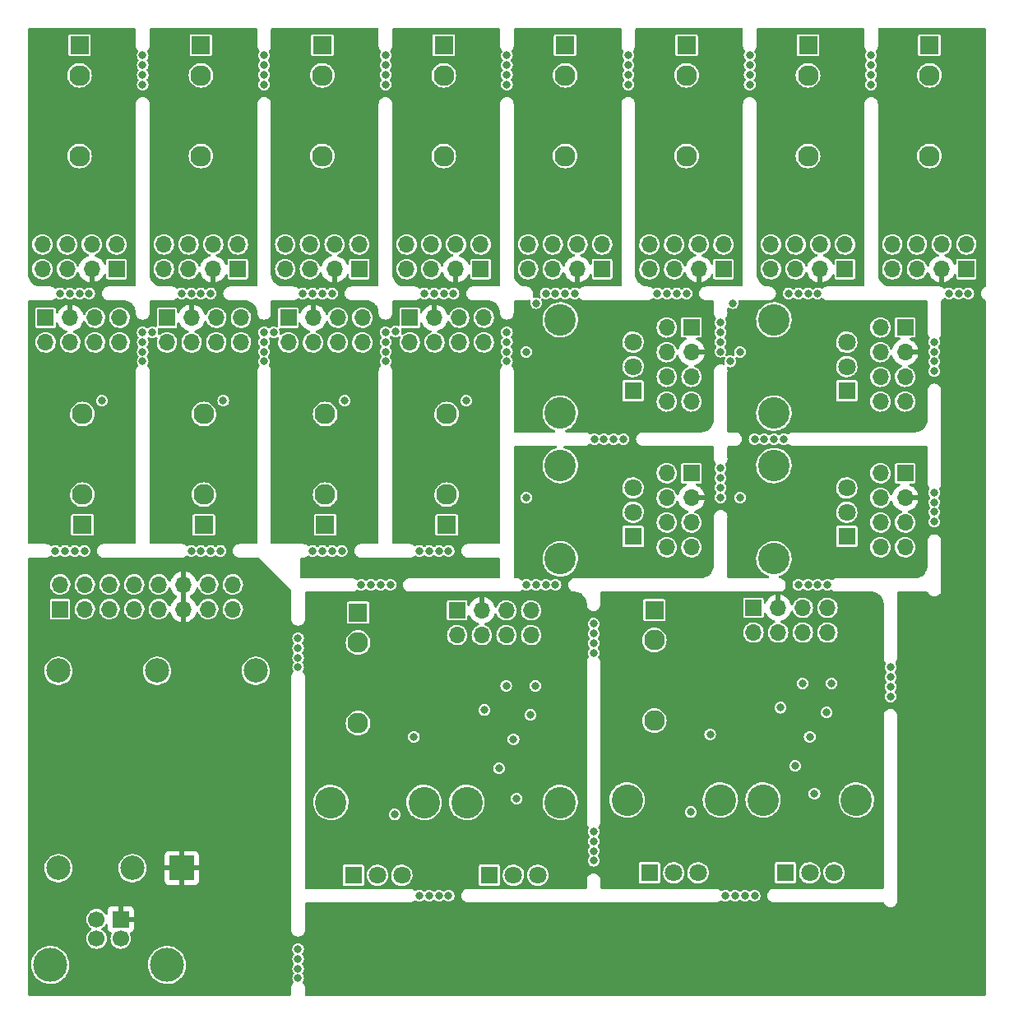
<source format=gbr>
%TF.GenerationSoftware,KiCad,Pcbnew,(6.0.4)*%
%TF.CreationDate,2022-06-03T20:27:28+02:00*%
%TF.ProjectId,vestmannaeyjar-rounded,76657374-6d61-46e6-9e61-65796a61722d,rev?*%
%TF.SameCoordinates,Original*%
%TF.FileFunction,Copper,L3,Inr*%
%TF.FilePolarity,Positive*%
%FSLAX46Y46*%
G04 Gerber Fmt 4.6, Leading zero omitted, Abs format (unit mm)*
G04 Created by KiCad (PCBNEW (6.0.4)) date 2022-06-03 20:27:28*
%MOMM*%
%LPD*%
G01*
G04 APERTURE LIST*
%TA.AperFunction,ComponentPad*%
%ADD10R,2.500000X2.500000*%
%TD*%
%TA.AperFunction,ComponentPad*%
%ADD11C,2.500000*%
%TD*%
%TA.AperFunction,ComponentPad*%
%ADD12R,1.930000X1.830000*%
%TD*%
%TA.AperFunction,ComponentPad*%
%ADD13C,2.130000*%
%TD*%
%TA.AperFunction,ComponentPad*%
%ADD14C,3.240000*%
%TD*%
%TA.AperFunction,ComponentPad*%
%ADD15R,1.800000X1.800000*%
%TD*%
%TA.AperFunction,ComponentPad*%
%ADD16C,1.800000*%
%TD*%
%TA.AperFunction,ComponentPad*%
%ADD17R,1.700000X1.700000*%
%TD*%
%TA.AperFunction,ComponentPad*%
%ADD18O,1.700000X1.700000*%
%TD*%
%TA.AperFunction,ComponentPad*%
%ADD19C,1.700000*%
%TD*%
%TA.AperFunction,ComponentPad*%
%ADD20C,3.500000*%
%TD*%
%TA.AperFunction,ViaPad*%
%ADD21C,0.800000*%
%TD*%
G04 APERTURE END LIST*
D10*
%TO.N,+5V*%
%TO.C,U3*%
X36540000Y-106655000D03*
D11*
%TO.N,GND*%
X34000000Y-86335000D03*
X31460000Y-106655000D03*
%TO.N,+12V*%
X44160000Y-86335000D03*
%TO.N,N/C*%
X23840000Y-106655000D03*
X23840000Y-86335000D03*
%TD*%
D12*
%TO.N,GND*%
%TO.C,J20*%
X38500000Y-21945000D03*
D13*
%TO.N,Net-(J20-PadT)*%
X38500000Y-33345000D03*
%TO.N,GND*%
X38500000Y-25045000D03*
%TD*%
D14*
%TO.N,*%
%TO.C,RV3*%
X51880000Y-99892500D03*
X61480000Y-99892500D03*
D15*
%TO.N,+12V*%
X54180000Y-107392500D03*
D16*
%TO.N,Net-(R5-Pad1)*%
X56680000Y-107392500D03*
%TO.N,-12V*%
X59180000Y-107392500D03*
%TD*%
D12*
%TO.N,GND*%
%TO.C,J2*%
X85180000Y-80084999D03*
D13*
%TO.N,Net-(J2-PadT)*%
X85180000Y-91484999D03*
%TO.N,GND*%
X85180000Y-83184999D03*
%TD*%
D12*
%TO.N,GND*%
%TO.C,J26*%
X26299999Y-71320000D03*
D13*
%TO.N,Net-(J26-PadT)*%
X26299999Y-59920000D03*
%TO.N,GND*%
X26299999Y-68220000D03*
%TD*%
D12*
%TO.N,GND*%
%TO.C,J28*%
X51300000Y-71320000D03*
D13*
%TO.N,Net-(J28-PadT)*%
X51300000Y-59920000D03*
%TO.N,GND*%
X51300000Y-68220000D03*
%TD*%
D12*
%TO.N,GND*%
%TO.C,J11*%
X51000000Y-21945000D03*
D13*
%TO.N,Net-(J11-PadT)*%
X51000000Y-33345000D03*
%TO.N,GND*%
X51000000Y-25045000D03*
%TD*%
D14*
%TO.N,*%
%TO.C,RV8*%
X97490000Y-59820000D03*
X97490000Y-50220000D03*
D15*
%TO.N,VPP*%
X104990000Y-57520000D03*
D16*
%TO.N,Net-(J32-Pad2)*%
X104990000Y-55020000D03*
%TO.N,GND*%
X104990000Y-52520000D03*
%TD*%
D12*
%TO.N,GND*%
%TO.C,J17*%
X88500000Y-21945000D03*
D13*
%TO.N,Net-(J17-PadT)*%
X88500000Y-33345000D03*
%TO.N,GND*%
X88500000Y-25045000D03*
%TD*%
D12*
%TO.N,GND*%
%TO.C,J7*%
X63500000Y-21945000D03*
D13*
%TO.N,Net-(J7-PadT)*%
X63500000Y-33345000D03*
%TO.N,GND*%
X63500000Y-25045000D03*
%TD*%
D14*
%TO.N,*%
%TO.C,RV5*%
X97490000Y-65220000D03*
X97490000Y-74820000D03*
D15*
%TO.N,VPP*%
X104990000Y-72520000D03*
D16*
%TO.N,Net-(J29-Pad2)*%
X104990000Y-70020000D03*
%TO.N,GND*%
X104990000Y-67520000D03*
%TD*%
D12*
%TO.N,GND*%
%TO.C,J4*%
X54680000Y-80337500D03*
D13*
%TO.N,Net-(J4-PadT)*%
X54680000Y-91737500D03*
%TO.N,GND*%
X54680000Y-83437500D03*
%TD*%
D14*
%TO.N,*%
%TO.C,RV6*%
X75490000Y-50220000D03*
X75490000Y-59820000D03*
D15*
%TO.N,VPP*%
X82990000Y-57520000D03*
D16*
%TO.N,Net-(J30-Pad2)*%
X82990000Y-55020000D03*
%TO.N,GND*%
X82990000Y-52520000D03*
%TD*%
D14*
%TO.N,*%
%TO.C,RV7*%
X75490000Y-65220000D03*
X75490000Y-74820000D03*
D15*
%TO.N,VPP*%
X82990000Y-72520000D03*
D16*
%TO.N,Net-(J31-Pad2)*%
X82990000Y-70020000D03*
%TO.N,GND*%
X82990000Y-67520000D03*
%TD*%
D12*
%TO.N,GND*%
%TO.C,J5*%
X76000000Y-21945000D03*
D13*
%TO.N,Net-(J5-PadT)*%
X76000000Y-33345000D03*
%TO.N,GND*%
X76000000Y-25045000D03*
%TD*%
D12*
%TO.N,GND*%
%TO.C,J13*%
X113500000Y-21945000D03*
D13*
%TO.N,Net-(J13-PadT)*%
X113500000Y-33345000D03*
%TO.N,GND*%
X113500000Y-25045000D03*
%TD*%
D14*
%TO.N,*%
%TO.C,RV2*%
X96380000Y-99639999D03*
X105980000Y-99639999D03*
D15*
%TO.N,Net-(R3-Pad1)*%
X98680000Y-107139999D03*
D16*
%TO.N,Net-(J2-PadT)*%
X101180000Y-107139999D03*
X103680000Y-107139999D03*
%TD*%
D12*
%TO.N,GND*%
%TO.C,J22*%
X38799999Y-71320000D03*
D13*
%TO.N,Net-(J22-PadT)*%
X38799999Y-59920000D03*
%TO.N,GND*%
X38799999Y-68220000D03*
%TD*%
D14*
%TO.N,*%
%TO.C,RV4*%
X65880000Y-99892500D03*
X75480000Y-99892500D03*
D15*
%TO.N,Net-(R6-Pad1)*%
X68180000Y-107392500D03*
D16*
%TO.N,Net-(J4-PadT)*%
X70680000Y-107392500D03*
X73180000Y-107392500D03*
%TD*%
D17*
%TO.N,-12V*%
%TO.C,J33*%
X24000000Y-80000000D03*
D18*
X24000000Y-77460000D03*
%TO.N,GND*%
X26540000Y-80000000D03*
X26540000Y-77460000D03*
X29080000Y-80000000D03*
X29080000Y-77460000D03*
X31620000Y-80000000D03*
X31620000Y-77460000D03*
%TO.N,+12V*%
X34160000Y-80000000D03*
X34160000Y-77460000D03*
%TO.N,+5V*%
X36700000Y-80000000D03*
X36700000Y-77460000D03*
%TO.N,unconnected-(J33-Pad13)*%
X39240000Y-80000000D03*
%TO.N,unconnected-(J33-Pad14)*%
X39240000Y-77460000D03*
%TO.N,unconnected-(J33-Pad15)*%
X41780000Y-80000000D03*
%TO.N,unconnected-(J33-Pad16)*%
X41780000Y-77460000D03*
%TD*%
D17*
%TO.N,+5V*%
%TO.C,J37*%
X30250000Y-111917500D03*
D19*
%TO.N,unconnected-(J37-Pad2)*%
X27750000Y-111917500D03*
%TO.N,unconnected-(J37-Pad3)*%
X27750000Y-113917500D03*
%TO.N,GND*%
X30250000Y-113917500D03*
D20*
%TO.N,unconnected-(J37-Pad5)*%
X35020000Y-116627500D03*
X22980000Y-116627500D03*
%TD*%
D12*
%TO.N,GND*%
%TO.C,J24*%
X63799999Y-71320000D03*
D13*
%TO.N,Net-(J24-PadT)*%
X63799999Y-59920000D03*
%TO.N,GND*%
X63799999Y-68220000D03*
%TD*%
D14*
%TO.N,*%
%TO.C,RV1*%
X82380000Y-99639999D03*
X91980000Y-99639999D03*
D15*
%TO.N,+12V*%
X84680000Y-107139999D03*
D16*
%TO.N,Net-(R2-Pad1)*%
X87180000Y-107139999D03*
%TO.N,-12V*%
X89680000Y-107139999D03*
%TD*%
D12*
%TO.N,GND*%
%TO.C,J15*%
X26000000Y-21945000D03*
D13*
%TO.N,Net-(J15-PadT)*%
X26000000Y-33345000D03*
%TO.N,GND*%
X26000000Y-25045000D03*
%TD*%
D12*
%TO.N,GND*%
%TO.C,J9*%
X101000000Y-21945000D03*
D13*
%TO.N,Net-(J9-PadT)*%
X101000000Y-33345000D03*
%TO.N,GND*%
X101000000Y-25045000D03*
%TD*%
D17*
%TO.N,+12V*%
%TO.C,J31*%
X89000000Y-66000000D03*
D18*
%TO.N,Net-(J31-Pad2)*%
X86460000Y-66000000D03*
%TO.N,+5V*%
X89000000Y-68540000D03*
%TO.N,Net-(D19-Pad4)*%
X86460000Y-68540000D03*
%TO.N,VPP*%
X89000000Y-71080000D03*
%TO.N,Net-(D19-Pad2)*%
X86460000Y-71080000D03*
%TO.N,-12V*%
X89000000Y-73620000D03*
%TO.N,GND*%
X86460000Y-73620000D03*
%TD*%
D17*
%TO.N,+12V*%
%TO.C,J14*%
X117300000Y-45000000D03*
D18*
%TO.N,Net-(D10-Pad1)*%
X117300000Y-42460000D03*
%TO.N,+5V*%
X114760000Y-45000000D03*
%TO.N,unconnected-(J14-Pad4)*%
X114760000Y-42460000D03*
%TO.N,VPP*%
X112220000Y-45000000D03*
%TO.N,unconnected-(J14-Pad6)*%
X112220000Y-42460000D03*
%TO.N,-12V*%
X109680000Y-45000000D03*
%TO.N,GND*%
X109680000Y-42460000D03*
%TD*%
D17*
%TO.N,+12V*%
%TO.C,J25*%
X22500000Y-50000000D03*
D18*
%TO.N,Net-(J25-Pad2)*%
X22500000Y-52540000D03*
%TO.N,+5V*%
X25040000Y-50000000D03*
%TO.N,unconnected-(J25-Pad4)*%
X25040000Y-52540000D03*
%TO.N,VPP*%
X27580000Y-50000000D03*
%TO.N,unconnected-(J25-Pad6)*%
X27580000Y-52540000D03*
%TO.N,-12V*%
X30120000Y-50000000D03*
%TO.N,GND*%
X30120000Y-52540000D03*
%TD*%
D17*
%TO.N,+12V*%
%TO.C,J16*%
X29800000Y-45000000D03*
D18*
%TO.N,Net-(D11-Pad2)*%
X29800000Y-42460000D03*
%TO.N,+5V*%
X27260000Y-45000000D03*
%TO.N,unconnected-(J16-Pad4)*%
X27260000Y-42460000D03*
%TO.N,VPP*%
X24720000Y-45000000D03*
%TO.N,unconnected-(J16-Pad6)*%
X24720000Y-42460000D03*
%TO.N,-12V*%
X22180000Y-45000000D03*
%TO.N,GND*%
X22180000Y-42460000D03*
%TD*%
D17*
%TO.N,+12V*%
%TO.C,J18*%
X35000000Y-50000000D03*
D18*
%TO.N,Net-(J18-Pad2)*%
X35000000Y-52540000D03*
%TO.N,+5V*%
X37540000Y-50000000D03*
%TO.N,unconnected-(J18-Pad4)*%
X37540000Y-52540000D03*
%TO.N,VPP*%
X40080000Y-50000000D03*
%TO.N,unconnected-(J18-Pad6)*%
X40080000Y-52540000D03*
%TO.N,-12V*%
X42620000Y-50000000D03*
%TO.N,GND*%
X42620000Y-52540000D03*
%TD*%
D17*
%TO.N,+12V*%
%TO.C,J12*%
X54800000Y-45000000D03*
D18*
%TO.N,Net-(D7-Pad2)*%
X54800000Y-42460000D03*
%TO.N,+5V*%
X52260000Y-45000000D03*
%TO.N,unconnected-(J12-Pad4)*%
X52260000Y-42460000D03*
%TO.N,VPP*%
X49720000Y-45000000D03*
%TO.N,unconnected-(J12-Pad6)*%
X49720000Y-42460000D03*
%TO.N,-12V*%
X47180000Y-45000000D03*
%TO.N,GND*%
X47180000Y-42460000D03*
%TD*%
D17*
%TO.N,+12V*%
%TO.C,J19*%
X92300000Y-45000000D03*
D18*
%TO.N,Net-(D13-Pad2)*%
X92300000Y-42460000D03*
%TO.N,+5V*%
X89760000Y-45000000D03*
%TO.N,unconnected-(J19-Pad4)*%
X89760000Y-42460000D03*
%TO.N,VPP*%
X87220000Y-45000000D03*
%TO.N,unconnected-(J19-Pad6)*%
X87220000Y-42460000D03*
%TO.N,-12V*%
X84680000Y-45000000D03*
%TO.N,GND*%
X84680000Y-42460000D03*
%TD*%
D17*
%TO.N,+12V*%
%TO.C,J1*%
X95380000Y-79864999D03*
D18*
%TO.N,Net-(J1-Pad2)*%
X95380000Y-82404999D03*
%TO.N,+5V*%
X97920000Y-79864999D03*
%TO.N,Net-(D21-Pad4)*%
X97920000Y-82404999D03*
%TO.N,VPP*%
X100460000Y-79864999D03*
%TO.N,Net-(D22-Pad2)*%
X100460000Y-82404999D03*
%TO.N,-12V*%
X103000000Y-79864999D03*
%TO.N,GND*%
X103000000Y-82404999D03*
%TD*%
D17*
%TO.N,+12V*%
%TO.C,J30*%
X89000000Y-51000000D03*
D18*
%TO.N,Net-(J30-Pad2)*%
X86460000Y-51000000D03*
%TO.N,+5V*%
X89000000Y-53540000D03*
%TO.N,Net-(D18-Pad4)*%
X86460000Y-53540000D03*
%TO.N,VPP*%
X89000000Y-56080000D03*
%TO.N,Net-(D18-Pad2)*%
X86460000Y-56080000D03*
%TO.N,-12V*%
X89000000Y-58620000D03*
%TO.N,GND*%
X86460000Y-58620000D03*
%TD*%
D17*
%TO.N,+12V*%
%TO.C,J6*%
X79800000Y-45000000D03*
D18*
%TO.N,Net-(D1-Pad2)*%
X79800000Y-42460000D03*
%TO.N,+5V*%
X77260000Y-45000000D03*
%TO.N,unconnected-(J6-Pad4)*%
X77260000Y-42460000D03*
%TO.N,VPP*%
X74720000Y-45000000D03*
%TO.N,unconnected-(J6-Pad6)*%
X74720000Y-42460000D03*
%TO.N,-12V*%
X72180000Y-45000000D03*
%TO.N,GND*%
X72180000Y-42460000D03*
%TD*%
D17*
%TO.N,+12V*%
%TO.C,J3*%
X64880000Y-80117500D03*
D18*
%TO.N,Net-(J3-Pad2)*%
X64880000Y-82657500D03*
%TO.N,+5V*%
X67420000Y-80117500D03*
%TO.N,Net-(D23-Pad4)*%
X67420000Y-82657500D03*
%TO.N,VPP*%
X69960000Y-80117500D03*
%TO.N,Net-(D24-Pad2)*%
X69960000Y-82657500D03*
%TO.N,-12V*%
X72500000Y-80117500D03*
%TO.N,GND*%
X72500000Y-82657500D03*
%TD*%
D17*
%TO.N,+12V*%
%TO.C,J10*%
X104800000Y-45000000D03*
D18*
%TO.N,Net-(D5-Pad2)*%
X104800000Y-42460000D03*
%TO.N,+5V*%
X102260000Y-45000000D03*
%TO.N,unconnected-(J10-Pad4)*%
X102260000Y-42460000D03*
%TO.N,VPP*%
X99720000Y-45000000D03*
%TO.N,unconnected-(J10-Pad6)*%
X99720000Y-42460000D03*
%TO.N,-12V*%
X97180000Y-45000000D03*
%TO.N,GND*%
X97180000Y-42460000D03*
%TD*%
D17*
%TO.N,+12V*%
%TO.C,J32*%
X111000000Y-51000000D03*
D18*
%TO.N,Net-(J32-Pad2)*%
X108460000Y-51000000D03*
%TO.N,+5V*%
X111000000Y-53540000D03*
%TO.N,Net-(D20-Pad4)*%
X108460000Y-53540000D03*
%TO.N,VPP*%
X111000000Y-56080000D03*
%TO.N,Net-(D20-Pad2)*%
X108460000Y-56080000D03*
%TO.N,-12V*%
X111000000Y-58620000D03*
%TO.N,GND*%
X108460000Y-58620000D03*
%TD*%
D17*
%TO.N,+12V*%
%TO.C,J21*%
X42300000Y-45000000D03*
D18*
%TO.N,Net-(D15-Pad2)*%
X42300000Y-42460000D03*
%TO.N,+5V*%
X39760000Y-45000000D03*
%TO.N,unconnected-(J21-Pad4)*%
X39760000Y-42460000D03*
%TO.N,VPP*%
X37220000Y-45000000D03*
%TO.N,unconnected-(J21-Pad6)*%
X37220000Y-42460000D03*
%TO.N,-12V*%
X34680000Y-45000000D03*
%TO.N,GND*%
X34680000Y-42460000D03*
%TD*%
D17*
%TO.N,+12V*%
%TO.C,J23*%
X60000000Y-50000000D03*
D18*
%TO.N,Net-(J23-Pad2)*%
X60000000Y-52540000D03*
%TO.N,+5V*%
X62540000Y-50000000D03*
%TO.N,unconnected-(J23-Pad4)*%
X62540000Y-52540000D03*
%TO.N,VPP*%
X65080000Y-50000000D03*
%TO.N,unconnected-(J23-Pad6)*%
X65080000Y-52540000D03*
%TO.N,-12V*%
X67620000Y-50000000D03*
%TO.N,GND*%
X67620000Y-52540000D03*
%TD*%
D17*
%TO.N,+12V*%
%TO.C,J29*%
X111000000Y-66000000D03*
D18*
%TO.N,Net-(J29-Pad2)*%
X108460000Y-66000000D03*
%TO.N,+5V*%
X111000000Y-68540000D03*
%TO.N,Net-(D17-Pad4)*%
X108460000Y-68540000D03*
%TO.N,VPP*%
X111000000Y-71080000D03*
%TO.N,Net-(D17-Pad2)*%
X108460000Y-71080000D03*
%TO.N,-12V*%
X111000000Y-73620000D03*
%TO.N,GND*%
X108460000Y-73620000D03*
%TD*%
D17*
%TO.N,+12V*%
%TO.C,J8*%
X67300000Y-45000000D03*
D18*
%TO.N,Net-(D3-Pad2)*%
X67300000Y-42460000D03*
%TO.N,+5V*%
X64760000Y-45000000D03*
%TO.N,unconnected-(J8-Pad4)*%
X64760000Y-42460000D03*
%TO.N,VPP*%
X62220000Y-45000000D03*
%TO.N,unconnected-(J8-Pad6)*%
X62220000Y-42460000D03*
%TO.N,-12V*%
X59680000Y-45000000D03*
%TO.N,GND*%
X59680000Y-42460000D03*
%TD*%
D17*
%TO.N,+12V*%
%TO.C,J27*%
X47500001Y-50000000D03*
D18*
%TO.N,Net-(J27-Pad2)*%
X47500001Y-52540000D03*
%TO.N,+5V*%
X50040001Y-50000000D03*
%TO.N,unconnected-(J27-Pad4)*%
X50040001Y-52540000D03*
%TO.N,VPP*%
X52580001Y-50000000D03*
%TO.N,unconnected-(J27-Pad6)*%
X52580001Y-52540000D03*
%TO.N,-12V*%
X55120001Y-50000000D03*
%TO.N,GND*%
X55120001Y-52540000D03*
%TD*%
D21*
%TO.N,+12V*%
X102930000Y-90640000D03*
X100430000Y-87640000D03*
X69930000Y-87892500D03*
X72430000Y-90892500D03*
%TO.N,-12V*%
X72930000Y-87892500D03*
X70680000Y-93392500D03*
X103430000Y-87640000D03*
X101180000Y-93140000D03*
%TO.N,+5V*%
X66800000Y-55540000D03*
X29300000Y-55540000D03*
X41800000Y-55540000D03*
X54300000Y-55540000D03*
%TO.N,GND*%
X48500000Y-116995000D03*
X48500000Y-84995000D03*
X95500000Y-109495000D03*
X114000000Y-54495000D03*
X64000000Y-109495000D03*
X65800000Y-58540000D03*
X45000000Y-54495000D03*
X48500000Y-82995000D03*
X78930000Y-81495000D03*
X82000000Y-62495000D03*
X107500000Y-23995000D03*
X96500000Y-62495000D03*
X92000000Y-65495000D03*
X61000000Y-109495000D03*
X95000000Y-24995000D03*
X26500000Y-73995000D03*
X100000000Y-77495000D03*
X32500000Y-51495000D03*
X58000000Y-77495000D03*
X45000000Y-53495000D03*
X63500000Y-47495000D03*
X57500000Y-23995000D03*
X77000000Y-47495000D03*
X114000000Y-52495000D03*
X109500000Y-88995000D03*
X82500000Y-22995000D03*
X63000000Y-109495000D03*
X73000000Y-77495000D03*
X48500000Y-85995000D03*
X50000000Y-73995000D03*
X114000000Y-67995000D03*
X78930000Y-104895000D03*
X109500000Y-85995000D03*
X93990000Y-53520000D03*
X92000000Y-66495000D03*
X92000000Y-68495000D03*
X109500000Y-87995000D03*
X81000000Y-62495000D03*
X101000000Y-47495000D03*
X70000000Y-54495000D03*
X40800000Y-58540000D03*
X102000000Y-47495000D03*
X32500000Y-53495000D03*
X76000000Y-47495000D03*
X51000000Y-73995000D03*
X24500000Y-73995000D03*
X62000000Y-109495000D03*
X38500000Y-73995000D03*
X61500000Y-47495000D03*
X93990000Y-68520000D03*
X45000000Y-51495000D03*
X107500000Y-25995000D03*
X25500000Y-73995000D03*
X107500000Y-24995000D03*
X53300000Y-58540000D03*
X48500000Y-83995000D03*
X114000000Y-55495000D03*
X92000000Y-52495000D03*
X114000000Y-68995000D03*
X80000000Y-62495000D03*
X64000000Y-73995000D03*
X64500000Y-47495000D03*
X37500000Y-73995000D03*
X70000000Y-24995000D03*
X70000000Y-23995000D03*
X26000000Y-47495000D03*
X87500000Y-47495000D03*
X57500000Y-24995000D03*
X51000000Y-47495000D03*
X52000000Y-73995000D03*
X86500000Y-47495000D03*
X70000000Y-22995000D03*
X57500000Y-25995000D03*
X70000000Y-51495000D03*
X32500000Y-52495000D03*
X92000000Y-67495000D03*
X92000000Y-50495000D03*
X50000000Y-47495000D03*
X45000000Y-24995000D03*
X97500000Y-62495000D03*
X72000000Y-77495000D03*
X57500000Y-22995000D03*
X109500000Y-86995000D03*
X78930000Y-103895000D03*
X82500000Y-23995000D03*
X78930000Y-102895000D03*
X39500000Y-47495000D03*
X61000000Y-73995000D03*
X71990000Y-53520000D03*
X45000000Y-25995000D03*
X92000000Y-51495000D03*
X74000000Y-47495000D03*
X75000000Y-77495000D03*
X62500000Y-47495000D03*
X115500000Y-47495000D03*
X92500000Y-109495000D03*
X85500000Y-47495000D03*
X32500000Y-22995000D03*
X94500000Y-109495000D03*
X45000000Y-23995000D03*
X75000000Y-47495000D03*
X98500000Y-62495000D03*
X52000000Y-47495000D03*
X99000000Y-47495000D03*
X74000000Y-77495000D03*
X79000000Y-62495000D03*
X57500000Y-53495000D03*
X95500000Y-62495000D03*
X114000000Y-53495000D03*
X107500000Y-22995000D03*
X116500000Y-47495000D03*
X92000000Y-53495000D03*
X62000000Y-73995000D03*
X39500000Y-73995000D03*
X56000000Y-77495000D03*
X78930000Y-82495000D03*
X48500000Y-114995000D03*
X40500000Y-73995000D03*
X28300000Y-58540000D03*
X38500000Y-47495000D03*
X45000000Y-22995000D03*
X27000000Y-47495000D03*
X71990000Y-68520000D03*
X63000000Y-73995000D03*
X78930000Y-84495000D03*
X48500000Y-117995000D03*
X78930000Y-105895000D03*
X101000000Y-77495000D03*
X117500000Y-47495000D03*
X37500000Y-47495000D03*
X95000000Y-25995000D03*
X103000000Y-77495000D03*
X57500000Y-54495000D03*
X23500000Y-73995000D03*
X57500000Y-52495000D03*
X93500000Y-109495000D03*
X32500000Y-25995000D03*
X32500000Y-24995000D03*
X53000000Y-73995000D03*
X78930000Y-83495000D03*
X100000000Y-47495000D03*
X88500000Y-47495000D03*
X95000000Y-23995000D03*
X45000000Y-52495000D03*
X55000000Y-77495000D03*
X114000000Y-69995000D03*
X70000000Y-52495000D03*
X114000000Y-70995000D03*
X70000000Y-53495000D03*
X102000000Y-77495000D03*
X82500000Y-24995000D03*
X32500000Y-23995000D03*
X48500000Y-115995000D03*
X24000000Y-47495000D03*
X25000000Y-47495000D03*
X36500000Y-47495000D03*
X95000000Y-22995000D03*
X82500000Y-25995000D03*
X49000000Y-47495000D03*
X32500000Y-54495000D03*
X57000000Y-77495000D03*
X70000000Y-25995000D03*
X57500000Y-51495000D03*
%TO.N,Net-(D21-Pad4)*%
X88930000Y-100890000D03*
%TO.N,Net-(D22-Pad2)*%
X99680000Y-96140000D03*
%TO.N,Net-(R2-Pad1)*%
X90930000Y-92890000D03*
%TO.N,Net-(R3-Pad1)*%
X98180000Y-90140000D03*
%TO.N,Net-(R5-Pad1)*%
X60430000Y-93142500D03*
%TO.N,Net-(R6-Pad1)*%
X67680000Y-90392500D03*
%TO.N,VPP*%
X73000000Y-48495000D03*
X71000000Y-99495000D03*
X58537500Y-51415000D03*
X101669511Y-98995000D03*
X33500000Y-51495000D03*
X93000000Y-54495000D03*
X46000000Y-51495000D03*
X93250000Y-48495000D03*
%TO.N,Net-(D23-Pad4)*%
X58430000Y-101142500D03*
%TO.N,Net-(D24-Pad2)*%
X69180000Y-96392500D03*
%TD*%
%TA.AperFunction,Conductor*%
%TO.N,+5V*%
G36*
X31741621Y-20215502D02*
G01*
X31788114Y-20269158D01*
X31799500Y-20321500D01*
X31799500Y-21957920D01*
X31797534Y-21975245D01*
X31797524Y-21980812D01*
X31794344Y-21994641D01*
X31795705Y-22000658D01*
X31812742Y-22151862D01*
X31864878Y-22300859D01*
X31948862Y-22434518D01*
X31997640Y-22483296D01*
X32031666Y-22545608D01*
X32026601Y-22616423D01*
X32008508Y-22649095D01*
X31975464Y-22692159D01*
X31914956Y-22838238D01*
X31894318Y-22995000D01*
X31914956Y-23151762D01*
X31975464Y-23297841D01*
X31980491Y-23304392D01*
X32067892Y-23418296D01*
X32093492Y-23484517D01*
X32079227Y-23554065D01*
X32067892Y-23571704D01*
X31975464Y-23692159D01*
X31914956Y-23838238D01*
X31894318Y-23995000D01*
X31914956Y-24151762D01*
X31975464Y-24297841D01*
X31980491Y-24304392D01*
X32067892Y-24418296D01*
X32093492Y-24484517D01*
X32079227Y-24554065D01*
X32067892Y-24571704D01*
X31975464Y-24692159D01*
X31914956Y-24838238D01*
X31894318Y-24995000D01*
X31914956Y-25151762D01*
X31975464Y-25297841D01*
X31980491Y-25304392D01*
X32067892Y-25418296D01*
X32093492Y-25484517D01*
X32079227Y-25554065D01*
X32067892Y-25571704D01*
X31975464Y-25692159D01*
X31914956Y-25838238D01*
X31894318Y-25995000D01*
X31914956Y-26151762D01*
X31975464Y-26297841D01*
X32071718Y-26423282D01*
X32197159Y-26519536D01*
X32343238Y-26580044D01*
X32500000Y-26600682D01*
X32508188Y-26599604D01*
X32648574Y-26581122D01*
X32656762Y-26580044D01*
X32802841Y-26519536D01*
X32928282Y-26423282D01*
X33024536Y-26297841D01*
X33085044Y-26151762D01*
X33105682Y-25995000D01*
X33085044Y-25838238D01*
X33024536Y-25692159D01*
X32932108Y-25571704D01*
X32906508Y-25505483D01*
X32920773Y-25435935D01*
X32932108Y-25418296D01*
X33019509Y-25304392D01*
X33024536Y-25297841D01*
X33085044Y-25151762D01*
X33099099Y-25045000D01*
X37229666Y-25045000D01*
X37248965Y-25265591D01*
X37250388Y-25270901D01*
X37250388Y-25270902D01*
X37291219Y-25423282D01*
X37306277Y-25479480D01*
X37399858Y-25680167D01*
X37403007Y-25684665D01*
X37403011Y-25684671D01*
X37505199Y-25830609D01*
X37526868Y-25861555D01*
X37683445Y-26018132D01*
X37687954Y-26021289D01*
X37687956Y-26021291D01*
X37860329Y-26141989D01*
X37860335Y-26141993D01*
X37864833Y-26145142D01*
X38065520Y-26238723D01*
X38070824Y-26240144D01*
X38070829Y-26240146D01*
X38274098Y-26294612D01*
X38279409Y-26296035D01*
X38500000Y-26315334D01*
X38720591Y-26296035D01*
X38725902Y-26294612D01*
X38929171Y-26240146D01*
X38929176Y-26240144D01*
X38934480Y-26238723D01*
X39135167Y-26145142D01*
X39139665Y-26141993D01*
X39139671Y-26141989D01*
X39312044Y-26021291D01*
X39312046Y-26021289D01*
X39316555Y-26018132D01*
X39473132Y-25861555D01*
X39494801Y-25830609D01*
X39596989Y-25684671D01*
X39596993Y-25684665D01*
X39600142Y-25680167D01*
X39693723Y-25479480D01*
X39708782Y-25423282D01*
X39749612Y-25270902D01*
X39749612Y-25270901D01*
X39751035Y-25265591D01*
X39770334Y-25045000D01*
X39751035Y-24824409D01*
X39717643Y-24699789D01*
X39695146Y-24615829D01*
X39695144Y-24615824D01*
X39693723Y-24610520D01*
X39600142Y-24409833D01*
X39596993Y-24405335D01*
X39596989Y-24405329D01*
X39476291Y-24232956D01*
X39476289Y-24232954D01*
X39473132Y-24228445D01*
X39316555Y-24071868D01*
X39312044Y-24068709D01*
X39139671Y-23948011D01*
X39139665Y-23948007D01*
X39135167Y-23944858D01*
X38934480Y-23851277D01*
X38929176Y-23849856D01*
X38929171Y-23849854D01*
X38725902Y-23795388D01*
X38725901Y-23795388D01*
X38720591Y-23793965D01*
X38500000Y-23774666D01*
X38279409Y-23793965D01*
X38274099Y-23795388D01*
X38274098Y-23795388D01*
X38070829Y-23849854D01*
X38070824Y-23849856D01*
X38065520Y-23851277D01*
X37864833Y-23944858D01*
X37860335Y-23948007D01*
X37860329Y-23948011D01*
X37687956Y-24068709D01*
X37683445Y-24071868D01*
X37526868Y-24228445D01*
X37523711Y-24232954D01*
X37523709Y-24232956D01*
X37403011Y-24405329D01*
X37403007Y-24405335D01*
X37399858Y-24409833D01*
X37306277Y-24610520D01*
X37304856Y-24615824D01*
X37304854Y-24615829D01*
X37282357Y-24699789D01*
X37248965Y-24824409D01*
X37229666Y-25045000D01*
X33099099Y-25045000D01*
X33105682Y-24995000D01*
X33085044Y-24838238D01*
X33024536Y-24692159D01*
X32932108Y-24571704D01*
X32906508Y-24505483D01*
X32920773Y-24435935D01*
X32932108Y-24418296D01*
X33019509Y-24304392D01*
X33024536Y-24297841D01*
X33085044Y-24151762D01*
X33105682Y-23995000D01*
X33085044Y-23838238D01*
X33024536Y-23692159D01*
X32932108Y-23571704D01*
X32906508Y-23505483D01*
X32920773Y-23435935D01*
X32932108Y-23418296D01*
X33019509Y-23304392D01*
X33024536Y-23297841D01*
X33085044Y-23151762D01*
X33105682Y-22995000D01*
X33090509Y-22879748D01*
X37334500Y-22879748D01*
X37346133Y-22938231D01*
X37390448Y-23004552D01*
X37456769Y-23048867D01*
X37468938Y-23051288D01*
X37468939Y-23051288D01*
X37509184Y-23059293D01*
X37515252Y-23060500D01*
X39484748Y-23060500D01*
X39490816Y-23059293D01*
X39531061Y-23051288D01*
X39531062Y-23051288D01*
X39543231Y-23048867D01*
X39609552Y-23004552D01*
X39653867Y-22938231D01*
X39665500Y-22879748D01*
X39665500Y-21010252D01*
X39653867Y-20951769D01*
X39609552Y-20885448D01*
X39543231Y-20841133D01*
X39531062Y-20838712D01*
X39531061Y-20838712D01*
X39490816Y-20830707D01*
X39484748Y-20829500D01*
X37515252Y-20829500D01*
X37509184Y-20830707D01*
X37468939Y-20838712D01*
X37468938Y-20838712D01*
X37456769Y-20841133D01*
X37390448Y-20885448D01*
X37346133Y-20951769D01*
X37334500Y-21010252D01*
X37334500Y-22879748D01*
X33090509Y-22879748D01*
X33085044Y-22838238D01*
X33024536Y-22692159D01*
X32991492Y-22649095D01*
X32965892Y-22582874D01*
X32980157Y-22513326D01*
X33002360Y-22483296D01*
X33051138Y-22434518D01*
X33135122Y-22300859D01*
X33187258Y-22151862D01*
X33204091Y-22002466D01*
X33204130Y-22002470D01*
X33204118Y-22002348D01*
X33205655Y-21995718D01*
X33205656Y-21995000D01*
X33203654Y-21986225D01*
X33200500Y-21958210D01*
X33200500Y-20321500D01*
X33220502Y-20253379D01*
X33274158Y-20206886D01*
X33326500Y-20195500D01*
X44173500Y-20195500D01*
X44241621Y-20215502D01*
X44288114Y-20269158D01*
X44299500Y-20321500D01*
X44299500Y-21957920D01*
X44297534Y-21975245D01*
X44297524Y-21980812D01*
X44294344Y-21994641D01*
X44295705Y-22000658D01*
X44312742Y-22151862D01*
X44364878Y-22300859D01*
X44448862Y-22434518D01*
X44497640Y-22483296D01*
X44531666Y-22545608D01*
X44526601Y-22616423D01*
X44508508Y-22649095D01*
X44475464Y-22692159D01*
X44414956Y-22838238D01*
X44394318Y-22995000D01*
X44414956Y-23151762D01*
X44475464Y-23297841D01*
X44480491Y-23304392D01*
X44567892Y-23418296D01*
X44593492Y-23484517D01*
X44579227Y-23554065D01*
X44567892Y-23571704D01*
X44475464Y-23692159D01*
X44414956Y-23838238D01*
X44394318Y-23995000D01*
X44414956Y-24151762D01*
X44475464Y-24297841D01*
X44480491Y-24304392D01*
X44567892Y-24418296D01*
X44593492Y-24484517D01*
X44579227Y-24554065D01*
X44567892Y-24571704D01*
X44475464Y-24692159D01*
X44414956Y-24838238D01*
X44394318Y-24995000D01*
X44414956Y-25151762D01*
X44475464Y-25297841D01*
X44480491Y-25304392D01*
X44567892Y-25418296D01*
X44593492Y-25484517D01*
X44579227Y-25554065D01*
X44567892Y-25571704D01*
X44475464Y-25692159D01*
X44414956Y-25838238D01*
X44394318Y-25995000D01*
X44414956Y-26151762D01*
X44475464Y-26297841D01*
X44571718Y-26423282D01*
X44697159Y-26519536D01*
X44843238Y-26580044D01*
X45000000Y-26600682D01*
X45008188Y-26599604D01*
X45148574Y-26581122D01*
X45156762Y-26580044D01*
X45302841Y-26519536D01*
X45428282Y-26423282D01*
X45524536Y-26297841D01*
X45585044Y-26151762D01*
X45605682Y-25995000D01*
X45585044Y-25838238D01*
X45524536Y-25692159D01*
X45432108Y-25571704D01*
X45406508Y-25505483D01*
X45420773Y-25435935D01*
X45432108Y-25418296D01*
X45519509Y-25304392D01*
X45524536Y-25297841D01*
X45585044Y-25151762D01*
X45599099Y-25045000D01*
X49729666Y-25045000D01*
X49748965Y-25265591D01*
X49750388Y-25270901D01*
X49750388Y-25270902D01*
X49791219Y-25423282D01*
X49806277Y-25479480D01*
X49899858Y-25680167D01*
X49903007Y-25684665D01*
X49903011Y-25684671D01*
X50005199Y-25830609D01*
X50026868Y-25861555D01*
X50183445Y-26018132D01*
X50187954Y-26021289D01*
X50187956Y-26021291D01*
X50360329Y-26141989D01*
X50360335Y-26141993D01*
X50364833Y-26145142D01*
X50565520Y-26238723D01*
X50570824Y-26240144D01*
X50570829Y-26240146D01*
X50774098Y-26294612D01*
X50779409Y-26296035D01*
X51000000Y-26315334D01*
X51220591Y-26296035D01*
X51225902Y-26294612D01*
X51429171Y-26240146D01*
X51429176Y-26240144D01*
X51434480Y-26238723D01*
X51635167Y-26145142D01*
X51639665Y-26141993D01*
X51639671Y-26141989D01*
X51812044Y-26021291D01*
X51812046Y-26021289D01*
X51816555Y-26018132D01*
X51973132Y-25861555D01*
X51994801Y-25830609D01*
X52096989Y-25684671D01*
X52096993Y-25684665D01*
X52100142Y-25680167D01*
X52193723Y-25479480D01*
X52208782Y-25423282D01*
X52249612Y-25270902D01*
X52249612Y-25270901D01*
X52251035Y-25265591D01*
X52270334Y-25045000D01*
X52251035Y-24824409D01*
X52217643Y-24699789D01*
X52195146Y-24615829D01*
X52195144Y-24615824D01*
X52193723Y-24610520D01*
X52100142Y-24409833D01*
X52096993Y-24405335D01*
X52096989Y-24405329D01*
X51976291Y-24232956D01*
X51976289Y-24232954D01*
X51973132Y-24228445D01*
X51816555Y-24071868D01*
X51812044Y-24068709D01*
X51639671Y-23948011D01*
X51639665Y-23948007D01*
X51635167Y-23944858D01*
X51434480Y-23851277D01*
X51429176Y-23849856D01*
X51429171Y-23849854D01*
X51225902Y-23795388D01*
X51225901Y-23795388D01*
X51220591Y-23793965D01*
X51000000Y-23774666D01*
X50779409Y-23793965D01*
X50774099Y-23795388D01*
X50774098Y-23795388D01*
X50570829Y-23849854D01*
X50570824Y-23849856D01*
X50565520Y-23851277D01*
X50364833Y-23944858D01*
X50360335Y-23948007D01*
X50360329Y-23948011D01*
X50187956Y-24068709D01*
X50183445Y-24071868D01*
X50026868Y-24228445D01*
X50023711Y-24232954D01*
X50023709Y-24232956D01*
X49903011Y-24405329D01*
X49903007Y-24405335D01*
X49899858Y-24409833D01*
X49806277Y-24610520D01*
X49804856Y-24615824D01*
X49804854Y-24615829D01*
X49782357Y-24699789D01*
X49748965Y-24824409D01*
X49729666Y-25045000D01*
X45599099Y-25045000D01*
X45605682Y-24995000D01*
X45585044Y-24838238D01*
X45524536Y-24692159D01*
X45432108Y-24571704D01*
X45406508Y-24505483D01*
X45420773Y-24435935D01*
X45432108Y-24418296D01*
X45519509Y-24304392D01*
X45524536Y-24297841D01*
X45585044Y-24151762D01*
X45605682Y-23995000D01*
X45585044Y-23838238D01*
X45524536Y-23692159D01*
X45432108Y-23571704D01*
X45406508Y-23505483D01*
X45420773Y-23435935D01*
X45432108Y-23418296D01*
X45519509Y-23304392D01*
X45524536Y-23297841D01*
X45585044Y-23151762D01*
X45605682Y-22995000D01*
X45590509Y-22879748D01*
X49834500Y-22879748D01*
X49846133Y-22938231D01*
X49890448Y-23004552D01*
X49956769Y-23048867D01*
X49968938Y-23051288D01*
X49968939Y-23051288D01*
X50009184Y-23059293D01*
X50015252Y-23060500D01*
X51984748Y-23060500D01*
X51990816Y-23059293D01*
X52031061Y-23051288D01*
X52031062Y-23051288D01*
X52043231Y-23048867D01*
X52109552Y-23004552D01*
X52153867Y-22938231D01*
X52165500Y-22879748D01*
X52165500Y-21010252D01*
X52153867Y-20951769D01*
X52109552Y-20885448D01*
X52043231Y-20841133D01*
X52031062Y-20838712D01*
X52031061Y-20838712D01*
X51990816Y-20830707D01*
X51984748Y-20829500D01*
X50015252Y-20829500D01*
X50009184Y-20830707D01*
X49968939Y-20838712D01*
X49968938Y-20838712D01*
X49956769Y-20841133D01*
X49890448Y-20885448D01*
X49846133Y-20951769D01*
X49834500Y-21010252D01*
X49834500Y-22879748D01*
X45590509Y-22879748D01*
X45585044Y-22838238D01*
X45524536Y-22692159D01*
X45491492Y-22649095D01*
X45465892Y-22582874D01*
X45480157Y-22513326D01*
X45502360Y-22483296D01*
X45551138Y-22434518D01*
X45635122Y-22300859D01*
X45687258Y-22151862D01*
X45704091Y-22002466D01*
X45704130Y-22002470D01*
X45704118Y-22002348D01*
X45705655Y-21995718D01*
X45705656Y-21995000D01*
X45703654Y-21986225D01*
X45700500Y-21958210D01*
X45700500Y-20321500D01*
X45720502Y-20253379D01*
X45774158Y-20206886D01*
X45826500Y-20195500D01*
X56673500Y-20195500D01*
X56741621Y-20215502D01*
X56788114Y-20269158D01*
X56799500Y-20321500D01*
X56799500Y-21957920D01*
X56797534Y-21975245D01*
X56797524Y-21980812D01*
X56794344Y-21994641D01*
X56795705Y-22000658D01*
X56812742Y-22151862D01*
X56864878Y-22300859D01*
X56948862Y-22434518D01*
X56997640Y-22483296D01*
X57031666Y-22545608D01*
X57026601Y-22616423D01*
X57008508Y-22649095D01*
X56975464Y-22692159D01*
X56914956Y-22838238D01*
X56894318Y-22995000D01*
X56914956Y-23151762D01*
X56975464Y-23297841D01*
X56980491Y-23304392D01*
X57067892Y-23418296D01*
X57093492Y-23484517D01*
X57079227Y-23554065D01*
X57067892Y-23571704D01*
X56975464Y-23692159D01*
X56914956Y-23838238D01*
X56894318Y-23995000D01*
X56914956Y-24151762D01*
X56975464Y-24297841D01*
X56980491Y-24304392D01*
X57067892Y-24418296D01*
X57093492Y-24484517D01*
X57079227Y-24554065D01*
X57067892Y-24571704D01*
X56975464Y-24692159D01*
X56914956Y-24838238D01*
X56894318Y-24995000D01*
X56914956Y-25151762D01*
X56975464Y-25297841D01*
X56980491Y-25304392D01*
X57067892Y-25418296D01*
X57093492Y-25484517D01*
X57079227Y-25554065D01*
X57067892Y-25571704D01*
X56975464Y-25692159D01*
X56914956Y-25838238D01*
X56894318Y-25995000D01*
X56914956Y-26151762D01*
X56975464Y-26297841D01*
X57071718Y-26423282D01*
X57197159Y-26519536D01*
X57343238Y-26580044D01*
X57500000Y-26600682D01*
X57508188Y-26599604D01*
X57648574Y-26581122D01*
X57656762Y-26580044D01*
X57802841Y-26519536D01*
X57928282Y-26423282D01*
X58024536Y-26297841D01*
X58085044Y-26151762D01*
X58105682Y-25995000D01*
X58085044Y-25838238D01*
X58024536Y-25692159D01*
X57932108Y-25571704D01*
X57906508Y-25505483D01*
X57920773Y-25435935D01*
X57932108Y-25418296D01*
X58019509Y-25304392D01*
X58024536Y-25297841D01*
X58085044Y-25151762D01*
X58099099Y-25045000D01*
X62229666Y-25045000D01*
X62248965Y-25265591D01*
X62250388Y-25270901D01*
X62250388Y-25270902D01*
X62291219Y-25423282D01*
X62306277Y-25479480D01*
X62399858Y-25680167D01*
X62403007Y-25684665D01*
X62403011Y-25684671D01*
X62505199Y-25830609D01*
X62526868Y-25861555D01*
X62683445Y-26018132D01*
X62687954Y-26021289D01*
X62687956Y-26021291D01*
X62860329Y-26141989D01*
X62860335Y-26141993D01*
X62864833Y-26145142D01*
X63065520Y-26238723D01*
X63070824Y-26240144D01*
X63070829Y-26240146D01*
X63274098Y-26294612D01*
X63279409Y-26296035D01*
X63500000Y-26315334D01*
X63720591Y-26296035D01*
X63725902Y-26294612D01*
X63929171Y-26240146D01*
X63929176Y-26240144D01*
X63934480Y-26238723D01*
X64135167Y-26145142D01*
X64139665Y-26141993D01*
X64139671Y-26141989D01*
X64312044Y-26021291D01*
X64312046Y-26021289D01*
X64316555Y-26018132D01*
X64473132Y-25861555D01*
X64494801Y-25830609D01*
X64596989Y-25684671D01*
X64596993Y-25684665D01*
X64600142Y-25680167D01*
X64693723Y-25479480D01*
X64708782Y-25423282D01*
X64749612Y-25270902D01*
X64749612Y-25270901D01*
X64751035Y-25265591D01*
X64770334Y-25045000D01*
X64751035Y-24824409D01*
X64717643Y-24699789D01*
X64695146Y-24615829D01*
X64695144Y-24615824D01*
X64693723Y-24610520D01*
X64600142Y-24409833D01*
X64596993Y-24405335D01*
X64596989Y-24405329D01*
X64476291Y-24232956D01*
X64476289Y-24232954D01*
X64473132Y-24228445D01*
X64316555Y-24071868D01*
X64312044Y-24068709D01*
X64139671Y-23948011D01*
X64139665Y-23948007D01*
X64135167Y-23944858D01*
X63934480Y-23851277D01*
X63929176Y-23849856D01*
X63929171Y-23849854D01*
X63725902Y-23795388D01*
X63725901Y-23795388D01*
X63720591Y-23793965D01*
X63500000Y-23774666D01*
X63279409Y-23793965D01*
X63274099Y-23795388D01*
X63274098Y-23795388D01*
X63070829Y-23849854D01*
X63070824Y-23849856D01*
X63065520Y-23851277D01*
X62864833Y-23944858D01*
X62860335Y-23948007D01*
X62860329Y-23948011D01*
X62687956Y-24068709D01*
X62683445Y-24071868D01*
X62526868Y-24228445D01*
X62523711Y-24232954D01*
X62523709Y-24232956D01*
X62403011Y-24405329D01*
X62403007Y-24405335D01*
X62399858Y-24409833D01*
X62306277Y-24610520D01*
X62304856Y-24615824D01*
X62304854Y-24615829D01*
X62282357Y-24699789D01*
X62248965Y-24824409D01*
X62229666Y-25045000D01*
X58099099Y-25045000D01*
X58105682Y-24995000D01*
X58085044Y-24838238D01*
X58024536Y-24692159D01*
X57932108Y-24571704D01*
X57906508Y-24505483D01*
X57920773Y-24435935D01*
X57932108Y-24418296D01*
X58019509Y-24304392D01*
X58024536Y-24297841D01*
X58085044Y-24151762D01*
X58105682Y-23995000D01*
X58085044Y-23838238D01*
X58024536Y-23692159D01*
X57932108Y-23571704D01*
X57906508Y-23505483D01*
X57920773Y-23435935D01*
X57932108Y-23418296D01*
X58019509Y-23304392D01*
X58024536Y-23297841D01*
X58085044Y-23151762D01*
X58105682Y-22995000D01*
X58090509Y-22879748D01*
X62334500Y-22879748D01*
X62346133Y-22938231D01*
X62390448Y-23004552D01*
X62456769Y-23048867D01*
X62468938Y-23051288D01*
X62468939Y-23051288D01*
X62509184Y-23059293D01*
X62515252Y-23060500D01*
X64484748Y-23060500D01*
X64490816Y-23059293D01*
X64531061Y-23051288D01*
X64531062Y-23051288D01*
X64543231Y-23048867D01*
X64609552Y-23004552D01*
X64653867Y-22938231D01*
X64665500Y-22879748D01*
X64665500Y-21010252D01*
X64653867Y-20951769D01*
X64609552Y-20885448D01*
X64543231Y-20841133D01*
X64531062Y-20838712D01*
X64531061Y-20838712D01*
X64490816Y-20830707D01*
X64484748Y-20829500D01*
X62515252Y-20829500D01*
X62509184Y-20830707D01*
X62468939Y-20838712D01*
X62468938Y-20838712D01*
X62456769Y-20841133D01*
X62390448Y-20885448D01*
X62346133Y-20951769D01*
X62334500Y-21010252D01*
X62334500Y-22879748D01*
X58090509Y-22879748D01*
X58085044Y-22838238D01*
X58024536Y-22692159D01*
X57991492Y-22649095D01*
X57965892Y-22582874D01*
X57980157Y-22513326D01*
X58002360Y-22483296D01*
X58051138Y-22434518D01*
X58135122Y-22300859D01*
X58187258Y-22151862D01*
X58204091Y-22002466D01*
X58204130Y-22002470D01*
X58204118Y-22002348D01*
X58205655Y-21995718D01*
X58205656Y-21995000D01*
X58203654Y-21986225D01*
X58200500Y-21958210D01*
X58200500Y-20321500D01*
X58220502Y-20253379D01*
X58274158Y-20206886D01*
X58326500Y-20195500D01*
X69173500Y-20195500D01*
X69241621Y-20215502D01*
X69288114Y-20269158D01*
X69299500Y-20321500D01*
X69299500Y-21957920D01*
X69297534Y-21975245D01*
X69297524Y-21980812D01*
X69294344Y-21994641D01*
X69295705Y-22000658D01*
X69312742Y-22151862D01*
X69364878Y-22300859D01*
X69448862Y-22434518D01*
X69497640Y-22483296D01*
X69531666Y-22545608D01*
X69526601Y-22616423D01*
X69508508Y-22649095D01*
X69475464Y-22692159D01*
X69414956Y-22838238D01*
X69394318Y-22995000D01*
X69414956Y-23151762D01*
X69475464Y-23297841D01*
X69480491Y-23304392D01*
X69567892Y-23418296D01*
X69593492Y-23484517D01*
X69579227Y-23554065D01*
X69567892Y-23571704D01*
X69475464Y-23692159D01*
X69414956Y-23838238D01*
X69394318Y-23995000D01*
X69414956Y-24151762D01*
X69475464Y-24297841D01*
X69480491Y-24304392D01*
X69567892Y-24418296D01*
X69593492Y-24484517D01*
X69579227Y-24554065D01*
X69567892Y-24571704D01*
X69475464Y-24692159D01*
X69414956Y-24838238D01*
X69394318Y-24995000D01*
X69414956Y-25151762D01*
X69475464Y-25297841D01*
X69480491Y-25304392D01*
X69567892Y-25418296D01*
X69593492Y-25484517D01*
X69579227Y-25554065D01*
X69567892Y-25571704D01*
X69475464Y-25692159D01*
X69414956Y-25838238D01*
X69394318Y-25995000D01*
X69414956Y-26151762D01*
X69475464Y-26297841D01*
X69571718Y-26423282D01*
X69697159Y-26519536D01*
X69843238Y-26580044D01*
X70000000Y-26600682D01*
X70008188Y-26599604D01*
X70148574Y-26581122D01*
X70156762Y-26580044D01*
X70302841Y-26519536D01*
X70428282Y-26423282D01*
X70524536Y-26297841D01*
X70585044Y-26151762D01*
X70605682Y-25995000D01*
X70585044Y-25838238D01*
X70524536Y-25692159D01*
X70432108Y-25571704D01*
X70406508Y-25505483D01*
X70420773Y-25435935D01*
X70432108Y-25418296D01*
X70519509Y-25304392D01*
X70524536Y-25297841D01*
X70585044Y-25151762D01*
X70599099Y-25045000D01*
X74729666Y-25045000D01*
X74748965Y-25265591D01*
X74750388Y-25270901D01*
X74750388Y-25270902D01*
X74791219Y-25423282D01*
X74806277Y-25479480D01*
X74899858Y-25680167D01*
X74903007Y-25684665D01*
X74903011Y-25684671D01*
X75005199Y-25830609D01*
X75026868Y-25861555D01*
X75183445Y-26018132D01*
X75187954Y-26021289D01*
X75187956Y-26021291D01*
X75360329Y-26141989D01*
X75360335Y-26141993D01*
X75364833Y-26145142D01*
X75565520Y-26238723D01*
X75570824Y-26240144D01*
X75570829Y-26240146D01*
X75774098Y-26294612D01*
X75779409Y-26296035D01*
X76000000Y-26315334D01*
X76220591Y-26296035D01*
X76225902Y-26294612D01*
X76429171Y-26240146D01*
X76429176Y-26240144D01*
X76434480Y-26238723D01*
X76635167Y-26145142D01*
X76639665Y-26141993D01*
X76639671Y-26141989D01*
X76812044Y-26021291D01*
X76812046Y-26021289D01*
X76816555Y-26018132D01*
X76973132Y-25861555D01*
X76994801Y-25830609D01*
X77096989Y-25684671D01*
X77096993Y-25684665D01*
X77100142Y-25680167D01*
X77193723Y-25479480D01*
X77208782Y-25423282D01*
X77249612Y-25270902D01*
X77249612Y-25270901D01*
X77251035Y-25265591D01*
X77270334Y-25045000D01*
X77251035Y-24824409D01*
X77217643Y-24699789D01*
X77195146Y-24615829D01*
X77195144Y-24615824D01*
X77193723Y-24610520D01*
X77100142Y-24409833D01*
X77096993Y-24405335D01*
X77096989Y-24405329D01*
X76976291Y-24232956D01*
X76976289Y-24232954D01*
X76973132Y-24228445D01*
X76816555Y-24071868D01*
X76812044Y-24068709D01*
X76639671Y-23948011D01*
X76639665Y-23948007D01*
X76635167Y-23944858D01*
X76434480Y-23851277D01*
X76429176Y-23849856D01*
X76429171Y-23849854D01*
X76225902Y-23795388D01*
X76225901Y-23795388D01*
X76220591Y-23793965D01*
X76000000Y-23774666D01*
X75779409Y-23793965D01*
X75774099Y-23795388D01*
X75774098Y-23795388D01*
X75570829Y-23849854D01*
X75570824Y-23849856D01*
X75565520Y-23851277D01*
X75364833Y-23944858D01*
X75360335Y-23948007D01*
X75360329Y-23948011D01*
X75187956Y-24068709D01*
X75183445Y-24071868D01*
X75026868Y-24228445D01*
X75023711Y-24232954D01*
X75023709Y-24232956D01*
X74903011Y-24405329D01*
X74903007Y-24405335D01*
X74899858Y-24409833D01*
X74806277Y-24610520D01*
X74804856Y-24615824D01*
X74804854Y-24615829D01*
X74782357Y-24699789D01*
X74748965Y-24824409D01*
X74729666Y-25045000D01*
X70599099Y-25045000D01*
X70605682Y-24995000D01*
X70585044Y-24838238D01*
X70524536Y-24692159D01*
X70432108Y-24571704D01*
X70406508Y-24505483D01*
X70420773Y-24435935D01*
X70432108Y-24418296D01*
X70519509Y-24304392D01*
X70524536Y-24297841D01*
X70585044Y-24151762D01*
X70605682Y-23995000D01*
X70585044Y-23838238D01*
X70524536Y-23692159D01*
X70432108Y-23571704D01*
X70406508Y-23505483D01*
X70420773Y-23435935D01*
X70432108Y-23418296D01*
X70519509Y-23304392D01*
X70524536Y-23297841D01*
X70585044Y-23151762D01*
X70605682Y-22995000D01*
X70590509Y-22879748D01*
X74834500Y-22879748D01*
X74846133Y-22938231D01*
X74890448Y-23004552D01*
X74956769Y-23048867D01*
X74968938Y-23051288D01*
X74968939Y-23051288D01*
X75009184Y-23059293D01*
X75015252Y-23060500D01*
X76984748Y-23060500D01*
X76990816Y-23059293D01*
X77031061Y-23051288D01*
X77031062Y-23051288D01*
X77043231Y-23048867D01*
X77109552Y-23004552D01*
X77153867Y-22938231D01*
X77165500Y-22879748D01*
X77165500Y-21010252D01*
X77153867Y-20951769D01*
X77109552Y-20885448D01*
X77043231Y-20841133D01*
X77031062Y-20838712D01*
X77031061Y-20838712D01*
X76990816Y-20830707D01*
X76984748Y-20829500D01*
X75015252Y-20829500D01*
X75009184Y-20830707D01*
X74968939Y-20838712D01*
X74968938Y-20838712D01*
X74956769Y-20841133D01*
X74890448Y-20885448D01*
X74846133Y-20951769D01*
X74834500Y-21010252D01*
X74834500Y-22879748D01*
X70590509Y-22879748D01*
X70585044Y-22838238D01*
X70524536Y-22692159D01*
X70491492Y-22649095D01*
X70465892Y-22582874D01*
X70480157Y-22513326D01*
X70502360Y-22483296D01*
X70551138Y-22434518D01*
X70635122Y-22300859D01*
X70687258Y-22151862D01*
X70704091Y-22002466D01*
X70704130Y-22002470D01*
X70704118Y-22002348D01*
X70705655Y-21995718D01*
X70705656Y-21995000D01*
X70703654Y-21986225D01*
X70700500Y-21958210D01*
X70700500Y-20321500D01*
X70720502Y-20253379D01*
X70774158Y-20206886D01*
X70826500Y-20195500D01*
X81673500Y-20195500D01*
X81741621Y-20215502D01*
X81788114Y-20269158D01*
X81799500Y-20321500D01*
X81799500Y-21957920D01*
X81797534Y-21975245D01*
X81797524Y-21980812D01*
X81794344Y-21994641D01*
X81795705Y-22000658D01*
X81812742Y-22151862D01*
X81864878Y-22300859D01*
X81948862Y-22434518D01*
X81997640Y-22483296D01*
X82031666Y-22545608D01*
X82026601Y-22616423D01*
X82008508Y-22649095D01*
X81975464Y-22692159D01*
X81914956Y-22838238D01*
X81894318Y-22995000D01*
X81914956Y-23151762D01*
X81975464Y-23297841D01*
X81980491Y-23304392D01*
X82067892Y-23418296D01*
X82093492Y-23484517D01*
X82079227Y-23554065D01*
X82067892Y-23571704D01*
X81975464Y-23692159D01*
X81914956Y-23838238D01*
X81894318Y-23995000D01*
X81914956Y-24151762D01*
X81975464Y-24297841D01*
X81980491Y-24304392D01*
X82067892Y-24418296D01*
X82093492Y-24484517D01*
X82079227Y-24554065D01*
X82067892Y-24571704D01*
X81975464Y-24692159D01*
X81914956Y-24838238D01*
X81894318Y-24995000D01*
X81914956Y-25151762D01*
X81975464Y-25297841D01*
X81980491Y-25304392D01*
X82067892Y-25418296D01*
X82093492Y-25484517D01*
X82079227Y-25554065D01*
X82067892Y-25571704D01*
X81975464Y-25692159D01*
X81914956Y-25838238D01*
X81894318Y-25995000D01*
X81914956Y-26151762D01*
X81975464Y-26297841D01*
X82071718Y-26423282D01*
X82197159Y-26519536D01*
X82343238Y-26580044D01*
X82500000Y-26600682D01*
X82508188Y-26599604D01*
X82648574Y-26581122D01*
X82656762Y-26580044D01*
X82802841Y-26519536D01*
X82928282Y-26423282D01*
X83024536Y-26297841D01*
X83085044Y-26151762D01*
X83105682Y-25995000D01*
X83085044Y-25838238D01*
X83024536Y-25692159D01*
X82932108Y-25571704D01*
X82906508Y-25505483D01*
X82920773Y-25435935D01*
X82932108Y-25418296D01*
X83019509Y-25304392D01*
X83024536Y-25297841D01*
X83085044Y-25151762D01*
X83099099Y-25045000D01*
X87229666Y-25045000D01*
X87248965Y-25265591D01*
X87250388Y-25270901D01*
X87250388Y-25270902D01*
X87291219Y-25423282D01*
X87306277Y-25479480D01*
X87399858Y-25680167D01*
X87403007Y-25684665D01*
X87403011Y-25684671D01*
X87505199Y-25830609D01*
X87526868Y-25861555D01*
X87683445Y-26018132D01*
X87687954Y-26021289D01*
X87687956Y-26021291D01*
X87860329Y-26141989D01*
X87860335Y-26141993D01*
X87864833Y-26145142D01*
X88065520Y-26238723D01*
X88070824Y-26240144D01*
X88070829Y-26240146D01*
X88274098Y-26294612D01*
X88279409Y-26296035D01*
X88500000Y-26315334D01*
X88720591Y-26296035D01*
X88725902Y-26294612D01*
X88929171Y-26240146D01*
X88929176Y-26240144D01*
X88934480Y-26238723D01*
X89135167Y-26145142D01*
X89139665Y-26141993D01*
X89139671Y-26141989D01*
X89312044Y-26021291D01*
X89312046Y-26021289D01*
X89316555Y-26018132D01*
X89473132Y-25861555D01*
X89494801Y-25830609D01*
X89596989Y-25684671D01*
X89596993Y-25684665D01*
X89600142Y-25680167D01*
X89693723Y-25479480D01*
X89708782Y-25423282D01*
X89749612Y-25270902D01*
X89749612Y-25270901D01*
X89751035Y-25265591D01*
X89770334Y-25045000D01*
X89751035Y-24824409D01*
X89717643Y-24699789D01*
X89695146Y-24615829D01*
X89695144Y-24615824D01*
X89693723Y-24610520D01*
X89600142Y-24409833D01*
X89596993Y-24405335D01*
X89596989Y-24405329D01*
X89476291Y-24232956D01*
X89476289Y-24232954D01*
X89473132Y-24228445D01*
X89316555Y-24071868D01*
X89312044Y-24068709D01*
X89139671Y-23948011D01*
X89139665Y-23948007D01*
X89135167Y-23944858D01*
X88934480Y-23851277D01*
X88929176Y-23849856D01*
X88929171Y-23849854D01*
X88725902Y-23795388D01*
X88725901Y-23795388D01*
X88720591Y-23793965D01*
X88500000Y-23774666D01*
X88279409Y-23793965D01*
X88274099Y-23795388D01*
X88274098Y-23795388D01*
X88070829Y-23849854D01*
X88070824Y-23849856D01*
X88065520Y-23851277D01*
X87864833Y-23944858D01*
X87860335Y-23948007D01*
X87860329Y-23948011D01*
X87687956Y-24068709D01*
X87683445Y-24071868D01*
X87526868Y-24228445D01*
X87523711Y-24232954D01*
X87523709Y-24232956D01*
X87403011Y-24405329D01*
X87403007Y-24405335D01*
X87399858Y-24409833D01*
X87306277Y-24610520D01*
X87304856Y-24615824D01*
X87304854Y-24615829D01*
X87282357Y-24699789D01*
X87248965Y-24824409D01*
X87229666Y-25045000D01*
X83099099Y-25045000D01*
X83105682Y-24995000D01*
X83085044Y-24838238D01*
X83024536Y-24692159D01*
X82932108Y-24571704D01*
X82906508Y-24505483D01*
X82920773Y-24435935D01*
X82932108Y-24418296D01*
X83019509Y-24304392D01*
X83024536Y-24297841D01*
X83085044Y-24151762D01*
X83105682Y-23995000D01*
X83085044Y-23838238D01*
X83024536Y-23692159D01*
X82932108Y-23571704D01*
X82906508Y-23505483D01*
X82920773Y-23435935D01*
X82932108Y-23418296D01*
X83019509Y-23304392D01*
X83024536Y-23297841D01*
X83085044Y-23151762D01*
X83105682Y-22995000D01*
X83090509Y-22879748D01*
X87334500Y-22879748D01*
X87346133Y-22938231D01*
X87390448Y-23004552D01*
X87456769Y-23048867D01*
X87468938Y-23051288D01*
X87468939Y-23051288D01*
X87509184Y-23059293D01*
X87515252Y-23060500D01*
X89484748Y-23060500D01*
X89490816Y-23059293D01*
X89531061Y-23051288D01*
X89531062Y-23051288D01*
X89543231Y-23048867D01*
X89609552Y-23004552D01*
X89653867Y-22938231D01*
X89665500Y-22879748D01*
X89665500Y-21010252D01*
X89653867Y-20951769D01*
X89609552Y-20885448D01*
X89543231Y-20841133D01*
X89531062Y-20838712D01*
X89531061Y-20838712D01*
X89490816Y-20830707D01*
X89484748Y-20829500D01*
X87515252Y-20829500D01*
X87509184Y-20830707D01*
X87468939Y-20838712D01*
X87468938Y-20838712D01*
X87456769Y-20841133D01*
X87390448Y-20885448D01*
X87346133Y-20951769D01*
X87334500Y-21010252D01*
X87334500Y-22879748D01*
X83090509Y-22879748D01*
X83085044Y-22838238D01*
X83024536Y-22692159D01*
X82991492Y-22649095D01*
X82965892Y-22582874D01*
X82980157Y-22513326D01*
X83002360Y-22483296D01*
X83051138Y-22434518D01*
X83135122Y-22300859D01*
X83187258Y-22151862D01*
X83204091Y-22002466D01*
X83204130Y-22002470D01*
X83204118Y-22002348D01*
X83205655Y-21995718D01*
X83205656Y-21995000D01*
X83203654Y-21986225D01*
X83200500Y-21958210D01*
X83200500Y-20321500D01*
X83220502Y-20253379D01*
X83274158Y-20206886D01*
X83326500Y-20195500D01*
X94173500Y-20195500D01*
X94241621Y-20215502D01*
X94288114Y-20269158D01*
X94299500Y-20321500D01*
X94299500Y-21957920D01*
X94297534Y-21975245D01*
X94297524Y-21980812D01*
X94294344Y-21994641D01*
X94295705Y-22000658D01*
X94312742Y-22151862D01*
X94364878Y-22300859D01*
X94448862Y-22434518D01*
X94497640Y-22483296D01*
X94531666Y-22545608D01*
X94526601Y-22616423D01*
X94508508Y-22649095D01*
X94475464Y-22692159D01*
X94414956Y-22838238D01*
X94394318Y-22995000D01*
X94414956Y-23151762D01*
X94475464Y-23297841D01*
X94480491Y-23304392D01*
X94567892Y-23418296D01*
X94593492Y-23484517D01*
X94579227Y-23554065D01*
X94567892Y-23571704D01*
X94475464Y-23692159D01*
X94414956Y-23838238D01*
X94394318Y-23995000D01*
X94414956Y-24151762D01*
X94475464Y-24297841D01*
X94480491Y-24304392D01*
X94567892Y-24418296D01*
X94593492Y-24484517D01*
X94579227Y-24554065D01*
X94567892Y-24571704D01*
X94475464Y-24692159D01*
X94414956Y-24838238D01*
X94394318Y-24995000D01*
X94414956Y-25151762D01*
X94475464Y-25297841D01*
X94480491Y-25304392D01*
X94567892Y-25418296D01*
X94593492Y-25484517D01*
X94579227Y-25554065D01*
X94567892Y-25571704D01*
X94475464Y-25692159D01*
X94414956Y-25838238D01*
X94394318Y-25995000D01*
X94414956Y-26151762D01*
X94475464Y-26297841D01*
X94571718Y-26423282D01*
X94697159Y-26519536D01*
X94843238Y-26580044D01*
X95000000Y-26600682D01*
X95008188Y-26599604D01*
X95148574Y-26581122D01*
X95156762Y-26580044D01*
X95302841Y-26519536D01*
X95428282Y-26423282D01*
X95524536Y-26297841D01*
X95585044Y-26151762D01*
X95605682Y-25995000D01*
X95585044Y-25838238D01*
X95524536Y-25692159D01*
X95432108Y-25571704D01*
X95406508Y-25505483D01*
X95420773Y-25435935D01*
X95432108Y-25418296D01*
X95519509Y-25304392D01*
X95524536Y-25297841D01*
X95585044Y-25151762D01*
X95599099Y-25045000D01*
X99729666Y-25045000D01*
X99748965Y-25265591D01*
X99750388Y-25270901D01*
X99750388Y-25270902D01*
X99791219Y-25423282D01*
X99806277Y-25479480D01*
X99899858Y-25680167D01*
X99903007Y-25684665D01*
X99903011Y-25684671D01*
X100005199Y-25830609D01*
X100026868Y-25861555D01*
X100183445Y-26018132D01*
X100187954Y-26021289D01*
X100187956Y-26021291D01*
X100360329Y-26141989D01*
X100360335Y-26141993D01*
X100364833Y-26145142D01*
X100565520Y-26238723D01*
X100570824Y-26240144D01*
X100570829Y-26240146D01*
X100774098Y-26294612D01*
X100779409Y-26296035D01*
X101000000Y-26315334D01*
X101220591Y-26296035D01*
X101225902Y-26294612D01*
X101429171Y-26240146D01*
X101429176Y-26240144D01*
X101434480Y-26238723D01*
X101635167Y-26145142D01*
X101639665Y-26141993D01*
X101639671Y-26141989D01*
X101812044Y-26021291D01*
X101812046Y-26021289D01*
X101816555Y-26018132D01*
X101973132Y-25861555D01*
X101994801Y-25830609D01*
X102096989Y-25684671D01*
X102096993Y-25684665D01*
X102100142Y-25680167D01*
X102193723Y-25479480D01*
X102208782Y-25423282D01*
X102249612Y-25270902D01*
X102249612Y-25270901D01*
X102251035Y-25265591D01*
X102270334Y-25045000D01*
X102251035Y-24824409D01*
X102217643Y-24699789D01*
X102195146Y-24615829D01*
X102195144Y-24615824D01*
X102193723Y-24610520D01*
X102100142Y-24409833D01*
X102096993Y-24405335D01*
X102096989Y-24405329D01*
X101976291Y-24232956D01*
X101976289Y-24232954D01*
X101973132Y-24228445D01*
X101816555Y-24071868D01*
X101812044Y-24068709D01*
X101639671Y-23948011D01*
X101639665Y-23948007D01*
X101635167Y-23944858D01*
X101434480Y-23851277D01*
X101429176Y-23849856D01*
X101429171Y-23849854D01*
X101225902Y-23795388D01*
X101225901Y-23795388D01*
X101220591Y-23793965D01*
X101000000Y-23774666D01*
X100779409Y-23793965D01*
X100774099Y-23795388D01*
X100774098Y-23795388D01*
X100570829Y-23849854D01*
X100570824Y-23849856D01*
X100565520Y-23851277D01*
X100364833Y-23944858D01*
X100360335Y-23948007D01*
X100360329Y-23948011D01*
X100187956Y-24068709D01*
X100183445Y-24071868D01*
X100026868Y-24228445D01*
X100023711Y-24232954D01*
X100023709Y-24232956D01*
X99903011Y-24405329D01*
X99903007Y-24405335D01*
X99899858Y-24409833D01*
X99806277Y-24610520D01*
X99804856Y-24615824D01*
X99804854Y-24615829D01*
X99782357Y-24699789D01*
X99748965Y-24824409D01*
X99729666Y-25045000D01*
X95599099Y-25045000D01*
X95605682Y-24995000D01*
X95585044Y-24838238D01*
X95524536Y-24692159D01*
X95432108Y-24571704D01*
X95406508Y-24505483D01*
X95420773Y-24435935D01*
X95432108Y-24418296D01*
X95519509Y-24304392D01*
X95524536Y-24297841D01*
X95585044Y-24151762D01*
X95605682Y-23995000D01*
X95585044Y-23838238D01*
X95524536Y-23692159D01*
X95432108Y-23571704D01*
X95406508Y-23505483D01*
X95420773Y-23435935D01*
X95432108Y-23418296D01*
X95519509Y-23304392D01*
X95524536Y-23297841D01*
X95585044Y-23151762D01*
X95605682Y-22995000D01*
X95590509Y-22879748D01*
X99834500Y-22879748D01*
X99846133Y-22938231D01*
X99890448Y-23004552D01*
X99956769Y-23048867D01*
X99968938Y-23051288D01*
X99968939Y-23051288D01*
X100009184Y-23059293D01*
X100015252Y-23060500D01*
X101984748Y-23060500D01*
X101990816Y-23059293D01*
X102031061Y-23051288D01*
X102031062Y-23051288D01*
X102043231Y-23048867D01*
X102109552Y-23004552D01*
X102153867Y-22938231D01*
X102165500Y-22879748D01*
X102165500Y-21010252D01*
X102153867Y-20951769D01*
X102109552Y-20885448D01*
X102043231Y-20841133D01*
X102031062Y-20838712D01*
X102031061Y-20838712D01*
X101990816Y-20830707D01*
X101984748Y-20829500D01*
X100015252Y-20829500D01*
X100009184Y-20830707D01*
X99968939Y-20838712D01*
X99968938Y-20838712D01*
X99956769Y-20841133D01*
X99890448Y-20885448D01*
X99846133Y-20951769D01*
X99834500Y-21010252D01*
X99834500Y-22879748D01*
X95590509Y-22879748D01*
X95585044Y-22838238D01*
X95524536Y-22692159D01*
X95491492Y-22649095D01*
X95465892Y-22582874D01*
X95480157Y-22513326D01*
X95502360Y-22483296D01*
X95551138Y-22434518D01*
X95635122Y-22300859D01*
X95687258Y-22151862D01*
X95704091Y-22002466D01*
X95704130Y-22002470D01*
X95704118Y-22002348D01*
X95705655Y-21995718D01*
X95705656Y-21995000D01*
X95703654Y-21986225D01*
X95700500Y-21958210D01*
X95700500Y-20321500D01*
X95720502Y-20253379D01*
X95774158Y-20206886D01*
X95826500Y-20195500D01*
X106673500Y-20195500D01*
X106741621Y-20215502D01*
X106788114Y-20269158D01*
X106799500Y-20321500D01*
X106799500Y-21957920D01*
X106797534Y-21975245D01*
X106797524Y-21980812D01*
X106794344Y-21994641D01*
X106795705Y-22000658D01*
X106812742Y-22151862D01*
X106864878Y-22300859D01*
X106948862Y-22434518D01*
X106997640Y-22483296D01*
X107031666Y-22545608D01*
X107026601Y-22616423D01*
X107008508Y-22649095D01*
X106975464Y-22692159D01*
X106914956Y-22838238D01*
X106894318Y-22995000D01*
X106914956Y-23151762D01*
X106975464Y-23297841D01*
X106980491Y-23304392D01*
X107067892Y-23418296D01*
X107093492Y-23484517D01*
X107079227Y-23554065D01*
X107067892Y-23571704D01*
X106975464Y-23692159D01*
X106914956Y-23838238D01*
X106894318Y-23995000D01*
X106914956Y-24151762D01*
X106975464Y-24297841D01*
X106980491Y-24304392D01*
X107067892Y-24418296D01*
X107093492Y-24484517D01*
X107079227Y-24554065D01*
X107067892Y-24571704D01*
X106975464Y-24692159D01*
X106914956Y-24838238D01*
X106894318Y-24995000D01*
X106914956Y-25151762D01*
X106975464Y-25297841D01*
X106980491Y-25304392D01*
X107067892Y-25418296D01*
X107093492Y-25484517D01*
X107079227Y-25554065D01*
X107067892Y-25571704D01*
X106975464Y-25692159D01*
X106914956Y-25838238D01*
X106894318Y-25995000D01*
X106914956Y-26151762D01*
X106975464Y-26297841D01*
X107071718Y-26423282D01*
X107197159Y-26519536D01*
X107343238Y-26580044D01*
X107500000Y-26600682D01*
X107508188Y-26599604D01*
X107648574Y-26581122D01*
X107656762Y-26580044D01*
X107802841Y-26519536D01*
X107928282Y-26423282D01*
X108024536Y-26297841D01*
X108085044Y-26151762D01*
X108105682Y-25995000D01*
X108085044Y-25838238D01*
X108024536Y-25692159D01*
X107932108Y-25571704D01*
X107906508Y-25505483D01*
X107920773Y-25435935D01*
X107932108Y-25418296D01*
X108019509Y-25304392D01*
X108024536Y-25297841D01*
X108085044Y-25151762D01*
X108099099Y-25045000D01*
X112229666Y-25045000D01*
X112248965Y-25265591D01*
X112250388Y-25270901D01*
X112250388Y-25270902D01*
X112291219Y-25423282D01*
X112306277Y-25479480D01*
X112399858Y-25680167D01*
X112403007Y-25684665D01*
X112403011Y-25684671D01*
X112505199Y-25830609D01*
X112526868Y-25861555D01*
X112683445Y-26018132D01*
X112687954Y-26021289D01*
X112687956Y-26021291D01*
X112860329Y-26141989D01*
X112860335Y-26141993D01*
X112864833Y-26145142D01*
X113065520Y-26238723D01*
X113070824Y-26240144D01*
X113070829Y-26240146D01*
X113274098Y-26294612D01*
X113279409Y-26296035D01*
X113500000Y-26315334D01*
X113720591Y-26296035D01*
X113725902Y-26294612D01*
X113929171Y-26240146D01*
X113929176Y-26240144D01*
X113934480Y-26238723D01*
X114135167Y-26145142D01*
X114139665Y-26141993D01*
X114139671Y-26141989D01*
X114312044Y-26021291D01*
X114312046Y-26021289D01*
X114316555Y-26018132D01*
X114473132Y-25861555D01*
X114494801Y-25830609D01*
X114596989Y-25684671D01*
X114596993Y-25684665D01*
X114600142Y-25680167D01*
X114693723Y-25479480D01*
X114708782Y-25423282D01*
X114749612Y-25270902D01*
X114749612Y-25270901D01*
X114751035Y-25265591D01*
X114770334Y-25045000D01*
X114751035Y-24824409D01*
X114717643Y-24699789D01*
X114695146Y-24615829D01*
X114695144Y-24615824D01*
X114693723Y-24610520D01*
X114600142Y-24409833D01*
X114596993Y-24405335D01*
X114596989Y-24405329D01*
X114476291Y-24232956D01*
X114476289Y-24232954D01*
X114473132Y-24228445D01*
X114316555Y-24071868D01*
X114312044Y-24068709D01*
X114139671Y-23948011D01*
X114139665Y-23948007D01*
X114135167Y-23944858D01*
X113934480Y-23851277D01*
X113929176Y-23849856D01*
X113929171Y-23849854D01*
X113725902Y-23795388D01*
X113725901Y-23795388D01*
X113720591Y-23793965D01*
X113500000Y-23774666D01*
X113279409Y-23793965D01*
X113274099Y-23795388D01*
X113274098Y-23795388D01*
X113070829Y-23849854D01*
X113070824Y-23849856D01*
X113065520Y-23851277D01*
X112864833Y-23944858D01*
X112860335Y-23948007D01*
X112860329Y-23948011D01*
X112687956Y-24068709D01*
X112683445Y-24071868D01*
X112526868Y-24228445D01*
X112523711Y-24232954D01*
X112523709Y-24232956D01*
X112403011Y-24405329D01*
X112403007Y-24405335D01*
X112399858Y-24409833D01*
X112306277Y-24610520D01*
X112304856Y-24615824D01*
X112304854Y-24615829D01*
X112282357Y-24699789D01*
X112248965Y-24824409D01*
X112229666Y-25045000D01*
X108099099Y-25045000D01*
X108105682Y-24995000D01*
X108085044Y-24838238D01*
X108024536Y-24692159D01*
X107932108Y-24571704D01*
X107906508Y-24505483D01*
X107920773Y-24435935D01*
X107932108Y-24418296D01*
X108019509Y-24304392D01*
X108024536Y-24297841D01*
X108085044Y-24151762D01*
X108105682Y-23995000D01*
X108085044Y-23838238D01*
X108024536Y-23692159D01*
X107932108Y-23571704D01*
X107906508Y-23505483D01*
X107920773Y-23435935D01*
X107932108Y-23418296D01*
X108019509Y-23304392D01*
X108024536Y-23297841D01*
X108085044Y-23151762D01*
X108105682Y-22995000D01*
X108090509Y-22879748D01*
X112334500Y-22879748D01*
X112346133Y-22938231D01*
X112390448Y-23004552D01*
X112456769Y-23048867D01*
X112468938Y-23051288D01*
X112468939Y-23051288D01*
X112509184Y-23059293D01*
X112515252Y-23060500D01*
X114484748Y-23060500D01*
X114490816Y-23059293D01*
X114531061Y-23051288D01*
X114531062Y-23051288D01*
X114543231Y-23048867D01*
X114609552Y-23004552D01*
X114653867Y-22938231D01*
X114665500Y-22879748D01*
X114665500Y-21010252D01*
X114653867Y-20951769D01*
X114609552Y-20885448D01*
X114543231Y-20841133D01*
X114531062Y-20838712D01*
X114531061Y-20838712D01*
X114490816Y-20830707D01*
X114484748Y-20829500D01*
X112515252Y-20829500D01*
X112509184Y-20830707D01*
X112468939Y-20838712D01*
X112468938Y-20838712D01*
X112456769Y-20841133D01*
X112390448Y-20885448D01*
X112346133Y-20951769D01*
X112334500Y-21010252D01*
X112334500Y-22879748D01*
X108090509Y-22879748D01*
X108085044Y-22838238D01*
X108024536Y-22692159D01*
X107991492Y-22649095D01*
X107965892Y-22582874D01*
X107980157Y-22513326D01*
X108002360Y-22483296D01*
X108051138Y-22434518D01*
X108135122Y-22300859D01*
X108187258Y-22151862D01*
X108204091Y-22002466D01*
X108204130Y-22002470D01*
X108204118Y-22002348D01*
X108205655Y-21995718D01*
X108205656Y-21995000D01*
X108203654Y-21986225D01*
X108200500Y-21958210D01*
X108200500Y-20321500D01*
X108220502Y-20253379D01*
X108274158Y-20206886D01*
X108326500Y-20195500D01*
X119173500Y-20195500D01*
X119241621Y-20215502D01*
X119288114Y-20269158D01*
X119299500Y-20321500D01*
X119299500Y-46733609D01*
X119279498Y-46801730D01*
X119225842Y-46848223D01*
X119215116Y-46852538D01*
X119200820Y-46857540D01*
X119200813Y-46857544D01*
X119194141Y-46859878D01*
X119060482Y-46943862D01*
X118948862Y-47055482D01*
X118864878Y-47189141D01*
X118812742Y-47338138D01*
X118795068Y-47495000D01*
X118812742Y-47651862D01*
X118864878Y-47800859D01*
X118948862Y-47934518D01*
X119060482Y-48046138D01*
X119194141Y-48130122D01*
X119200813Y-48132456D01*
X119200820Y-48132460D01*
X119215116Y-48137462D01*
X119272808Y-48178841D01*
X119298970Y-48244842D01*
X119299500Y-48256391D01*
X119299500Y-119668500D01*
X119279498Y-119736621D01*
X119225842Y-119783114D01*
X119173500Y-119794500D01*
X49326500Y-119794500D01*
X49258379Y-119774498D01*
X49211886Y-119720842D01*
X49200500Y-119668500D01*
X49200500Y-119032371D01*
X49203755Y-119003918D01*
X49204043Y-119002676D01*
X49204044Y-119002669D01*
X49205655Y-118995718D01*
X49205656Y-118995000D01*
X49204225Y-118988728D01*
X49187258Y-118838138D01*
X49135122Y-118689141D01*
X49051138Y-118555482D01*
X49002360Y-118506704D01*
X48968334Y-118444392D01*
X48973399Y-118373577D01*
X48991492Y-118340905D01*
X49001377Y-118328023D01*
X49024536Y-118297841D01*
X49085044Y-118151762D01*
X49105682Y-117995000D01*
X49085044Y-117838238D01*
X49024536Y-117692159D01*
X48932108Y-117571704D01*
X48906508Y-117505483D01*
X48920773Y-117435935D01*
X48932108Y-117418296D01*
X49019509Y-117304392D01*
X49024536Y-117297841D01*
X49085044Y-117151762D01*
X49105682Y-116995000D01*
X49085044Y-116838238D01*
X49024536Y-116692159D01*
X48932108Y-116571704D01*
X48906508Y-116505483D01*
X48920773Y-116435935D01*
X48932108Y-116418296D01*
X49019509Y-116304392D01*
X49024536Y-116297841D01*
X49085044Y-116151762D01*
X49105682Y-115995000D01*
X49085044Y-115838238D01*
X49024536Y-115692159D01*
X48941248Y-115583616D01*
X48932108Y-115571704D01*
X48906508Y-115505483D01*
X48920773Y-115435935D01*
X48932108Y-115418296D01*
X48978746Y-115357516D01*
X49024536Y-115297841D01*
X49085044Y-115151762D01*
X49089124Y-115120775D01*
X49104604Y-115003188D01*
X49105682Y-114995000D01*
X49085044Y-114838238D01*
X49024536Y-114692159D01*
X48928282Y-114566718D01*
X48802841Y-114470464D01*
X48656762Y-114409956D01*
X48500000Y-114389318D01*
X48343238Y-114409956D01*
X48197159Y-114470464D01*
X48071718Y-114566718D01*
X47975464Y-114692159D01*
X47914956Y-114838238D01*
X47894318Y-114995000D01*
X47895396Y-115003188D01*
X47910877Y-115120775D01*
X47914956Y-115151762D01*
X47975464Y-115297841D01*
X48021254Y-115357516D01*
X48067892Y-115418296D01*
X48093492Y-115484517D01*
X48079227Y-115554065D01*
X48067892Y-115571704D01*
X48058752Y-115583616D01*
X47975464Y-115692159D01*
X47914956Y-115838238D01*
X47894318Y-115995000D01*
X47914956Y-116151762D01*
X47975464Y-116297841D01*
X47980491Y-116304392D01*
X48067892Y-116418296D01*
X48093492Y-116484517D01*
X48079227Y-116554065D01*
X48067892Y-116571704D01*
X47975464Y-116692159D01*
X47914956Y-116838238D01*
X47894318Y-116995000D01*
X47914956Y-117151762D01*
X47975464Y-117297841D01*
X47980491Y-117304392D01*
X48067892Y-117418296D01*
X48093492Y-117484517D01*
X48079227Y-117554065D01*
X48067892Y-117571704D01*
X47975464Y-117692159D01*
X47914956Y-117838238D01*
X47894318Y-117995000D01*
X47914956Y-118151762D01*
X47975464Y-118297841D01*
X47998623Y-118328023D01*
X48008508Y-118340905D01*
X48034108Y-118407126D01*
X48019843Y-118476674D01*
X47997640Y-118506704D01*
X47948862Y-118555482D01*
X47864878Y-118689141D01*
X47812742Y-118838138D01*
X47795843Y-118988123D01*
X47794344Y-118994641D01*
X47797476Y-119008480D01*
X47797467Y-119013312D01*
X47799500Y-119031504D01*
X47799500Y-119668500D01*
X47779498Y-119736621D01*
X47725842Y-119783114D01*
X47673500Y-119794500D01*
X20826500Y-119794500D01*
X20758379Y-119774498D01*
X20711886Y-119720842D01*
X20700500Y-119668500D01*
X20700500Y-116566077D01*
X21025483Y-116566077D01*
X21036327Y-116842083D01*
X21085953Y-117113809D01*
X21173370Y-117375831D01*
X21175363Y-117379819D01*
X21262429Y-117554065D01*
X21296834Y-117622921D01*
X21453882Y-117850151D01*
X21641380Y-118052985D01*
X21644834Y-118055797D01*
X21852131Y-118224563D01*
X21852135Y-118224566D01*
X21855588Y-118227377D01*
X21859410Y-118229678D01*
X22022761Y-118328023D01*
X22092230Y-118369847D01*
X22101039Y-118373577D01*
X22342482Y-118475816D01*
X22342487Y-118475818D01*
X22346585Y-118477553D01*
X22350882Y-118478692D01*
X22350887Y-118478694D01*
X22456529Y-118506704D01*
X22613579Y-118548345D01*
X22887884Y-118580811D01*
X23164027Y-118574304D01*
X23307196Y-118550474D01*
X23432108Y-118529683D01*
X23432112Y-118529682D01*
X23436498Y-118528952D01*
X23440739Y-118527611D01*
X23440742Y-118527610D01*
X23695615Y-118447004D01*
X23695617Y-118447003D01*
X23699861Y-118445661D01*
X23703872Y-118443735D01*
X23703877Y-118443733D01*
X23944842Y-118328023D01*
X23944843Y-118328022D01*
X23948861Y-118326093D01*
X23981339Y-118304392D01*
X24174821Y-118175112D01*
X24174825Y-118175109D01*
X24178529Y-118172634D01*
X24384283Y-117988345D01*
X24562018Y-117776903D01*
X24708188Y-117542528D01*
X24724566Y-117505483D01*
X24818077Y-117293963D01*
X24819875Y-117289896D01*
X24894853Y-117024047D01*
X24918710Y-116846426D01*
X24931196Y-116753468D01*
X24931197Y-116753461D01*
X24931623Y-116750286D01*
X24935482Y-116627500D01*
X24931133Y-116566077D01*
X33065483Y-116566077D01*
X33076327Y-116842083D01*
X33125953Y-117113809D01*
X33213370Y-117375831D01*
X33215363Y-117379819D01*
X33302429Y-117554065D01*
X33336834Y-117622921D01*
X33493882Y-117850151D01*
X33681380Y-118052985D01*
X33684834Y-118055797D01*
X33892131Y-118224563D01*
X33892135Y-118224566D01*
X33895588Y-118227377D01*
X33899410Y-118229678D01*
X34062761Y-118328023D01*
X34132230Y-118369847D01*
X34141039Y-118373577D01*
X34382482Y-118475816D01*
X34382487Y-118475818D01*
X34386585Y-118477553D01*
X34390882Y-118478692D01*
X34390887Y-118478694D01*
X34496529Y-118506704D01*
X34653579Y-118548345D01*
X34927884Y-118580811D01*
X35204027Y-118574304D01*
X35347196Y-118550474D01*
X35472108Y-118529683D01*
X35472112Y-118529682D01*
X35476498Y-118528952D01*
X35480739Y-118527611D01*
X35480742Y-118527610D01*
X35735615Y-118447004D01*
X35735617Y-118447003D01*
X35739861Y-118445661D01*
X35743872Y-118443735D01*
X35743877Y-118443733D01*
X35984842Y-118328023D01*
X35984843Y-118328022D01*
X35988861Y-118326093D01*
X36021339Y-118304392D01*
X36214821Y-118175112D01*
X36214825Y-118175109D01*
X36218529Y-118172634D01*
X36424283Y-117988345D01*
X36602018Y-117776903D01*
X36748188Y-117542528D01*
X36764566Y-117505483D01*
X36858077Y-117293963D01*
X36859875Y-117289896D01*
X36934853Y-117024047D01*
X36958710Y-116846426D01*
X36971196Y-116753468D01*
X36971197Y-116753461D01*
X36971623Y-116750286D01*
X36975482Y-116627500D01*
X36955973Y-116351970D01*
X36944320Y-116297841D01*
X36898773Y-116086285D01*
X36898773Y-116086283D01*
X36897837Y-116081938D01*
X36802233Y-115822791D01*
X36671068Y-115579700D01*
X36506960Y-115357516D01*
X36313183Y-115160671D01*
X36093604Y-114993094D01*
X36039448Y-114962765D01*
X35856490Y-114860303D01*
X35856487Y-114860302D01*
X35852604Y-114858127D01*
X35848459Y-114856523D01*
X35848456Y-114856522D01*
X35669522Y-114787298D01*
X35594991Y-114758464D01*
X35590666Y-114757461D01*
X35590661Y-114757460D01*
X35442567Y-114723134D01*
X35325905Y-114696093D01*
X35050715Y-114672259D01*
X35046280Y-114672503D01*
X35046276Y-114672503D01*
X34779356Y-114687193D01*
X34779349Y-114687194D01*
X34774913Y-114687438D01*
X34587848Y-114724647D01*
X34508364Y-114740457D01*
X34508362Y-114740458D01*
X34504001Y-114741325D01*
X34243384Y-114832847D01*
X33998263Y-114960178D01*
X33994648Y-114962761D01*
X33994642Y-114962765D01*
X33777150Y-115118187D01*
X33777146Y-115118190D01*
X33773529Y-115120775D01*
X33770309Y-115123847D01*
X33595915Y-115290211D01*
X33573665Y-115311436D01*
X33570909Y-115314931D01*
X33570908Y-115314933D01*
X33420691Y-115505483D01*
X33402659Y-115528356D01*
X33337294Y-115640891D01*
X33266161Y-115763353D01*
X33266158Y-115763359D01*
X33263923Y-115767207D01*
X33160226Y-116023223D01*
X33159155Y-116027536D01*
X33159153Y-116027541D01*
X33094709Y-116286975D01*
X33093636Y-116291296D01*
X33093182Y-116295724D01*
X33093182Y-116295726D01*
X33086963Y-116356422D01*
X33065483Y-116566077D01*
X24931133Y-116566077D01*
X24915973Y-116351970D01*
X24904320Y-116297841D01*
X24858773Y-116086285D01*
X24858773Y-116086283D01*
X24857837Y-116081938D01*
X24762233Y-115822791D01*
X24631068Y-115579700D01*
X24466960Y-115357516D01*
X24273183Y-115160671D01*
X24053604Y-114993094D01*
X23999448Y-114962765D01*
X23816490Y-114860303D01*
X23816487Y-114860302D01*
X23812604Y-114858127D01*
X23808459Y-114856523D01*
X23808456Y-114856522D01*
X23629522Y-114787298D01*
X23554991Y-114758464D01*
X23550666Y-114757461D01*
X23550661Y-114757460D01*
X23402567Y-114723134D01*
X23285905Y-114696093D01*
X23010715Y-114672259D01*
X23006280Y-114672503D01*
X23006276Y-114672503D01*
X22739356Y-114687193D01*
X22739349Y-114687194D01*
X22734913Y-114687438D01*
X22547848Y-114724647D01*
X22468364Y-114740457D01*
X22468362Y-114740458D01*
X22464001Y-114741325D01*
X22203384Y-114832847D01*
X21958263Y-114960178D01*
X21954648Y-114962761D01*
X21954642Y-114962765D01*
X21737150Y-115118187D01*
X21737146Y-115118190D01*
X21733529Y-115120775D01*
X21730309Y-115123847D01*
X21555915Y-115290211D01*
X21533665Y-115311436D01*
X21530909Y-115314931D01*
X21530908Y-115314933D01*
X21380691Y-115505483D01*
X21362659Y-115528356D01*
X21297294Y-115640891D01*
X21226161Y-115763353D01*
X21226158Y-115763359D01*
X21223923Y-115767207D01*
X21120226Y-116023223D01*
X21119155Y-116027536D01*
X21119153Y-116027541D01*
X21054709Y-116286975D01*
X21053636Y-116291296D01*
X21053182Y-116295724D01*
X21053182Y-116295726D01*
X21046963Y-116356422D01*
X21025483Y-116566077D01*
X20700500Y-116566077D01*
X20700500Y-113902762D01*
X26694520Y-113902762D01*
X26711759Y-114108053D01*
X26768544Y-114306086D01*
X26771359Y-114311563D01*
X26771360Y-114311566D01*
X26851398Y-114467304D01*
X26862712Y-114489318D01*
X26990677Y-114650770D01*
X26995370Y-114654764D01*
X26995371Y-114654765D01*
X27116038Y-114757460D01*
X27147564Y-114784291D01*
X27327398Y-114884797D01*
X27422238Y-114915613D01*
X27517471Y-114946556D01*
X27517475Y-114946557D01*
X27523329Y-114948459D01*
X27727894Y-114972851D01*
X27734029Y-114972379D01*
X27734031Y-114972379D01*
X27790039Y-114968069D01*
X27933300Y-114957046D01*
X27939230Y-114955390D01*
X27939232Y-114955390D01*
X28125797Y-114903300D01*
X28125796Y-114903300D01*
X28131725Y-114901645D01*
X28137214Y-114898872D01*
X28137220Y-114898870D01*
X28310116Y-114811533D01*
X28315610Y-114808758D01*
X28477951Y-114681924D01*
X28612564Y-114525972D01*
X28633387Y-114489318D01*
X28711276Y-114352207D01*
X28714323Y-114346844D01*
X28779351Y-114151363D01*
X28805171Y-113946974D01*
X28805583Y-113917500D01*
X28785480Y-113712470D01*
X28725935Y-113515249D01*
X28629218Y-113333349D01*
X28530481Y-113212286D01*
X28502906Y-113178475D01*
X28502903Y-113178472D01*
X28499011Y-113173700D01*
X28480687Y-113158541D01*
X28345025Y-113046311D01*
X28345021Y-113046309D01*
X28340275Y-113042382D01*
X28316491Y-113029522D01*
X28266082Y-112979527D01*
X28250705Y-112910216D01*
X28275241Y-112843594D01*
X28308906Y-112812300D01*
X28310107Y-112811538D01*
X28315610Y-112808758D01*
X28477951Y-112681924D01*
X28612564Y-112525972D01*
X28630644Y-112494146D01*
X28656445Y-112448728D01*
X28707484Y-112399377D01*
X28777102Y-112385455D01*
X28843196Y-112411381D01*
X28884781Y-112468925D01*
X28892001Y-112510965D01*
X28892001Y-112812169D01*
X28892371Y-112818990D01*
X28897895Y-112869852D01*
X28901521Y-112885104D01*
X28946676Y-113005554D01*
X28955214Y-113021149D01*
X29031715Y-113123224D01*
X29044276Y-113135785D01*
X29146351Y-113212286D01*
X29161946Y-113220824D01*
X29251330Y-113254333D01*
X29308094Y-113296975D01*
X29332794Y-113363537D01*
X29317514Y-113433016D01*
X29309221Y-113448102D01*
X29282744Y-113496262D01*
X29282743Y-113496265D01*
X29279776Y-113501662D01*
X29217484Y-113698032D01*
X29216798Y-113704149D01*
X29216797Y-113704153D01*
X29195207Y-113896637D01*
X29194520Y-113902762D01*
X29211759Y-114108053D01*
X29268544Y-114306086D01*
X29271359Y-114311563D01*
X29271360Y-114311566D01*
X29351398Y-114467304D01*
X29362712Y-114489318D01*
X29490677Y-114650770D01*
X29495370Y-114654764D01*
X29495371Y-114654765D01*
X29616038Y-114757460D01*
X29647564Y-114784291D01*
X29827398Y-114884797D01*
X29922238Y-114915613D01*
X30017471Y-114946556D01*
X30017475Y-114946557D01*
X30023329Y-114948459D01*
X30227894Y-114972851D01*
X30234029Y-114972379D01*
X30234031Y-114972379D01*
X30290039Y-114968069D01*
X30433300Y-114957046D01*
X30439230Y-114955390D01*
X30439232Y-114955390D01*
X30625797Y-114903300D01*
X30625796Y-114903300D01*
X30631725Y-114901645D01*
X30637214Y-114898872D01*
X30637220Y-114898870D01*
X30810116Y-114811533D01*
X30815610Y-114808758D01*
X30977951Y-114681924D01*
X31112564Y-114525972D01*
X31133387Y-114489318D01*
X31211276Y-114352207D01*
X31214323Y-114346844D01*
X31279351Y-114151363D01*
X31305171Y-113946974D01*
X31305583Y-113917500D01*
X31285480Y-113712470D01*
X31225935Y-113515249D01*
X31223043Y-113509810D01*
X31223040Y-113509802D01*
X31181432Y-113431549D01*
X31167112Y-113362012D01*
X31192660Y-113295771D01*
X31248453Y-113254414D01*
X31338054Y-113220824D01*
X31353649Y-113212286D01*
X31455724Y-113135785D01*
X31468285Y-113123224D01*
X31544786Y-113021149D01*
X31553324Y-113005554D01*
X31557415Y-112994641D01*
X47794344Y-112994641D01*
X47795705Y-113000658D01*
X47812742Y-113151862D01*
X47864878Y-113300859D01*
X47948862Y-113434518D01*
X48060482Y-113546138D01*
X48194141Y-113630122D01*
X48343138Y-113682258D01*
X48350165Y-113683050D01*
X48350166Y-113683050D01*
X48492971Y-113699140D01*
X48500000Y-113699932D01*
X48507029Y-113699140D01*
X48649834Y-113683050D01*
X48649835Y-113683050D01*
X48656862Y-113682258D01*
X48805859Y-113630122D01*
X48939518Y-113546138D01*
X49051138Y-113434518D01*
X49135122Y-113300859D01*
X49187258Y-113151862D01*
X49204091Y-113002466D01*
X49204130Y-113002470D01*
X49204118Y-113002348D01*
X49205655Y-112995718D01*
X49205656Y-112995000D01*
X49203654Y-112986225D01*
X49200500Y-112958210D01*
X49200500Y-110321500D01*
X49220502Y-110253379D01*
X49274158Y-110206886D01*
X49326500Y-110195500D01*
X59962629Y-110195500D01*
X59991082Y-110198755D01*
X59992324Y-110199043D01*
X59992331Y-110199044D01*
X59999282Y-110200655D01*
X60000000Y-110200656D01*
X60006272Y-110199225D01*
X60006621Y-110199186D01*
X60006622Y-110199186D01*
X60149834Y-110183050D01*
X60149835Y-110183050D01*
X60156862Y-110182258D01*
X60305859Y-110130122D01*
X60439518Y-110046138D01*
X60488296Y-109997360D01*
X60550608Y-109963334D01*
X60621423Y-109968399D01*
X60654095Y-109986492D01*
X60697159Y-110019536D01*
X60843238Y-110080044D01*
X61000000Y-110100682D01*
X61008188Y-110099604D01*
X61148574Y-110081122D01*
X61156762Y-110080044D01*
X61302841Y-110019536D01*
X61423296Y-109927108D01*
X61489517Y-109901508D01*
X61559065Y-109915773D01*
X61576704Y-109927108D01*
X61697159Y-110019536D01*
X61843238Y-110080044D01*
X62000000Y-110100682D01*
X62008188Y-110099604D01*
X62148574Y-110081122D01*
X62156762Y-110080044D01*
X62302841Y-110019536D01*
X62423296Y-109927108D01*
X62489517Y-109901508D01*
X62559065Y-109915773D01*
X62576704Y-109927108D01*
X62697159Y-110019536D01*
X62843238Y-110080044D01*
X63000000Y-110100682D01*
X63008188Y-110099604D01*
X63148574Y-110081122D01*
X63156762Y-110080044D01*
X63302841Y-110019536D01*
X63423296Y-109927108D01*
X63489517Y-109901508D01*
X63559065Y-109915773D01*
X63576704Y-109927108D01*
X63697159Y-110019536D01*
X63843238Y-110080044D01*
X64000000Y-110100682D01*
X64008188Y-110099604D01*
X64148574Y-110081122D01*
X64156762Y-110080044D01*
X64302841Y-110019536D01*
X64428282Y-109923282D01*
X64524536Y-109797841D01*
X64585044Y-109651762D01*
X64593498Y-109587551D01*
X64604604Y-109503188D01*
X64605682Y-109495000D01*
X65295068Y-109495000D01*
X65312742Y-109651862D01*
X65364878Y-109800859D01*
X65448862Y-109934518D01*
X65560482Y-110046138D01*
X65694141Y-110130122D01*
X65843138Y-110182258D01*
X65850167Y-110183050D01*
X65992534Y-110199091D01*
X65992530Y-110199130D01*
X65992652Y-110199118D01*
X65999282Y-110200655D01*
X66000000Y-110200656D01*
X66008775Y-110198654D01*
X66036790Y-110195500D01*
X91462629Y-110195500D01*
X91491082Y-110198755D01*
X91492324Y-110199043D01*
X91492331Y-110199044D01*
X91499282Y-110200655D01*
X91500000Y-110200656D01*
X91506272Y-110199225D01*
X91506621Y-110199186D01*
X91506622Y-110199186D01*
X91649834Y-110183050D01*
X91649835Y-110183050D01*
X91656862Y-110182258D01*
X91805859Y-110130122D01*
X91939518Y-110046138D01*
X91988296Y-109997360D01*
X92050608Y-109963334D01*
X92121423Y-109968399D01*
X92154095Y-109986492D01*
X92197159Y-110019536D01*
X92343238Y-110080044D01*
X92500000Y-110100682D01*
X92508188Y-110099604D01*
X92648574Y-110081122D01*
X92656762Y-110080044D01*
X92802841Y-110019536D01*
X92923296Y-109927108D01*
X92989517Y-109901508D01*
X93059065Y-109915773D01*
X93076704Y-109927108D01*
X93197159Y-110019536D01*
X93343238Y-110080044D01*
X93500000Y-110100682D01*
X93508188Y-110099604D01*
X93648574Y-110081122D01*
X93656762Y-110080044D01*
X93802841Y-110019536D01*
X93923296Y-109927108D01*
X93989517Y-109901508D01*
X94059065Y-109915773D01*
X94076704Y-109927108D01*
X94197159Y-110019536D01*
X94343238Y-110080044D01*
X94500000Y-110100682D01*
X94508188Y-110099604D01*
X94648574Y-110081122D01*
X94656762Y-110080044D01*
X94802841Y-110019536D01*
X94923296Y-109927108D01*
X94989517Y-109901508D01*
X95059065Y-109915773D01*
X95076704Y-109927108D01*
X95197159Y-110019536D01*
X95343238Y-110080044D01*
X95500000Y-110100682D01*
X95508188Y-110099604D01*
X95648574Y-110081122D01*
X95656762Y-110080044D01*
X95802841Y-110019536D01*
X95928282Y-109923282D01*
X96024536Y-109797841D01*
X96085044Y-109651762D01*
X96093498Y-109587551D01*
X96104604Y-109503188D01*
X96105682Y-109495000D01*
X96795068Y-109495000D01*
X96812742Y-109651862D01*
X96864878Y-109800859D01*
X96948862Y-109934518D01*
X97060482Y-110046138D01*
X97194141Y-110130122D01*
X97343138Y-110182258D01*
X97350167Y-110183050D01*
X97492534Y-110199091D01*
X97492530Y-110199130D01*
X97492652Y-110199118D01*
X97499282Y-110200655D01*
X97500000Y-110200656D01*
X97508775Y-110198654D01*
X97536790Y-110195500D01*
X108738609Y-110195500D01*
X108806730Y-110215502D01*
X108853223Y-110269158D01*
X108857538Y-110279884D01*
X108862540Y-110294180D01*
X108862544Y-110294187D01*
X108864878Y-110300859D01*
X108948862Y-110434518D01*
X109060482Y-110546138D01*
X109194141Y-110630122D01*
X109343138Y-110682258D01*
X109350165Y-110683050D01*
X109350166Y-110683050D01*
X109492971Y-110699140D01*
X109500000Y-110699932D01*
X109507029Y-110699140D01*
X109649834Y-110683050D01*
X109649835Y-110683050D01*
X109656862Y-110682258D01*
X109805859Y-110630122D01*
X109939518Y-110546138D01*
X110051138Y-110434518D01*
X110135122Y-110300859D01*
X110187258Y-110151862D01*
X110204091Y-110002466D01*
X110204130Y-110002470D01*
X110204118Y-110002348D01*
X110205655Y-109995718D01*
X110205656Y-109995000D01*
X110203654Y-109986225D01*
X110200500Y-109958210D01*
X110200500Y-91032371D01*
X110203755Y-91003918D01*
X110204043Y-91002676D01*
X110204044Y-91002669D01*
X110205655Y-90995718D01*
X110205656Y-90995000D01*
X110204225Y-90988728D01*
X110203087Y-90978622D01*
X110188050Y-90845166D01*
X110188050Y-90845165D01*
X110187258Y-90838138D01*
X110135122Y-90689141D01*
X110051138Y-90555482D01*
X109939518Y-90443862D01*
X109805859Y-90359878D01*
X109656862Y-90307742D01*
X109649835Y-90306950D01*
X109649834Y-90306950D01*
X109507029Y-90290860D01*
X109500000Y-90290068D01*
X109492971Y-90290860D01*
X109350166Y-90306950D01*
X109350165Y-90306950D01*
X109343138Y-90307742D01*
X109194141Y-90359878D01*
X109060482Y-90443862D01*
X108948862Y-90555482D01*
X108864878Y-90689141D01*
X108812742Y-90838138D01*
X108811950Y-90845165D01*
X108811950Y-90845166D01*
X108806617Y-90892500D01*
X108795843Y-90988123D01*
X108794344Y-90994641D01*
X108797476Y-91008480D01*
X108797467Y-91013312D01*
X108799500Y-91031504D01*
X108799500Y-108668500D01*
X108779498Y-108736621D01*
X108725842Y-108783114D01*
X108673500Y-108794500D01*
X97537371Y-108794500D01*
X97508918Y-108791245D01*
X97507676Y-108790957D01*
X97507669Y-108790956D01*
X97500718Y-108789345D01*
X97500000Y-108789344D01*
X97493728Y-108790775D01*
X97493379Y-108790814D01*
X97493378Y-108790814D01*
X97350166Y-108806950D01*
X97350165Y-108806950D01*
X97343138Y-108807742D01*
X97194141Y-108859878D01*
X97060482Y-108943862D01*
X96948862Y-109055482D01*
X96864878Y-109189141D01*
X96812742Y-109338138D01*
X96795068Y-109495000D01*
X96105682Y-109495000D01*
X96095363Y-109416619D01*
X96086122Y-109346426D01*
X96085044Y-109338238D01*
X96024536Y-109192159D01*
X95928282Y-109066718D01*
X95802841Y-108970464D01*
X95656762Y-108909956D01*
X95500000Y-108889318D01*
X95343238Y-108909956D01*
X95197159Y-108970464D01*
X95154095Y-109003508D01*
X95076704Y-109062892D01*
X95010483Y-109088492D01*
X94940935Y-109074227D01*
X94923296Y-109062892D01*
X94845905Y-109003508D01*
X94802841Y-108970464D01*
X94656762Y-108909956D01*
X94500000Y-108889318D01*
X94343238Y-108909956D01*
X94197159Y-108970464D01*
X94154095Y-109003508D01*
X94076704Y-109062892D01*
X94010483Y-109088492D01*
X93940935Y-109074227D01*
X93923296Y-109062892D01*
X93845905Y-109003508D01*
X93802841Y-108970464D01*
X93656762Y-108909956D01*
X93500000Y-108889318D01*
X93343238Y-108909956D01*
X93197159Y-108970464D01*
X93154095Y-109003508D01*
X93076704Y-109062892D01*
X93010483Y-109088492D01*
X92940935Y-109074227D01*
X92923296Y-109062892D01*
X92845905Y-109003508D01*
X92802841Y-108970464D01*
X92656762Y-108909956D01*
X92500000Y-108889318D01*
X92343238Y-108909956D01*
X92197159Y-108970464D01*
X92190608Y-108975491D01*
X92154095Y-109003508D01*
X92087874Y-109029108D01*
X92018326Y-109014843D01*
X91988296Y-108992640D01*
X91939518Y-108943862D01*
X91805859Y-108859878D01*
X91656862Y-108807742D01*
X91507466Y-108790909D01*
X91507470Y-108790870D01*
X91507348Y-108790882D01*
X91500718Y-108789345D01*
X91500000Y-108789344D01*
X91491225Y-108791346D01*
X91463210Y-108794500D01*
X79756500Y-108794500D01*
X79688379Y-108774498D01*
X79641886Y-108720842D01*
X79630500Y-108668500D01*
X79630500Y-108059747D01*
X83579500Y-108059747D01*
X83580707Y-108065815D01*
X83583394Y-108079321D01*
X83591133Y-108118230D01*
X83635448Y-108184551D01*
X83701769Y-108228866D01*
X83713938Y-108231287D01*
X83713939Y-108231287D01*
X83754184Y-108239292D01*
X83760252Y-108240499D01*
X85599748Y-108240499D01*
X85605816Y-108239292D01*
X85646061Y-108231287D01*
X85646062Y-108231287D01*
X85658231Y-108228866D01*
X85724552Y-108184551D01*
X85768867Y-108118230D01*
X85776607Y-108079321D01*
X85779293Y-108065815D01*
X85780500Y-108059747D01*
X85780500Y-107111068D01*
X86075164Y-107111068D01*
X86088392Y-107312893D01*
X86109550Y-107396204D01*
X86126128Y-107461478D01*
X86138178Y-107508927D01*
X86222856Y-107692606D01*
X86226189Y-107697322D01*
X86329813Y-107843947D01*
X86339588Y-107857779D01*
X86484466Y-107998912D01*
X86652637Y-108111281D01*
X86657940Y-108113559D01*
X86657943Y-108113561D01*
X86807211Y-108177691D01*
X86838470Y-108191121D01*
X86934361Y-108212819D01*
X87005278Y-108228866D01*
X87035740Y-108235759D01*
X87041509Y-108235986D01*
X87041512Y-108235986D01*
X87117683Y-108238978D01*
X87237842Y-108243699D01*
X87324132Y-108231188D01*
X87432286Y-108215507D01*
X87432291Y-108215506D01*
X87438007Y-108214677D01*
X87443479Y-108212819D01*
X87443481Y-108212819D01*
X87624067Y-108151518D01*
X87624069Y-108151517D01*
X87629531Y-108149663D01*
X87790089Y-108059747D01*
X87800964Y-108053657D01*
X87800965Y-108053656D01*
X87806001Y-108050836D01*
X87868433Y-107998912D01*
X87957073Y-107925190D01*
X87961505Y-107921504D01*
X88090837Y-107766000D01*
X88102505Y-107745166D01*
X88154288Y-107652699D01*
X88189664Y-107589530D01*
X88195956Y-107570996D01*
X88252820Y-107403480D01*
X88252820Y-107403478D01*
X88254678Y-107398006D01*
X88255507Y-107392290D01*
X88255508Y-107392285D01*
X88275044Y-107257541D01*
X88283700Y-107197841D01*
X88285215Y-107139999D01*
X88282557Y-107111068D01*
X88575164Y-107111068D01*
X88588392Y-107312893D01*
X88609550Y-107396204D01*
X88626128Y-107461478D01*
X88638178Y-107508927D01*
X88722856Y-107692606D01*
X88726189Y-107697322D01*
X88829813Y-107843947D01*
X88839588Y-107857779D01*
X88984466Y-107998912D01*
X89152637Y-108111281D01*
X89157940Y-108113559D01*
X89157943Y-108113561D01*
X89307211Y-108177691D01*
X89338470Y-108191121D01*
X89434361Y-108212819D01*
X89505278Y-108228866D01*
X89535740Y-108235759D01*
X89541509Y-108235986D01*
X89541512Y-108235986D01*
X89617683Y-108238978D01*
X89737842Y-108243699D01*
X89824132Y-108231188D01*
X89932286Y-108215507D01*
X89932291Y-108215506D01*
X89938007Y-108214677D01*
X89943479Y-108212819D01*
X89943481Y-108212819D01*
X90124067Y-108151518D01*
X90124069Y-108151517D01*
X90129531Y-108149663D01*
X90290089Y-108059747D01*
X97579500Y-108059747D01*
X97580707Y-108065815D01*
X97583394Y-108079321D01*
X97591133Y-108118230D01*
X97635448Y-108184551D01*
X97701769Y-108228866D01*
X97713938Y-108231287D01*
X97713939Y-108231287D01*
X97754184Y-108239292D01*
X97760252Y-108240499D01*
X99599748Y-108240499D01*
X99605816Y-108239292D01*
X99646061Y-108231287D01*
X99646062Y-108231287D01*
X99658231Y-108228866D01*
X99724552Y-108184551D01*
X99768867Y-108118230D01*
X99776607Y-108079321D01*
X99779293Y-108065815D01*
X99780500Y-108059747D01*
X99780500Y-107111068D01*
X100075164Y-107111068D01*
X100088392Y-107312893D01*
X100109550Y-107396204D01*
X100126128Y-107461478D01*
X100138178Y-107508927D01*
X100222856Y-107692606D01*
X100226189Y-107697322D01*
X100329813Y-107843947D01*
X100339588Y-107857779D01*
X100484466Y-107998912D01*
X100652637Y-108111281D01*
X100657940Y-108113559D01*
X100657943Y-108113561D01*
X100807211Y-108177691D01*
X100838470Y-108191121D01*
X100934361Y-108212819D01*
X101005278Y-108228866D01*
X101035740Y-108235759D01*
X101041509Y-108235986D01*
X101041512Y-108235986D01*
X101117683Y-108238978D01*
X101237842Y-108243699D01*
X101324132Y-108231188D01*
X101432286Y-108215507D01*
X101432291Y-108215506D01*
X101438007Y-108214677D01*
X101443479Y-108212819D01*
X101443481Y-108212819D01*
X101624067Y-108151518D01*
X101624069Y-108151517D01*
X101629531Y-108149663D01*
X101790089Y-108059747D01*
X101800964Y-108053657D01*
X101800965Y-108053656D01*
X101806001Y-108050836D01*
X101868433Y-107998912D01*
X101957073Y-107925190D01*
X101961505Y-107921504D01*
X102090837Y-107766000D01*
X102102505Y-107745166D01*
X102154288Y-107652699D01*
X102189664Y-107589530D01*
X102195956Y-107570996D01*
X102252820Y-107403480D01*
X102252820Y-107403478D01*
X102254678Y-107398006D01*
X102255507Y-107392290D01*
X102255508Y-107392285D01*
X102275044Y-107257541D01*
X102283700Y-107197841D01*
X102285215Y-107139999D01*
X102282557Y-107111068D01*
X102575164Y-107111068D01*
X102588392Y-107312893D01*
X102609550Y-107396204D01*
X102626128Y-107461478D01*
X102638178Y-107508927D01*
X102722856Y-107692606D01*
X102726189Y-107697322D01*
X102829813Y-107843947D01*
X102839588Y-107857779D01*
X102984466Y-107998912D01*
X103152637Y-108111281D01*
X103157940Y-108113559D01*
X103157943Y-108113561D01*
X103307211Y-108177691D01*
X103338470Y-108191121D01*
X103434361Y-108212819D01*
X103505278Y-108228866D01*
X103535740Y-108235759D01*
X103541509Y-108235986D01*
X103541512Y-108235986D01*
X103617683Y-108238978D01*
X103737842Y-108243699D01*
X103824132Y-108231188D01*
X103932286Y-108215507D01*
X103932291Y-108215506D01*
X103938007Y-108214677D01*
X103943479Y-108212819D01*
X103943481Y-108212819D01*
X104124067Y-108151518D01*
X104124069Y-108151517D01*
X104129531Y-108149663D01*
X104290089Y-108059747D01*
X104300964Y-108053657D01*
X104300965Y-108053656D01*
X104306001Y-108050836D01*
X104368433Y-107998912D01*
X104457073Y-107925190D01*
X104461505Y-107921504D01*
X104590837Y-107766000D01*
X104602505Y-107745166D01*
X104654288Y-107652699D01*
X104689664Y-107589530D01*
X104695956Y-107570996D01*
X104752820Y-107403480D01*
X104752820Y-107403478D01*
X104754678Y-107398006D01*
X104755507Y-107392290D01*
X104755508Y-107392285D01*
X104775044Y-107257541D01*
X104783700Y-107197841D01*
X104785215Y-107139999D01*
X104766708Y-106938590D01*
X104711807Y-106743925D01*
X104622351Y-106562526D01*
X104604079Y-106538056D01*
X104504788Y-106405090D01*
X104504787Y-106405089D01*
X104501335Y-106400466D01*
X104495367Y-106394949D01*
X104357053Y-106267093D01*
X104357051Y-106267091D01*
X104352812Y-106263173D01*
X104325374Y-106245861D01*
X104186637Y-106158324D01*
X104181757Y-106155245D01*
X103993898Y-106080297D01*
X103795526Y-106040838D01*
X103789752Y-106040762D01*
X103789748Y-106040762D01*
X103687257Y-106039421D01*
X103593286Y-106038191D01*
X103587589Y-106039170D01*
X103587588Y-106039170D01*
X103399646Y-106071464D01*
X103399645Y-106071464D01*
X103393949Y-106072443D01*
X103204193Y-106142448D01*
X103199232Y-106145400D01*
X103199231Y-106145400D01*
X103073418Y-106220251D01*
X103030371Y-106245861D01*
X102878305Y-106379219D01*
X102753089Y-106538056D01*
X102658914Y-106717052D01*
X102598937Y-106910212D01*
X102575164Y-107111068D01*
X102282557Y-107111068D01*
X102266708Y-106938590D01*
X102211807Y-106743925D01*
X102122351Y-106562526D01*
X102104079Y-106538056D01*
X102004788Y-106405090D01*
X102004787Y-106405089D01*
X102001335Y-106400466D01*
X101995367Y-106394949D01*
X101857053Y-106267093D01*
X101857051Y-106267091D01*
X101852812Y-106263173D01*
X101825374Y-106245861D01*
X101686637Y-106158324D01*
X101681757Y-106155245D01*
X101493898Y-106080297D01*
X101295526Y-106040838D01*
X101289752Y-106040762D01*
X101289748Y-106040762D01*
X101187257Y-106039421D01*
X101093286Y-106038191D01*
X101087589Y-106039170D01*
X101087588Y-106039170D01*
X100899646Y-106071464D01*
X100899645Y-106071464D01*
X100893949Y-106072443D01*
X100704193Y-106142448D01*
X100699232Y-106145400D01*
X100699231Y-106145400D01*
X100573418Y-106220251D01*
X100530371Y-106245861D01*
X100378305Y-106379219D01*
X100253089Y-106538056D01*
X100158914Y-106717052D01*
X100098937Y-106910212D01*
X100075164Y-107111068D01*
X99780500Y-107111068D01*
X99780500Y-106220251D01*
X99779293Y-106214183D01*
X99771288Y-106173938D01*
X99771288Y-106173937D01*
X99768867Y-106161768D01*
X99724552Y-106095447D01*
X99690125Y-106072443D01*
X99668547Y-106058025D01*
X99658231Y-106051132D01*
X99646062Y-106048711D01*
X99646061Y-106048711D01*
X99605816Y-106040706D01*
X99599748Y-106039499D01*
X97760252Y-106039499D01*
X97754184Y-106040706D01*
X97713939Y-106048711D01*
X97713938Y-106048711D01*
X97701769Y-106051132D01*
X97691453Y-106058025D01*
X97669875Y-106072443D01*
X97635448Y-106095447D01*
X97591133Y-106161768D01*
X97588712Y-106173937D01*
X97588712Y-106173938D01*
X97580707Y-106214183D01*
X97579500Y-106220251D01*
X97579500Y-108059747D01*
X90290089Y-108059747D01*
X90300964Y-108053657D01*
X90300965Y-108053656D01*
X90306001Y-108050836D01*
X90368433Y-107998912D01*
X90457073Y-107925190D01*
X90461505Y-107921504D01*
X90590837Y-107766000D01*
X90602505Y-107745166D01*
X90654288Y-107652699D01*
X90689664Y-107589530D01*
X90695956Y-107570996D01*
X90752820Y-107403480D01*
X90752820Y-107403478D01*
X90754678Y-107398006D01*
X90755507Y-107392290D01*
X90755508Y-107392285D01*
X90775044Y-107257541D01*
X90783700Y-107197841D01*
X90785215Y-107139999D01*
X90766708Y-106938590D01*
X90711807Y-106743925D01*
X90622351Y-106562526D01*
X90604079Y-106538056D01*
X90504788Y-106405090D01*
X90504787Y-106405089D01*
X90501335Y-106400466D01*
X90495367Y-106394949D01*
X90357053Y-106267093D01*
X90357051Y-106267091D01*
X90352812Y-106263173D01*
X90325374Y-106245861D01*
X90186637Y-106158324D01*
X90181757Y-106155245D01*
X89993898Y-106080297D01*
X89795526Y-106040838D01*
X89789752Y-106040762D01*
X89789748Y-106040762D01*
X89687257Y-106039421D01*
X89593286Y-106038191D01*
X89587589Y-106039170D01*
X89587588Y-106039170D01*
X89399646Y-106071464D01*
X89399645Y-106071464D01*
X89393949Y-106072443D01*
X89204193Y-106142448D01*
X89199232Y-106145400D01*
X89199231Y-106145400D01*
X89073418Y-106220251D01*
X89030371Y-106245861D01*
X88878305Y-106379219D01*
X88753089Y-106538056D01*
X88658914Y-106717052D01*
X88598937Y-106910212D01*
X88575164Y-107111068D01*
X88282557Y-107111068D01*
X88266708Y-106938590D01*
X88211807Y-106743925D01*
X88122351Y-106562526D01*
X88104079Y-106538056D01*
X88004788Y-106405090D01*
X88004787Y-106405089D01*
X88001335Y-106400466D01*
X87995367Y-106394949D01*
X87857053Y-106267093D01*
X87857051Y-106267091D01*
X87852812Y-106263173D01*
X87825374Y-106245861D01*
X87686637Y-106158324D01*
X87681757Y-106155245D01*
X87493898Y-106080297D01*
X87295526Y-106040838D01*
X87289752Y-106040762D01*
X87289748Y-106040762D01*
X87187257Y-106039421D01*
X87093286Y-106038191D01*
X87087589Y-106039170D01*
X87087588Y-106039170D01*
X86899646Y-106071464D01*
X86899645Y-106071464D01*
X86893949Y-106072443D01*
X86704193Y-106142448D01*
X86699232Y-106145400D01*
X86699231Y-106145400D01*
X86573418Y-106220251D01*
X86530371Y-106245861D01*
X86378305Y-106379219D01*
X86253089Y-106538056D01*
X86158914Y-106717052D01*
X86098937Y-106910212D01*
X86075164Y-107111068D01*
X85780500Y-107111068D01*
X85780500Y-106220251D01*
X85779293Y-106214183D01*
X85771288Y-106173938D01*
X85771288Y-106173937D01*
X85768867Y-106161768D01*
X85724552Y-106095447D01*
X85690125Y-106072443D01*
X85668547Y-106058025D01*
X85658231Y-106051132D01*
X85646062Y-106048711D01*
X85646061Y-106048711D01*
X85605816Y-106040706D01*
X85599748Y-106039499D01*
X83760252Y-106039499D01*
X83754184Y-106040706D01*
X83713939Y-106048711D01*
X83713938Y-106048711D01*
X83701769Y-106051132D01*
X83691453Y-106058025D01*
X83669875Y-106072443D01*
X83635448Y-106095447D01*
X83591133Y-106161768D01*
X83588712Y-106173937D01*
X83588712Y-106173938D01*
X83580707Y-106214183D01*
X83579500Y-106220251D01*
X83579500Y-108059747D01*
X79630500Y-108059747D01*
X79630500Y-107932371D01*
X79633755Y-107903918D01*
X79634043Y-107902676D01*
X79634044Y-107902669D01*
X79635655Y-107895718D01*
X79635656Y-107895000D01*
X79634225Y-107888728D01*
X79630207Y-107853059D01*
X79618050Y-107745166D01*
X79618050Y-107745165D01*
X79617258Y-107738138D01*
X79565122Y-107589141D01*
X79481138Y-107455482D01*
X79369518Y-107343862D01*
X79235859Y-107259878D01*
X79086862Y-107207742D01*
X79079835Y-107206950D01*
X79079834Y-107206950D01*
X78937029Y-107190860D01*
X78930000Y-107190068D01*
X78922971Y-107190860D01*
X78780166Y-107206950D01*
X78780165Y-107206950D01*
X78773138Y-107207742D01*
X78624141Y-107259878D01*
X78490482Y-107343862D01*
X78378862Y-107455482D01*
X78294878Y-107589141D01*
X78242742Y-107738138D01*
X78241950Y-107745165D01*
X78241950Y-107745166D01*
X78239603Y-107766000D01*
X78225843Y-107888123D01*
X78224344Y-107894641D01*
X78227476Y-107908480D01*
X78227467Y-107913312D01*
X78229500Y-107931504D01*
X78229500Y-108668500D01*
X78209498Y-108736621D01*
X78155842Y-108783114D01*
X78103500Y-108794500D01*
X66037371Y-108794500D01*
X66008918Y-108791245D01*
X66007676Y-108790957D01*
X66007669Y-108790956D01*
X66000718Y-108789345D01*
X66000000Y-108789344D01*
X65993728Y-108790775D01*
X65993379Y-108790814D01*
X65993378Y-108790814D01*
X65850166Y-108806950D01*
X65850165Y-108806950D01*
X65843138Y-108807742D01*
X65694141Y-108859878D01*
X65560482Y-108943862D01*
X65448862Y-109055482D01*
X65364878Y-109189141D01*
X65312742Y-109338138D01*
X65295068Y-109495000D01*
X64605682Y-109495000D01*
X64595363Y-109416619D01*
X64586122Y-109346426D01*
X64585044Y-109338238D01*
X64524536Y-109192159D01*
X64428282Y-109066718D01*
X64302841Y-108970464D01*
X64156762Y-108909956D01*
X64000000Y-108889318D01*
X63843238Y-108909956D01*
X63697159Y-108970464D01*
X63654095Y-109003508D01*
X63576704Y-109062892D01*
X63510483Y-109088492D01*
X63440935Y-109074227D01*
X63423296Y-109062892D01*
X63345905Y-109003508D01*
X63302841Y-108970464D01*
X63156762Y-108909956D01*
X63000000Y-108889318D01*
X62843238Y-108909956D01*
X62697159Y-108970464D01*
X62654095Y-109003508D01*
X62576704Y-109062892D01*
X62510483Y-109088492D01*
X62440935Y-109074227D01*
X62423296Y-109062892D01*
X62345905Y-109003508D01*
X62302841Y-108970464D01*
X62156762Y-108909956D01*
X62000000Y-108889318D01*
X61843238Y-108909956D01*
X61697159Y-108970464D01*
X61654095Y-109003508D01*
X61576704Y-109062892D01*
X61510483Y-109088492D01*
X61440935Y-109074227D01*
X61423296Y-109062892D01*
X61345905Y-109003508D01*
X61302841Y-108970464D01*
X61156762Y-108909956D01*
X61000000Y-108889318D01*
X60843238Y-108909956D01*
X60697159Y-108970464D01*
X60690608Y-108975491D01*
X60654095Y-109003508D01*
X60587874Y-109029108D01*
X60518326Y-109014843D01*
X60488296Y-108992640D01*
X60439518Y-108943862D01*
X60305859Y-108859878D01*
X60156862Y-108807742D01*
X60007466Y-108790909D01*
X60007470Y-108790870D01*
X60007348Y-108790882D01*
X60000718Y-108789345D01*
X60000000Y-108789344D01*
X59991225Y-108791346D01*
X59963210Y-108794500D01*
X49326500Y-108794500D01*
X49258379Y-108774498D01*
X49211886Y-108720842D01*
X49200500Y-108668500D01*
X49200500Y-108312248D01*
X53079500Y-108312248D01*
X53091133Y-108370731D01*
X53135448Y-108437052D01*
X53201769Y-108481367D01*
X53213938Y-108483788D01*
X53213939Y-108483788D01*
X53254184Y-108491793D01*
X53260252Y-108493000D01*
X55099748Y-108493000D01*
X55105816Y-108491793D01*
X55146061Y-108483788D01*
X55146062Y-108483788D01*
X55158231Y-108481367D01*
X55224552Y-108437052D01*
X55268867Y-108370731D01*
X55280500Y-108312248D01*
X55280500Y-107363569D01*
X55575164Y-107363569D01*
X55588392Y-107565394D01*
X55596754Y-107598320D01*
X55620700Y-107692606D01*
X55638178Y-107761428D01*
X55722856Y-107945107D01*
X55726189Y-107949823D01*
X55832488Y-108100233D01*
X55839588Y-108110280D01*
X55984466Y-108251413D01*
X56152637Y-108363782D01*
X56157940Y-108366060D01*
X56157943Y-108366062D01*
X56323178Y-108437052D01*
X56338470Y-108443622D01*
X56434361Y-108465320D01*
X56505278Y-108481367D01*
X56535740Y-108488260D01*
X56541509Y-108488487D01*
X56541512Y-108488487D01*
X56617683Y-108491479D01*
X56737842Y-108496200D01*
X56824132Y-108483689D01*
X56932286Y-108468008D01*
X56932291Y-108468007D01*
X56938007Y-108467178D01*
X56943479Y-108465320D01*
X56943481Y-108465320D01*
X57124067Y-108404019D01*
X57124069Y-108404018D01*
X57129531Y-108402164D01*
X57306001Y-108303337D01*
X57368433Y-108251413D01*
X57403830Y-108221973D01*
X57461505Y-108174005D01*
X57561679Y-108053560D01*
X57587146Y-108022939D01*
X57590837Y-108018501D01*
X57689664Y-107842031D01*
X57703101Y-107802449D01*
X57752820Y-107655981D01*
X57752820Y-107655979D01*
X57754678Y-107650507D01*
X57755507Y-107644791D01*
X57755508Y-107644786D01*
X57782085Y-107461478D01*
X57783700Y-107450342D01*
X57785215Y-107392500D01*
X57782557Y-107363569D01*
X58075164Y-107363569D01*
X58088392Y-107565394D01*
X58096754Y-107598320D01*
X58120700Y-107692606D01*
X58138178Y-107761428D01*
X58222856Y-107945107D01*
X58226189Y-107949823D01*
X58332488Y-108100233D01*
X58339588Y-108110280D01*
X58484466Y-108251413D01*
X58652637Y-108363782D01*
X58657940Y-108366060D01*
X58657943Y-108366062D01*
X58823178Y-108437052D01*
X58838470Y-108443622D01*
X58934361Y-108465320D01*
X59005278Y-108481367D01*
X59035740Y-108488260D01*
X59041509Y-108488487D01*
X59041512Y-108488487D01*
X59117683Y-108491479D01*
X59237842Y-108496200D01*
X59324132Y-108483689D01*
X59432286Y-108468008D01*
X59432291Y-108468007D01*
X59438007Y-108467178D01*
X59443479Y-108465320D01*
X59443481Y-108465320D01*
X59624067Y-108404019D01*
X59624069Y-108404018D01*
X59629531Y-108402164D01*
X59790089Y-108312248D01*
X67079500Y-108312248D01*
X67091133Y-108370731D01*
X67135448Y-108437052D01*
X67201769Y-108481367D01*
X67213938Y-108483788D01*
X67213939Y-108483788D01*
X67254184Y-108491793D01*
X67260252Y-108493000D01*
X69099748Y-108493000D01*
X69105816Y-108491793D01*
X69146061Y-108483788D01*
X69146062Y-108483788D01*
X69158231Y-108481367D01*
X69224552Y-108437052D01*
X69268867Y-108370731D01*
X69280500Y-108312248D01*
X69280500Y-107363569D01*
X69575164Y-107363569D01*
X69588392Y-107565394D01*
X69596754Y-107598320D01*
X69620700Y-107692606D01*
X69638178Y-107761428D01*
X69722856Y-107945107D01*
X69726189Y-107949823D01*
X69832488Y-108100233D01*
X69839588Y-108110280D01*
X69984466Y-108251413D01*
X70152637Y-108363782D01*
X70157940Y-108366060D01*
X70157943Y-108366062D01*
X70323178Y-108437052D01*
X70338470Y-108443622D01*
X70434361Y-108465320D01*
X70505278Y-108481367D01*
X70535740Y-108488260D01*
X70541509Y-108488487D01*
X70541512Y-108488487D01*
X70617683Y-108491479D01*
X70737842Y-108496200D01*
X70824132Y-108483689D01*
X70932286Y-108468008D01*
X70932291Y-108468007D01*
X70938007Y-108467178D01*
X70943479Y-108465320D01*
X70943481Y-108465320D01*
X71124067Y-108404019D01*
X71124069Y-108404018D01*
X71129531Y-108402164D01*
X71306001Y-108303337D01*
X71368433Y-108251413D01*
X71403830Y-108221973D01*
X71461505Y-108174005D01*
X71561679Y-108053560D01*
X71587146Y-108022939D01*
X71590837Y-108018501D01*
X71689664Y-107842031D01*
X71703101Y-107802449D01*
X71752820Y-107655981D01*
X71752820Y-107655979D01*
X71754678Y-107650507D01*
X71755507Y-107644791D01*
X71755508Y-107644786D01*
X71782085Y-107461478D01*
X71783700Y-107450342D01*
X71785215Y-107392500D01*
X71782557Y-107363569D01*
X72075164Y-107363569D01*
X72088392Y-107565394D01*
X72096754Y-107598320D01*
X72120700Y-107692606D01*
X72138178Y-107761428D01*
X72222856Y-107945107D01*
X72226189Y-107949823D01*
X72332488Y-108100233D01*
X72339588Y-108110280D01*
X72484466Y-108251413D01*
X72652637Y-108363782D01*
X72657940Y-108366060D01*
X72657943Y-108366062D01*
X72823178Y-108437052D01*
X72838470Y-108443622D01*
X72934361Y-108465320D01*
X73005278Y-108481367D01*
X73035740Y-108488260D01*
X73041509Y-108488487D01*
X73041512Y-108488487D01*
X73117683Y-108491479D01*
X73237842Y-108496200D01*
X73324132Y-108483689D01*
X73432286Y-108468008D01*
X73432291Y-108468007D01*
X73438007Y-108467178D01*
X73443479Y-108465320D01*
X73443481Y-108465320D01*
X73624067Y-108404019D01*
X73624069Y-108404018D01*
X73629531Y-108402164D01*
X73806001Y-108303337D01*
X73868433Y-108251413D01*
X73903830Y-108221973D01*
X73961505Y-108174005D01*
X74061679Y-108053560D01*
X74087146Y-108022939D01*
X74090837Y-108018501D01*
X74189664Y-107842031D01*
X74203101Y-107802449D01*
X74252820Y-107655981D01*
X74252820Y-107655979D01*
X74254678Y-107650507D01*
X74255507Y-107644791D01*
X74255508Y-107644786D01*
X74282085Y-107461478D01*
X74283700Y-107450342D01*
X74285215Y-107392500D01*
X74266708Y-107191091D01*
X74211807Y-106996426D01*
X74122351Y-106815027D01*
X74104079Y-106790557D01*
X74004788Y-106657591D01*
X74004787Y-106657590D01*
X74001335Y-106652967D01*
X73978350Y-106631720D01*
X73857053Y-106519594D01*
X73857051Y-106519592D01*
X73852812Y-106515674D01*
X73825374Y-106498362D01*
X73686637Y-106410825D01*
X73681757Y-106407746D01*
X73493898Y-106332798D01*
X73295526Y-106293339D01*
X73289752Y-106293263D01*
X73289748Y-106293263D01*
X73187257Y-106291922D01*
X73093286Y-106290692D01*
X73087589Y-106291671D01*
X73087588Y-106291671D01*
X72899646Y-106323965D01*
X72899645Y-106323965D01*
X72893949Y-106324944D01*
X72704193Y-106394949D01*
X72699232Y-106397901D01*
X72699231Y-106397901D01*
X72573418Y-106472752D01*
X72530371Y-106498362D01*
X72378305Y-106631720D01*
X72253089Y-106790557D01*
X72158914Y-106969553D01*
X72098937Y-107162713D01*
X72075164Y-107363569D01*
X71782557Y-107363569D01*
X71766708Y-107191091D01*
X71711807Y-106996426D01*
X71622351Y-106815027D01*
X71604079Y-106790557D01*
X71504788Y-106657591D01*
X71504787Y-106657590D01*
X71501335Y-106652967D01*
X71478350Y-106631720D01*
X71357053Y-106519594D01*
X71357051Y-106519592D01*
X71352812Y-106515674D01*
X71325374Y-106498362D01*
X71186637Y-106410825D01*
X71181757Y-106407746D01*
X70993898Y-106332798D01*
X70795526Y-106293339D01*
X70789752Y-106293263D01*
X70789748Y-106293263D01*
X70687257Y-106291922D01*
X70593286Y-106290692D01*
X70587589Y-106291671D01*
X70587588Y-106291671D01*
X70399646Y-106323965D01*
X70399645Y-106323965D01*
X70393949Y-106324944D01*
X70204193Y-106394949D01*
X70199232Y-106397901D01*
X70199231Y-106397901D01*
X70073418Y-106472752D01*
X70030371Y-106498362D01*
X69878305Y-106631720D01*
X69753089Y-106790557D01*
X69658914Y-106969553D01*
X69598937Y-107162713D01*
X69575164Y-107363569D01*
X69280500Y-107363569D01*
X69280500Y-106472752D01*
X69268867Y-106414269D01*
X69224552Y-106347948D01*
X69190125Y-106324944D01*
X69168547Y-106310526D01*
X69158231Y-106303633D01*
X69146062Y-106301212D01*
X69146061Y-106301212D01*
X69105816Y-106293207D01*
X69099748Y-106292000D01*
X67260252Y-106292000D01*
X67254184Y-106293207D01*
X67213939Y-106301212D01*
X67213938Y-106301212D01*
X67201769Y-106303633D01*
X67191453Y-106310526D01*
X67169875Y-106324944D01*
X67135448Y-106347948D01*
X67091133Y-106414269D01*
X67079500Y-106472752D01*
X67079500Y-108312248D01*
X59790089Y-108312248D01*
X59806001Y-108303337D01*
X59868433Y-108251413D01*
X59903830Y-108221973D01*
X59961505Y-108174005D01*
X60061679Y-108053560D01*
X60087146Y-108022939D01*
X60090837Y-108018501D01*
X60189664Y-107842031D01*
X60203101Y-107802449D01*
X60252820Y-107655981D01*
X60252820Y-107655979D01*
X60254678Y-107650507D01*
X60255507Y-107644791D01*
X60255508Y-107644786D01*
X60282085Y-107461478D01*
X60283700Y-107450342D01*
X60285215Y-107392500D01*
X60266708Y-107191091D01*
X60211807Y-106996426D01*
X60122351Y-106815027D01*
X60104079Y-106790557D01*
X60004788Y-106657591D01*
X60004787Y-106657590D01*
X60001335Y-106652967D01*
X59978350Y-106631720D01*
X59857053Y-106519594D01*
X59857051Y-106519592D01*
X59852812Y-106515674D01*
X59825374Y-106498362D01*
X59686637Y-106410825D01*
X59681757Y-106407746D01*
X59493898Y-106332798D01*
X59295526Y-106293339D01*
X59289752Y-106293263D01*
X59289748Y-106293263D01*
X59187257Y-106291922D01*
X59093286Y-106290692D01*
X59087589Y-106291671D01*
X59087588Y-106291671D01*
X58899646Y-106323965D01*
X58899645Y-106323965D01*
X58893949Y-106324944D01*
X58704193Y-106394949D01*
X58699232Y-106397901D01*
X58699231Y-106397901D01*
X58573418Y-106472752D01*
X58530371Y-106498362D01*
X58378305Y-106631720D01*
X58253089Y-106790557D01*
X58158914Y-106969553D01*
X58098937Y-107162713D01*
X58075164Y-107363569D01*
X57782557Y-107363569D01*
X57766708Y-107191091D01*
X57711807Y-106996426D01*
X57622351Y-106815027D01*
X57604079Y-106790557D01*
X57504788Y-106657591D01*
X57504787Y-106657590D01*
X57501335Y-106652967D01*
X57478350Y-106631720D01*
X57357053Y-106519594D01*
X57357051Y-106519592D01*
X57352812Y-106515674D01*
X57325374Y-106498362D01*
X57186637Y-106410825D01*
X57181757Y-106407746D01*
X56993898Y-106332798D01*
X56795526Y-106293339D01*
X56789752Y-106293263D01*
X56789748Y-106293263D01*
X56687257Y-106291922D01*
X56593286Y-106290692D01*
X56587589Y-106291671D01*
X56587588Y-106291671D01*
X56399646Y-106323965D01*
X56399645Y-106323965D01*
X56393949Y-106324944D01*
X56204193Y-106394949D01*
X56199232Y-106397901D01*
X56199231Y-106397901D01*
X56073418Y-106472752D01*
X56030371Y-106498362D01*
X55878305Y-106631720D01*
X55753089Y-106790557D01*
X55658914Y-106969553D01*
X55598937Y-107162713D01*
X55575164Y-107363569D01*
X55280500Y-107363569D01*
X55280500Y-106472752D01*
X55268867Y-106414269D01*
X55224552Y-106347948D01*
X55190125Y-106324944D01*
X55168547Y-106310526D01*
X55158231Y-106303633D01*
X55146062Y-106301212D01*
X55146061Y-106301212D01*
X55105816Y-106293207D01*
X55099748Y-106292000D01*
X53260252Y-106292000D01*
X53254184Y-106293207D01*
X53213939Y-106301212D01*
X53213938Y-106301212D01*
X53201769Y-106303633D01*
X53191453Y-106310526D01*
X53169875Y-106324944D01*
X53135448Y-106347948D01*
X53091133Y-106414269D01*
X53079500Y-106472752D01*
X53079500Y-108312248D01*
X49200500Y-108312248D01*
X49200500Y-101894641D01*
X78224344Y-101894641D01*
X78225705Y-101900658D01*
X78242742Y-102051862D01*
X78294878Y-102200859D01*
X78378862Y-102334518D01*
X78427640Y-102383296D01*
X78461666Y-102445608D01*
X78456601Y-102516423D01*
X78438508Y-102549095D01*
X78405464Y-102592159D01*
X78344956Y-102738238D01*
X78324318Y-102895000D01*
X78344956Y-103051762D01*
X78405464Y-103197841D01*
X78410491Y-103204392D01*
X78497892Y-103318296D01*
X78523492Y-103384517D01*
X78509227Y-103454065D01*
X78497892Y-103471704D01*
X78405464Y-103592159D01*
X78344956Y-103738238D01*
X78324318Y-103895000D01*
X78344956Y-104051762D01*
X78405464Y-104197841D01*
X78410491Y-104204392D01*
X78497892Y-104318296D01*
X78523492Y-104384517D01*
X78509227Y-104454065D01*
X78497892Y-104471704D01*
X78405464Y-104592159D01*
X78344956Y-104738238D01*
X78324318Y-104895000D01*
X78344956Y-105051762D01*
X78405464Y-105197841D01*
X78412411Y-105206894D01*
X78497892Y-105318296D01*
X78523492Y-105384517D01*
X78509227Y-105454065D01*
X78497892Y-105471704D01*
X78405464Y-105592159D01*
X78344956Y-105738238D01*
X78324318Y-105895000D01*
X78344956Y-106051762D01*
X78405464Y-106197841D01*
X78501718Y-106323282D01*
X78508264Y-106328305D01*
X78516911Y-106334940D01*
X78627159Y-106419536D01*
X78773238Y-106480044D01*
X78930000Y-106500682D01*
X78938188Y-106499604D01*
X79078574Y-106481122D01*
X79086762Y-106480044D01*
X79232841Y-106419536D01*
X79343089Y-106334940D01*
X79351736Y-106328305D01*
X79358282Y-106323282D01*
X79454536Y-106197841D01*
X79515044Y-106051762D01*
X79535682Y-105895000D01*
X79515044Y-105738238D01*
X79454536Y-105592159D01*
X79362108Y-105471704D01*
X79336508Y-105405483D01*
X79350773Y-105335935D01*
X79362108Y-105318296D01*
X79447589Y-105206894D01*
X79454536Y-105197841D01*
X79515044Y-105051762D01*
X79535682Y-104895000D01*
X79515044Y-104738238D01*
X79454536Y-104592159D01*
X79362108Y-104471704D01*
X79336508Y-104405483D01*
X79350773Y-104335935D01*
X79362108Y-104318296D01*
X79449509Y-104204392D01*
X79454536Y-104197841D01*
X79515044Y-104051762D01*
X79535682Y-103895000D01*
X79515044Y-103738238D01*
X79454536Y-103592159D01*
X79362108Y-103471704D01*
X79336508Y-103405483D01*
X79350773Y-103335935D01*
X79362108Y-103318296D01*
X79449509Y-103204392D01*
X79454536Y-103197841D01*
X79515044Y-103051762D01*
X79535682Y-102895000D01*
X79515044Y-102738238D01*
X79454536Y-102592159D01*
X79421492Y-102549095D01*
X79395892Y-102482874D01*
X79410157Y-102413326D01*
X79432360Y-102383296D01*
X79481138Y-102334518D01*
X79565122Y-102200859D01*
X79617258Y-102051862D01*
X79634091Y-101902466D01*
X79634130Y-101902470D01*
X79634118Y-101902348D01*
X79635655Y-101895718D01*
X79635656Y-101895000D01*
X79633654Y-101886225D01*
X79630500Y-101858210D01*
X79630500Y-99592210D01*
X80555021Y-99592210D01*
X80555245Y-99596876D01*
X80555245Y-99596882D01*
X80556707Y-99627310D01*
X80568003Y-99862484D01*
X80620791Y-100127871D01*
X80712227Y-100382539D01*
X80714443Y-100386663D01*
X80837027Y-100614804D01*
X80840300Y-100620896D01*
X81002198Y-100837704D01*
X81005507Y-100840984D01*
X81005512Y-100840990D01*
X81160562Y-100994692D01*
X81194364Y-101028200D01*
X81198126Y-101030958D01*
X81198129Y-101030961D01*
X81408810Y-101185438D01*
X81412577Y-101188200D01*
X81416708Y-101190374D01*
X81416709Y-101190374D01*
X81647907Y-101312013D01*
X81647913Y-101312015D01*
X81652042Y-101314188D01*
X81656450Y-101315727D01*
X81656456Y-101315730D01*
X81817314Y-101371904D01*
X81907499Y-101403398D01*
X81912092Y-101404270D01*
X82168747Y-101452998D01*
X82168750Y-101452998D01*
X82173336Y-101453869D01*
X82301849Y-101458918D01*
X82439045Y-101464309D01*
X82439050Y-101464309D01*
X82443713Y-101464492D01*
X82540710Y-101453869D01*
X82708037Y-101435544D01*
X82708042Y-101435543D01*
X82712690Y-101435034D01*
X82790547Y-101414536D01*
X82969836Y-101367333D01*
X82969838Y-101367332D01*
X82974359Y-101366142D01*
X83074065Y-101323305D01*
X83218677Y-101261175D01*
X83218679Y-101261174D01*
X83222971Y-101259330D01*
X83342746Y-101185211D01*
X83449091Y-101119403D01*
X83449095Y-101119400D01*
X83453064Y-101116944D01*
X83526955Y-101054391D01*
X83656017Y-100945132D01*
X83656018Y-100945131D01*
X83659583Y-100942113D01*
X83705285Y-100890000D01*
X88324318Y-100890000D01*
X88344956Y-101046762D01*
X88405464Y-101192841D01*
X88501718Y-101318282D01*
X88627159Y-101414536D01*
X88773238Y-101475044D01*
X88930000Y-101495682D01*
X88938188Y-101494604D01*
X89078574Y-101476122D01*
X89086762Y-101475044D01*
X89232841Y-101414536D01*
X89358282Y-101318282D01*
X89454536Y-101192841D01*
X89515044Y-101046762D01*
X89535682Y-100890000D01*
X89515044Y-100733238D01*
X89454536Y-100587159D01*
X89358282Y-100461718D01*
X89232841Y-100365464D01*
X89086762Y-100304956D01*
X88930000Y-100284318D01*
X88773238Y-100304956D01*
X88627159Y-100365464D01*
X88501718Y-100461718D01*
X88405464Y-100587159D01*
X88344956Y-100733238D01*
X88324318Y-100890000D01*
X83705285Y-100890000D01*
X83716560Y-100877143D01*
X83834911Y-100742191D01*
X83834915Y-100742186D01*
X83837993Y-100738676D01*
X83846398Y-100725609D01*
X83981845Y-100515033D01*
X83981848Y-100515028D01*
X83984373Y-100511102D01*
X84095508Y-100264393D01*
X84097744Y-100256467D01*
X84164564Y-100019536D01*
X84168955Y-100003966D01*
X84195178Y-99797841D01*
X84202705Y-99738674D01*
X84202705Y-99738670D01*
X84203103Y-99735544D01*
X84205605Y-99639999D01*
X84202054Y-99592210D01*
X90155021Y-99592210D01*
X90155245Y-99596876D01*
X90155245Y-99596882D01*
X90156707Y-99627310D01*
X90168003Y-99862484D01*
X90220791Y-100127871D01*
X90312227Y-100382539D01*
X90314443Y-100386663D01*
X90437027Y-100614804D01*
X90440300Y-100620896D01*
X90602198Y-100837704D01*
X90605507Y-100840984D01*
X90605512Y-100840990D01*
X90760562Y-100994692D01*
X90794364Y-101028200D01*
X90798126Y-101030958D01*
X90798129Y-101030961D01*
X91008810Y-101185438D01*
X91012577Y-101188200D01*
X91016708Y-101190374D01*
X91016709Y-101190374D01*
X91247907Y-101312013D01*
X91247913Y-101312015D01*
X91252042Y-101314188D01*
X91256450Y-101315727D01*
X91256456Y-101315730D01*
X91417314Y-101371904D01*
X91507499Y-101403398D01*
X91512092Y-101404270D01*
X91768747Y-101452998D01*
X91768750Y-101452998D01*
X91773336Y-101453869D01*
X91901849Y-101458918D01*
X92039045Y-101464309D01*
X92039050Y-101464309D01*
X92043713Y-101464492D01*
X92140710Y-101453869D01*
X92308037Y-101435544D01*
X92308042Y-101435543D01*
X92312690Y-101435034D01*
X92390547Y-101414536D01*
X92569836Y-101367333D01*
X92569838Y-101367332D01*
X92574359Y-101366142D01*
X92674065Y-101323305D01*
X92818677Y-101261175D01*
X92818679Y-101261174D01*
X92822971Y-101259330D01*
X92942746Y-101185211D01*
X93049091Y-101119403D01*
X93049095Y-101119400D01*
X93053064Y-101116944D01*
X93126955Y-101054391D01*
X93256017Y-100945132D01*
X93256018Y-100945131D01*
X93259583Y-100942113D01*
X93316560Y-100877143D01*
X93434911Y-100742191D01*
X93434915Y-100742186D01*
X93437993Y-100738676D01*
X93446398Y-100725609D01*
X93581845Y-100515033D01*
X93581848Y-100515028D01*
X93584373Y-100511102D01*
X93695508Y-100264393D01*
X93697744Y-100256467D01*
X93764564Y-100019536D01*
X93768955Y-100003966D01*
X93795178Y-99797841D01*
X93802705Y-99738674D01*
X93802705Y-99738670D01*
X93803103Y-99735544D01*
X93805605Y-99639999D01*
X93802054Y-99592210D01*
X94555021Y-99592210D01*
X94555245Y-99596876D01*
X94555245Y-99596882D01*
X94556707Y-99627310D01*
X94568003Y-99862484D01*
X94620791Y-100127871D01*
X94712227Y-100382539D01*
X94714443Y-100386663D01*
X94837027Y-100614804D01*
X94840300Y-100620896D01*
X95002198Y-100837704D01*
X95005507Y-100840984D01*
X95005512Y-100840990D01*
X95160562Y-100994692D01*
X95194364Y-101028200D01*
X95198126Y-101030958D01*
X95198129Y-101030961D01*
X95408810Y-101185438D01*
X95412577Y-101188200D01*
X95416708Y-101190374D01*
X95416709Y-101190374D01*
X95647907Y-101312013D01*
X95647913Y-101312015D01*
X95652042Y-101314188D01*
X95656450Y-101315727D01*
X95656456Y-101315730D01*
X95817314Y-101371904D01*
X95907499Y-101403398D01*
X95912092Y-101404270D01*
X96168747Y-101452998D01*
X96168750Y-101452998D01*
X96173336Y-101453869D01*
X96301849Y-101458918D01*
X96439045Y-101464309D01*
X96439050Y-101464309D01*
X96443713Y-101464492D01*
X96540710Y-101453869D01*
X96708037Y-101435544D01*
X96708042Y-101435543D01*
X96712690Y-101435034D01*
X96790547Y-101414536D01*
X96969836Y-101367333D01*
X96969838Y-101367332D01*
X96974359Y-101366142D01*
X97074065Y-101323305D01*
X97218677Y-101261175D01*
X97218679Y-101261174D01*
X97222971Y-101259330D01*
X97342746Y-101185211D01*
X97449091Y-101119403D01*
X97449095Y-101119400D01*
X97453064Y-101116944D01*
X97526955Y-101054391D01*
X97656017Y-100945132D01*
X97656018Y-100945131D01*
X97659583Y-100942113D01*
X97716560Y-100877143D01*
X97834911Y-100742191D01*
X97834915Y-100742186D01*
X97837993Y-100738676D01*
X97846398Y-100725609D01*
X97981845Y-100515033D01*
X97981848Y-100515028D01*
X97984373Y-100511102D01*
X98095508Y-100264393D01*
X98097744Y-100256467D01*
X98164564Y-100019536D01*
X98168955Y-100003966D01*
X98195178Y-99797841D01*
X98202705Y-99738674D01*
X98202705Y-99738670D01*
X98203103Y-99735544D01*
X98205605Y-99639999D01*
X98189500Y-99423282D01*
X98185898Y-99374809D01*
X98185897Y-99374805D01*
X98185552Y-99370157D01*
X98125835Y-99106244D01*
X98085759Y-99003188D01*
X98082575Y-98995000D01*
X101063829Y-98995000D01*
X101084467Y-99151762D01*
X101144975Y-99297841D01*
X101241229Y-99423282D01*
X101366670Y-99519536D01*
X101512749Y-99580044D01*
X101669511Y-99600682D01*
X101677699Y-99599604D01*
X101733863Y-99592210D01*
X104155021Y-99592210D01*
X104155245Y-99596876D01*
X104155245Y-99596882D01*
X104156707Y-99627310D01*
X104168003Y-99862484D01*
X104220791Y-100127871D01*
X104312227Y-100382539D01*
X104314443Y-100386663D01*
X104437027Y-100614804D01*
X104440300Y-100620896D01*
X104602198Y-100837704D01*
X104605507Y-100840984D01*
X104605512Y-100840990D01*
X104760562Y-100994692D01*
X104794364Y-101028200D01*
X104798126Y-101030958D01*
X104798129Y-101030961D01*
X105008810Y-101185438D01*
X105012577Y-101188200D01*
X105016708Y-101190374D01*
X105016709Y-101190374D01*
X105247907Y-101312013D01*
X105247913Y-101312015D01*
X105252042Y-101314188D01*
X105256450Y-101315727D01*
X105256456Y-101315730D01*
X105417314Y-101371904D01*
X105507499Y-101403398D01*
X105512092Y-101404270D01*
X105768747Y-101452998D01*
X105768750Y-101452998D01*
X105773336Y-101453869D01*
X105901849Y-101458918D01*
X106039045Y-101464309D01*
X106039050Y-101464309D01*
X106043713Y-101464492D01*
X106140710Y-101453869D01*
X106308037Y-101435544D01*
X106308042Y-101435543D01*
X106312690Y-101435034D01*
X106390547Y-101414536D01*
X106569836Y-101367333D01*
X106569838Y-101367332D01*
X106574359Y-101366142D01*
X106674065Y-101323305D01*
X106818677Y-101261175D01*
X106818679Y-101261174D01*
X106822971Y-101259330D01*
X106942746Y-101185211D01*
X107049091Y-101119403D01*
X107049095Y-101119400D01*
X107053064Y-101116944D01*
X107126955Y-101054391D01*
X107256017Y-100945132D01*
X107256018Y-100945131D01*
X107259583Y-100942113D01*
X107316560Y-100877143D01*
X107434911Y-100742191D01*
X107434915Y-100742186D01*
X107437993Y-100738676D01*
X107446398Y-100725609D01*
X107581845Y-100515033D01*
X107581848Y-100515028D01*
X107584373Y-100511102D01*
X107695508Y-100264393D01*
X107697744Y-100256467D01*
X107764564Y-100019536D01*
X107768955Y-100003966D01*
X107795178Y-99797841D01*
X107802705Y-99738674D01*
X107802705Y-99738670D01*
X107803103Y-99735544D01*
X107805605Y-99639999D01*
X107789500Y-99423282D01*
X107785898Y-99374809D01*
X107785897Y-99374805D01*
X107785552Y-99370157D01*
X107725835Y-99106244D01*
X107685759Y-99003188D01*
X107629457Y-98858409D01*
X107629456Y-98858407D01*
X107627764Y-98854056D01*
X107493495Y-98619134D01*
X107325977Y-98406638D01*
X107128890Y-98221237D01*
X106963004Y-98106157D01*
X106910407Y-98069669D01*
X106910404Y-98069667D01*
X106906565Y-98067004D01*
X106902375Y-98064938D01*
X106902372Y-98064936D01*
X106668072Y-97949393D01*
X106668069Y-97949392D01*
X106663884Y-97947328D01*
X106406179Y-97864836D01*
X106401572Y-97864086D01*
X106401569Y-97864085D01*
X106143723Y-97822092D01*
X106143724Y-97822092D01*
X106139112Y-97821341D01*
X106007698Y-97819621D01*
X105873226Y-97817860D01*
X105873223Y-97817860D01*
X105868549Y-97817799D01*
X105762290Y-97832260D01*
X105605075Y-97853656D01*
X105605068Y-97853657D01*
X105600435Y-97854288D01*
X105595945Y-97855597D01*
X105595939Y-97855598D01*
X105345153Y-97928696D01*
X105345148Y-97928698D01*
X105340660Y-97930006D01*
X105336413Y-97931964D01*
X105336410Y-97931965D01*
X105306172Y-97945905D01*
X105094929Y-98043289D01*
X105091020Y-98045852D01*
X104872555Y-98189083D01*
X104872550Y-98189087D01*
X104868642Y-98191649D01*
X104767706Y-98281738D01*
X104749091Y-98298353D01*
X104666770Y-98371827D01*
X104493747Y-98579865D01*
X104353374Y-98811192D01*
X104351565Y-98815506D01*
X104351563Y-98815510D01*
X104320613Y-98889318D01*
X104248736Y-99060726D01*
X104182130Y-99322986D01*
X104155021Y-99592210D01*
X101733863Y-99592210D01*
X101818085Y-99581122D01*
X101826273Y-99580044D01*
X101972352Y-99519536D01*
X102097793Y-99423282D01*
X102194047Y-99297841D01*
X102254555Y-99151762D01*
X102275193Y-98995000D01*
X102256637Y-98854056D01*
X102255633Y-98846426D01*
X102254555Y-98838238D01*
X102194047Y-98692159D01*
X102097793Y-98566718D01*
X101972352Y-98470464D01*
X101826273Y-98409956D01*
X101669511Y-98389318D01*
X101512749Y-98409956D01*
X101366670Y-98470464D01*
X101241229Y-98566718D01*
X101144975Y-98692159D01*
X101084467Y-98838238D01*
X101083389Y-98846426D01*
X101082385Y-98854056D01*
X101063829Y-98995000D01*
X98082575Y-98995000D01*
X98029457Y-98858409D01*
X98029456Y-98858407D01*
X98027764Y-98854056D01*
X97893495Y-98619134D01*
X97725977Y-98406638D01*
X97528890Y-98221237D01*
X97363004Y-98106157D01*
X97310407Y-98069669D01*
X97310404Y-98069667D01*
X97306565Y-98067004D01*
X97302375Y-98064938D01*
X97302372Y-98064936D01*
X97068072Y-97949393D01*
X97068069Y-97949392D01*
X97063884Y-97947328D01*
X96806179Y-97864836D01*
X96801572Y-97864086D01*
X96801569Y-97864085D01*
X96543723Y-97822092D01*
X96543724Y-97822092D01*
X96539112Y-97821341D01*
X96407698Y-97819621D01*
X96273226Y-97817860D01*
X96273223Y-97817860D01*
X96268549Y-97817799D01*
X96162290Y-97832260D01*
X96005075Y-97853656D01*
X96005068Y-97853657D01*
X96000435Y-97854288D01*
X95995945Y-97855597D01*
X95995939Y-97855598D01*
X95745153Y-97928696D01*
X95745148Y-97928698D01*
X95740660Y-97930006D01*
X95736413Y-97931964D01*
X95736410Y-97931965D01*
X95706172Y-97945905D01*
X95494929Y-98043289D01*
X95491020Y-98045852D01*
X95272555Y-98189083D01*
X95272550Y-98189087D01*
X95268642Y-98191649D01*
X95167706Y-98281738D01*
X95149091Y-98298353D01*
X95066770Y-98371827D01*
X94893747Y-98579865D01*
X94753374Y-98811192D01*
X94751565Y-98815506D01*
X94751563Y-98815510D01*
X94720613Y-98889318D01*
X94648736Y-99060726D01*
X94582130Y-99322986D01*
X94555021Y-99592210D01*
X93802054Y-99592210D01*
X93789500Y-99423282D01*
X93785898Y-99374809D01*
X93785897Y-99374805D01*
X93785552Y-99370157D01*
X93725835Y-99106244D01*
X93685759Y-99003188D01*
X93629457Y-98858409D01*
X93629456Y-98858407D01*
X93627764Y-98854056D01*
X93493495Y-98619134D01*
X93325977Y-98406638D01*
X93128890Y-98221237D01*
X92963004Y-98106157D01*
X92910407Y-98069669D01*
X92910404Y-98069667D01*
X92906565Y-98067004D01*
X92902375Y-98064938D01*
X92902372Y-98064936D01*
X92668072Y-97949393D01*
X92668069Y-97949392D01*
X92663884Y-97947328D01*
X92406179Y-97864836D01*
X92401572Y-97864086D01*
X92401569Y-97864085D01*
X92143723Y-97822092D01*
X92143724Y-97822092D01*
X92139112Y-97821341D01*
X92007698Y-97819621D01*
X91873226Y-97817860D01*
X91873223Y-97817860D01*
X91868549Y-97817799D01*
X91762290Y-97832260D01*
X91605075Y-97853656D01*
X91605068Y-97853657D01*
X91600435Y-97854288D01*
X91595945Y-97855597D01*
X91595939Y-97855598D01*
X91345153Y-97928696D01*
X91345148Y-97928698D01*
X91340660Y-97930006D01*
X91336413Y-97931964D01*
X91336410Y-97931965D01*
X91306172Y-97945905D01*
X91094929Y-98043289D01*
X91091020Y-98045852D01*
X90872555Y-98189083D01*
X90872550Y-98189087D01*
X90868642Y-98191649D01*
X90767706Y-98281738D01*
X90749091Y-98298353D01*
X90666770Y-98371827D01*
X90493747Y-98579865D01*
X90353374Y-98811192D01*
X90351565Y-98815506D01*
X90351563Y-98815510D01*
X90320613Y-98889318D01*
X90248736Y-99060726D01*
X90182130Y-99322986D01*
X90155021Y-99592210D01*
X84202054Y-99592210D01*
X84189500Y-99423282D01*
X84185898Y-99374809D01*
X84185897Y-99374805D01*
X84185552Y-99370157D01*
X84125835Y-99106244D01*
X84085759Y-99003188D01*
X84029457Y-98858409D01*
X84029456Y-98858407D01*
X84027764Y-98854056D01*
X83893495Y-98619134D01*
X83725977Y-98406638D01*
X83528890Y-98221237D01*
X83363004Y-98106157D01*
X83310407Y-98069669D01*
X83310404Y-98069667D01*
X83306565Y-98067004D01*
X83302375Y-98064938D01*
X83302372Y-98064936D01*
X83068072Y-97949393D01*
X83068069Y-97949392D01*
X83063884Y-97947328D01*
X82806179Y-97864836D01*
X82801572Y-97864086D01*
X82801569Y-97864085D01*
X82543723Y-97822092D01*
X82543724Y-97822092D01*
X82539112Y-97821341D01*
X82407698Y-97819621D01*
X82273226Y-97817860D01*
X82273223Y-97817860D01*
X82268549Y-97817799D01*
X82162290Y-97832260D01*
X82005075Y-97853656D01*
X82005068Y-97853657D01*
X82000435Y-97854288D01*
X81995945Y-97855597D01*
X81995939Y-97855598D01*
X81745153Y-97928696D01*
X81745148Y-97928698D01*
X81740660Y-97930006D01*
X81736413Y-97931964D01*
X81736410Y-97931965D01*
X81706172Y-97945905D01*
X81494929Y-98043289D01*
X81491020Y-98045852D01*
X81272555Y-98189083D01*
X81272550Y-98189087D01*
X81268642Y-98191649D01*
X81167706Y-98281738D01*
X81149091Y-98298353D01*
X81066770Y-98371827D01*
X80893747Y-98579865D01*
X80753374Y-98811192D01*
X80751565Y-98815506D01*
X80751563Y-98815510D01*
X80720613Y-98889318D01*
X80648736Y-99060726D01*
X80582130Y-99322986D01*
X80555021Y-99592210D01*
X79630500Y-99592210D01*
X79630500Y-96140000D01*
X99074318Y-96140000D01*
X99094956Y-96296762D01*
X99155464Y-96442841D01*
X99251718Y-96568282D01*
X99377159Y-96664536D01*
X99523238Y-96725044D01*
X99680000Y-96745682D01*
X99688188Y-96744604D01*
X99828574Y-96726122D01*
X99836762Y-96725044D01*
X99982841Y-96664536D01*
X100108282Y-96568282D01*
X100204536Y-96442841D01*
X100265044Y-96296762D01*
X100285682Y-96140000D01*
X100265044Y-95983238D01*
X100204536Y-95837159D01*
X100108282Y-95711718D01*
X99982841Y-95615464D01*
X99836762Y-95554956D01*
X99680000Y-95534318D01*
X99523238Y-95554956D01*
X99377159Y-95615464D01*
X99251718Y-95711718D01*
X99155464Y-95837159D01*
X99094956Y-95983238D01*
X99074318Y-96140000D01*
X79630500Y-96140000D01*
X79630500Y-92890000D01*
X90324318Y-92890000D01*
X90344956Y-93046762D01*
X90405464Y-93192841D01*
X90501718Y-93318282D01*
X90627159Y-93414536D01*
X90773238Y-93475044D01*
X90930000Y-93495682D01*
X90938188Y-93494604D01*
X91078574Y-93476122D01*
X91086762Y-93475044D01*
X91232841Y-93414536D01*
X91358282Y-93318282D01*
X91454536Y-93192841D01*
X91476423Y-93140000D01*
X100574318Y-93140000D01*
X100594956Y-93296762D01*
X100655464Y-93442841D01*
X100751718Y-93568282D01*
X100877159Y-93664536D01*
X101023238Y-93725044D01*
X101180000Y-93745682D01*
X101188188Y-93744604D01*
X101328574Y-93726122D01*
X101336762Y-93725044D01*
X101482841Y-93664536D01*
X101608282Y-93568282D01*
X101704536Y-93442841D01*
X101765044Y-93296762D01*
X101785682Y-93140000D01*
X101765044Y-92983238D01*
X101704536Y-92837159D01*
X101608282Y-92711718D01*
X101482841Y-92615464D01*
X101336762Y-92554956D01*
X101180000Y-92534318D01*
X101023238Y-92554956D01*
X100877159Y-92615464D01*
X100751718Y-92711718D01*
X100655464Y-92837159D01*
X100594956Y-92983238D01*
X100574318Y-93140000D01*
X91476423Y-93140000D01*
X91515044Y-93046762D01*
X91535682Y-92890000D01*
X91515044Y-92733238D01*
X91454536Y-92587159D01*
X91358282Y-92461718D01*
X91232841Y-92365464D01*
X91086762Y-92304956D01*
X91026657Y-92297043D01*
X90938188Y-92285396D01*
X90930000Y-92284318D01*
X90921812Y-92285396D01*
X90833344Y-92297043D01*
X90773238Y-92304956D01*
X90627159Y-92365464D01*
X90501718Y-92461718D01*
X90405464Y-92587159D01*
X90344956Y-92733238D01*
X90324318Y-92890000D01*
X79630500Y-92890000D01*
X79630500Y-91484999D01*
X83909666Y-91484999D01*
X83928965Y-91705590D01*
X83986277Y-91919479D01*
X84079858Y-92120166D01*
X84083007Y-92124664D01*
X84083011Y-92124670D01*
X84119629Y-92176965D01*
X84206868Y-92301554D01*
X84363445Y-92458131D01*
X84367954Y-92461288D01*
X84367956Y-92461290D01*
X84540329Y-92581988D01*
X84540335Y-92581992D01*
X84544833Y-92585141D01*
X84745520Y-92678722D01*
X84750824Y-92680143D01*
X84750829Y-92680145D01*
X84948974Y-92733238D01*
X84959409Y-92736034D01*
X85180000Y-92755333D01*
X85400591Y-92736034D01*
X85411026Y-92733238D01*
X85609171Y-92680145D01*
X85609176Y-92680143D01*
X85614480Y-92678722D01*
X85815167Y-92585141D01*
X85819665Y-92581992D01*
X85819671Y-92581988D01*
X85992044Y-92461290D01*
X85992046Y-92461288D01*
X85996555Y-92458131D01*
X86153132Y-92301554D01*
X86240371Y-92176965D01*
X86276989Y-92124670D01*
X86276993Y-92124664D01*
X86280142Y-92120166D01*
X86373723Y-91919479D01*
X86431035Y-91705590D01*
X86450334Y-91484999D01*
X86431035Y-91264408D01*
X86426017Y-91245682D01*
X86375146Y-91055828D01*
X86375144Y-91055823D01*
X86373723Y-91050519D01*
X86280142Y-90849832D01*
X86276993Y-90845334D01*
X86276989Y-90845328D01*
X86156291Y-90672955D01*
X86156289Y-90672953D01*
X86153132Y-90668444D01*
X85996555Y-90511867D01*
X85992044Y-90508708D01*
X85819671Y-90388010D01*
X85819665Y-90388006D01*
X85815167Y-90384857D01*
X85614480Y-90291276D01*
X85609176Y-90289855D01*
X85609171Y-90289853D01*
X85405902Y-90235387D01*
X85405901Y-90235387D01*
X85400591Y-90233964D01*
X85180000Y-90214665D01*
X84959409Y-90233964D01*
X84954099Y-90235387D01*
X84954098Y-90235387D01*
X84750829Y-90289853D01*
X84750824Y-90289855D01*
X84745520Y-90291276D01*
X84544833Y-90384857D01*
X84540335Y-90388006D01*
X84540329Y-90388010D01*
X84367956Y-90508708D01*
X84363445Y-90511867D01*
X84206868Y-90668444D01*
X84203711Y-90672953D01*
X84203709Y-90672955D01*
X84083011Y-90845328D01*
X84083007Y-90845334D01*
X84079858Y-90849832D01*
X83986277Y-91050519D01*
X83984856Y-91055823D01*
X83984854Y-91055828D01*
X83933983Y-91245682D01*
X83928965Y-91264408D01*
X83909666Y-91484999D01*
X79630500Y-91484999D01*
X79630500Y-90140000D01*
X97574318Y-90140000D01*
X97594956Y-90296762D01*
X97655464Y-90442841D01*
X97751718Y-90568282D01*
X97877159Y-90664536D01*
X98023238Y-90725044D01*
X98180000Y-90745682D01*
X98188188Y-90744604D01*
X98328574Y-90726122D01*
X98336762Y-90725044D01*
X98482841Y-90664536D01*
X98514817Y-90640000D01*
X102324318Y-90640000D01*
X102344956Y-90796762D01*
X102405464Y-90942841D01*
X102501718Y-91068282D01*
X102627159Y-91164536D01*
X102773238Y-91225044D01*
X102930000Y-91245682D01*
X102938188Y-91244604D01*
X103078574Y-91226122D01*
X103086762Y-91225044D01*
X103232841Y-91164536D01*
X103358282Y-91068282D01*
X103454536Y-90942841D01*
X103515044Y-90796762D01*
X103535682Y-90640000D01*
X103515044Y-90483238D01*
X103454536Y-90337159D01*
X103358282Y-90211718D01*
X103232841Y-90115464D01*
X103086762Y-90054956D01*
X102930000Y-90034318D01*
X102773238Y-90054956D01*
X102627159Y-90115464D01*
X102501718Y-90211718D01*
X102405464Y-90337159D01*
X102344956Y-90483238D01*
X102324318Y-90640000D01*
X98514817Y-90640000D01*
X98608282Y-90568282D01*
X98704536Y-90442841D01*
X98765044Y-90296762D01*
X98785682Y-90140000D01*
X98765044Y-89983238D01*
X98704536Y-89837159D01*
X98608282Y-89711718D01*
X98482841Y-89615464D01*
X98336762Y-89554956D01*
X98180000Y-89534318D01*
X98023238Y-89554956D01*
X97877159Y-89615464D01*
X97751718Y-89711718D01*
X97655464Y-89837159D01*
X97594956Y-89983238D01*
X97574318Y-90140000D01*
X79630500Y-90140000D01*
X79630500Y-87640000D01*
X99824318Y-87640000D01*
X99844956Y-87796762D01*
X99905464Y-87942841D01*
X100001718Y-88068282D01*
X100127159Y-88164536D01*
X100273238Y-88225044D01*
X100430000Y-88245682D01*
X100438188Y-88244604D01*
X100578574Y-88226122D01*
X100586762Y-88225044D01*
X100732841Y-88164536D01*
X100858282Y-88068282D01*
X100954536Y-87942841D01*
X101015044Y-87796762D01*
X101035682Y-87640000D01*
X102824318Y-87640000D01*
X102844956Y-87796762D01*
X102905464Y-87942841D01*
X103001718Y-88068282D01*
X103127159Y-88164536D01*
X103273238Y-88225044D01*
X103430000Y-88245682D01*
X103438188Y-88244604D01*
X103578574Y-88226122D01*
X103586762Y-88225044D01*
X103732841Y-88164536D01*
X103858282Y-88068282D01*
X103954536Y-87942841D01*
X104015044Y-87796762D01*
X104035682Y-87640000D01*
X104017973Y-87505483D01*
X104016122Y-87491426D01*
X104015044Y-87483238D01*
X103954536Y-87337159D01*
X103858282Y-87211718D01*
X103732841Y-87115464D01*
X103586762Y-87054956D01*
X103430000Y-87034318D01*
X103273238Y-87054956D01*
X103127159Y-87115464D01*
X103001718Y-87211718D01*
X102905464Y-87337159D01*
X102844956Y-87483238D01*
X102843878Y-87491426D01*
X102842027Y-87505483D01*
X102824318Y-87640000D01*
X101035682Y-87640000D01*
X101017973Y-87505483D01*
X101016122Y-87491426D01*
X101015044Y-87483238D01*
X100954536Y-87337159D01*
X100858282Y-87211718D01*
X100732841Y-87115464D01*
X100586762Y-87054956D01*
X100430000Y-87034318D01*
X100273238Y-87054956D01*
X100127159Y-87115464D01*
X100001718Y-87211718D01*
X99905464Y-87337159D01*
X99844956Y-87483238D01*
X99843878Y-87491426D01*
X99842027Y-87505483D01*
X99824318Y-87640000D01*
X79630500Y-87640000D01*
X79630500Y-85532371D01*
X79633755Y-85503918D01*
X79634043Y-85502676D01*
X79634044Y-85502669D01*
X79635655Y-85495718D01*
X79635656Y-85495000D01*
X79634225Y-85488728D01*
X79630008Y-85451294D01*
X79618050Y-85345166D01*
X79618050Y-85345165D01*
X79617258Y-85338138D01*
X79565122Y-85189141D01*
X79481138Y-85055482D01*
X79432360Y-85006704D01*
X79398334Y-84944392D01*
X79403399Y-84873577D01*
X79421492Y-84840905D01*
X79449509Y-84804392D01*
X79454536Y-84797841D01*
X79515044Y-84651762D01*
X79535682Y-84495000D01*
X79515044Y-84338238D01*
X79454536Y-84192159D01*
X79362108Y-84071704D01*
X79336508Y-84005483D01*
X79350773Y-83935935D01*
X79362108Y-83918296D01*
X79401721Y-83866671D01*
X79454536Y-83797841D01*
X79515044Y-83651762D01*
X79535682Y-83495000D01*
X79515044Y-83338238D01*
X79454536Y-83192159D01*
X79449042Y-83184999D01*
X83909666Y-83184999D01*
X83928965Y-83405590D01*
X83930388Y-83410900D01*
X83930388Y-83410901D01*
X83973476Y-83571704D01*
X83986277Y-83619479D01*
X84079858Y-83820166D01*
X84083007Y-83824664D01*
X84083011Y-83824670D01*
X84203709Y-83997043D01*
X84206868Y-84001554D01*
X84363445Y-84158131D01*
X84367954Y-84161288D01*
X84367956Y-84161290D01*
X84540329Y-84281988D01*
X84540335Y-84281992D01*
X84544833Y-84285141D01*
X84745520Y-84378722D01*
X84750824Y-84380143D01*
X84750829Y-84380145D01*
X84911818Y-84423282D01*
X84959409Y-84436034D01*
X85180000Y-84455333D01*
X85400591Y-84436034D01*
X85448182Y-84423282D01*
X85609171Y-84380145D01*
X85609176Y-84380143D01*
X85614480Y-84378722D01*
X85815167Y-84285141D01*
X85819665Y-84281992D01*
X85819671Y-84281988D01*
X85992044Y-84161290D01*
X85992046Y-84161288D01*
X85996555Y-84158131D01*
X86153132Y-84001554D01*
X86156291Y-83997043D01*
X86276989Y-83824670D01*
X86276993Y-83824664D01*
X86280142Y-83820166D01*
X86373723Y-83619479D01*
X86386525Y-83571704D01*
X86429612Y-83410901D01*
X86429612Y-83410900D01*
X86431035Y-83405590D01*
X86450334Y-83184999D01*
X86431035Y-82964408D01*
X86418679Y-82918296D01*
X86375146Y-82755828D01*
X86375144Y-82755823D01*
X86373723Y-82750519D01*
X86280142Y-82549832D01*
X86276993Y-82545334D01*
X86276989Y-82545328D01*
X86168409Y-82390261D01*
X94324520Y-82390261D01*
X94325036Y-82396405D01*
X94337542Y-82545328D01*
X94341759Y-82595552D01*
X94343458Y-82601477D01*
X94384766Y-82745534D01*
X94398544Y-82793585D01*
X94401359Y-82799062D01*
X94401360Y-82799065D01*
X94489150Y-82969886D01*
X94492712Y-82976817D01*
X94620677Y-83138269D01*
X94625370Y-83142263D01*
X94625371Y-83142264D01*
X94719516Y-83222387D01*
X94777564Y-83271790D01*
X94782942Y-83274796D01*
X94782944Y-83274797D01*
X94826308Y-83299032D01*
X94957398Y-83372296D01*
X95043007Y-83400112D01*
X95147471Y-83434055D01*
X95147475Y-83434056D01*
X95153329Y-83435958D01*
X95357894Y-83460350D01*
X95364029Y-83459878D01*
X95364031Y-83459878D01*
X95420039Y-83455568D01*
X95563300Y-83444545D01*
X95569230Y-83442889D01*
X95569232Y-83442889D01*
X95722442Y-83400112D01*
X95761725Y-83389144D01*
X95767214Y-83386371D01*
X95767220Y-83386369D01*
X95940116Y-83299032D01*
X95945610Y-83296257D01*
X96107951Y-83169423D01*
X96116611Y-83159391D01*
X96238540Y-83018133D01*
X96238540Y-83018132D01*
X96242564Y-83013471D01*
X96257709Y-82986812D01*
X96286611Y-82935935D01*
X96344323Y-82834343D01*
X96409351Y-82638862D01*
X96435171Y-82434473D01*
X96435583Y-82404999D01*
X96415480Y-82199969D01*
X96355935Y-82002748D01*
X96259218Y-81820848D01*
X96147931Y-81684397D01*
X96132906Y-81665974D01*
X96132903Y-81665971D01*
X96129011Y-81661199D01*
X96107706Y-81643574D01*
X95975025Y-81533810D01*
X95975021Y-81533808D01*
X95970275Y-81529881D01*
X95789055Y-81431896D01*
X95592254Y-81370976D01*
X95586129Y-81370332D01*
X95586128Y-81370332D01*
X95393498Y-81350086D01*
X95393496Y-81350086D01*
X95387369Y-81349442D01*
X95300529Y-81357345D01*
X95188342Y-81367554D01*
X95188339Y-81367555D01*
X95182203Y-81368113D01*
X94984572Y-81426279D01*
X94979107Y-81429136D01*
X94951081Y-81443788D01*
X94802002Y-81521725D01*
X94797201Y-81525585D01*
X94797198Y-81525587D01*
X94673181Y-81625299D01*
X94641447Y-81650814D01*
X94509024Y-81808629D01*
X94506056Y-81814027D01*
X94506053Y-81814032D01*
X94499315Y-81826289D01*
X94409776Y-81989161D01*
X94347484Y-82185531D01*
X94346798Y-82191648D01*
X94346797Y-82191652D01*
X94340690Y-82246102D01*
X94324520Y-82390261D01*
X86168409Y-82390261D01*
X86156291Y-82372955D01*
X86156289Y-82372953D01*
X86153132Y-82368444D01*
X85996555Y-82211867D01*
X85988322Y-82206102D01*
X85819671Y-82088010D01*
X85819665Y-82088006D01*
X85815167Y-82084857D01*
X85614480Y-81991276D01*
X85609176Y-81989855D01*
X85609171Y-81989853D01*
X85405902Y-81935387D01*
X85405901Y-81935387D01*
X85400591Y-81933964D01*
X85180000Y-81914665D01*
X84959409Y-81933964D01*
X84954099Y-81935387D01*
X84954098Y-81935387D01*
X84750829Y-81989853D01*
X84750824Y-81989855D01*
X84745520Y-81991276D01*
X84544833Y-82084857D01*
X84540335Y-82088006D01*
X84540329Y-82088010D01*
X84371678Y-82206102D01*
X84363445Y-82211867D01*
X84206868Y-82368444D01*
X84203711Y-82372953D01*
X84203709Y-82372955D01*
X84083011Y-82545328D01*
X84083007Y-82545334D01*
X84079858Y-82549832D01*
X83986277Y-82750519D01*
X83984856Y-82755823D01*
X83984854Y-82755828D01*
X83941321Y-82918296D01*
X83928965Y-82964408D01*
X83909666Y-83184999D01*
X79449042Y-83184999D01*
X79362108Y-83071704D01*
X79336508Y-83005483D01*
X79350773Y-82935935D01*
X79362108Y-82918296D01*
X79416007Y-82848053D01*
X79454536Y-82797841D01*
X79515044Y-82651762D01*
X79535682Y-82495000D01*
X79515044Y-82338238D01*
X79454536Y-82192159D01*
X79362108Y-82071704D01*
X79336508Y-82005483D01*
X79350773Y-81935935D01*
X79362108Y-81918296D01*
X79449509Y-81804392D01*
X79454536Y-81797841D01*
X79515044Y-81651762D01*
X79535682Y-81495000D01*
X79515044Y-81338238D01*
X79454536Y-81192159D01*
X79379510Y-81094383D01*
X79363305Y-81073264D01*
X79358282Y-81066718D01*
X79297068Y-81019747D01*
X84014500Y-81019747D01*
X84015707Y-81025815D01*
X84021721Y-81056047D01*
X84026133Y-81078230D01*
X84033026Y-81088546D01*
X84048733Y-81112052D01*
X84070448Y-81144551D01*
X84136769Y-81188866D01*
X84148938Y-81191287D01*
X84148939Y-81191287D01*
X84189184Y-81199292D01*
X84195252Y-81200499D01*
X86164748Y-81200499D01*
X86170816Y-81199292D01*
X86211061Y-81191287D01*
X86211062Y-81191287D01*
X86223231Y-81188866D01*
X86289552Y-81144551D01*
X86311267Y-81112052D01*
X86326974Y-81088546D01*
X86333867Y-81078230D01*
X86338280Y-81056047D01*
X86344293Y-81025815D01*
X86345500Y-81019747D01*
X86345500Y-80734747D01*
X94329500Y-80734747D01*
X94330707Y-80740815D01*
X94334477Y-80759766D01*
X94341133Y-80793230D01*
X94385448Y-80859551D01*
X94451769Y-80903866D01*
X94463938Y-80906287D01*
X94463939Y-80906287D01*
X94482385Y-80909956D01*
X94510252Y-80915499D01*
X96249748Y-80915499D01*
X96277615Y-80909956D01*
X96296061Y-80906287D01*
X96296062Y-80906287D01*
X96308231Y-80903866D01*
X96374552Y-80859551D01*
X96418867Y-80793230D01*
X96425524Y-80759766D01*
X96429293Y-80740815D01*
X96430500Y-80734747D01*
X96430500Y-80451751D01*
X96450502Y-80383630D01*
X96504158Y-80337137D01*
X96574432Y-80327033D01*
X96639012Y-80356527D01*
X96673243Y-80404347D01*
X96701770Y-80474602D01*
X96706413Y-80483793D01*
X96817694Y-80665387D01*
X96823777Y-80673698D01*
X96963213Y-80834666D01*
X96970580Y-80841882D01*
X97134434Y-80977915D01*
X97142881Y-80983830D01*
X97326756Y-81091278D01*
X97336042Y-81095728D01*
X97535001Y-81171702D01*
X97549866Y-81176021D01*
X97549289Y-81178007D01*
X97604260Y-81207081D01*
X97639110Y-81268935D01*
X97634988Y-81339812D01*
X97593201Y-81397208D01*
X97551930Y-81418227D01*
X97530489Y-81424537D01*
X97530484Y-81424539D01*
X97524572Y-81426279D01*
X97519107Y-81429136D01*
X97491081Y-81443788D01*
X97342002Y-81521725D01*
X97337201Y-81525585D01*
X97337198Y-81525587D01*
X97213181Y-81625299D01*
X97181447Y-81650814D01*
X97049024Y-81808629D01*
X97046056Y-81814027D01*
X97046053Y-81814032D01*
X97039315Y-81826289D01*
X96949776Y-81989161D01*
X96887484Y-82185531D01*
X96886798Y-82191648D01*
X96886797Y-82191652D01*
X96880690Y-82246102D01*
X96864520Y-82390261D01*
X96865036Y-82396405D01*
X96877542Y-82545328D01*
X96881759Y-82595552D01*
X96883458Y-82601477D01*
X96924766Y-82745534D01*
X96938544Y-82793585D01*
X96941359Y-82799062D01*
X96941360Y-82799065D01*
X97029150Y-82969886D01*
X97032712Y-82976817D01*
X97160677Y-83138269D01*
X97165370Y-83142263D01*
X97165371Y-83142264D01*
X97259516Y-83222387D01*
X97317564Y-83271790D01*
X97322942Y-83274796D01*
X97322944Y-83274797D01*
X97366308Y-83299032D01*
X97497398Y-83372296D01*
X97583007Y-83400112D01*
X97687471Y-83434055D01*
X97687475Y-83434056D01*
X97693329Y-83435958D01*
X97897894Y-83460350D01*
X97904029Y-83459878D01*
X97904031Y-83459878D01*
X97960039Y-83455568D01*
X98103300Y-83444545D01*
X98109230Y-83442889D01*
X98109232Y-83442889D01*
X98262442Y-83400112D01*
X98301725Y-83389144D01*
X98307214Y-83386371D01*
X98307220Y-83386369D01*
X98480116Y-83299032D01*
X98485610Y-83296257D01*
X98647951Y-83169423D01*
X98656611Y-83159391D01*
X98778540Y-83018133D01*
X98778540Y-83018132D01*
X98782564Y-83013471D01*
X98797709Y-82986812D01*
X98826611Y-82935935D01*
X98884323Y-82834343D01*
X98949351Y-82638862D01*
X98975171Y-82434473D01*
X98975583Y-82404999D01*
X98974138Y-82390261D01*
X99404520Y-82390261D01*
X99405036Y-82396405D01*
X99417542Y-82545328D01*
X99421759Y-82595552D01*
X99423458Y-82601477D01*
X99464766Y-82745534D01*
X99478544Y-82793585D01*
X99481359Y-82799062D01*
X99481360Y-82799065D01*
X99569150Y-82969886D01*
X99572712Y-82976817D01*
X99700677Y-83138269D01*
X99705370Y-83142263D01*
X99705371Y-83142264D01*
X99799516Y-83222387D01*
X99857564Y-83271790D01*
X99862942Y-83274796D01*
X99862944Y-83274797D01*
X99906308Y-83299032D01*
X100037398Y-83372296D01*
X100123007Y-83400112D01*
X100227471Y-83434055D01*
X100227475Y-83434056D01*
X100233329Y-83435958D01*
X100437894Y-83460350D01*
X100444029Y-83459878D01*
X100444031Y-83459878D01*
X100500039Y-83455568D01*
X100643300Y-83444545D01*
X100649230Y-83442889D01*
X100649232Y-83442889D01*
X100802442Y-83400112D01*
X100841725Y-83389144D01*
X100847214Y-83386371D01*
X100847220Y-83386369D01*
X101020116Y-83299032D01*
X101025610Y-83296257D01*
X101187951Y-83169423D01*
X101196611Y-83159391D01*
X101318540Y-83018133D01*
X101318540Y-83018132D01*
X101322564Y-83013471D01*
X101337709Y-82986812D01*
X101366611Y-82935935D01*
X101424323Y-82834343D01*
X101489351Y-82638862D01*
X101515171Y-82434473D01*
X101515583Y-82404999D01*
X101514138Y-82390261D01*
X101944520Y-82390261D01*
X101945036Y-82396405D01*
X101957542Y-82545328D01*
X101961759Y-82595552D01*
X101963458Y-82601477D01*
X102004766Y-82745534D01*
X102018544Y-82793585D01*
X102021359Y-82799062D01*
X102021360Y-82799065D01*
X102109150Y-82969886D01*
X102112712Y-82976817D01*
X102240677Y-83138269D01*
X102245370Y-83142263D01*
X102245371Y-83142264D01*
X102339516Y-83222387D01*
X102397564Y-83271790D01*
X102402942Y-83274796D01*
X102402944Y-83274797D01*
X102446308Y-83299032D01*
X102577398Y-83372296D01*
X102663007Y-83400112D01*
X102767471Y-83434055D01*
X102767475Y-83434056D01*
X102773329Y-83435958D01*
X102977894Y-83460350D01*
X102984029Y-83459878D01*
X102984031Y-83459878D01*
X103040039Y-83455568D01*
X103183300Y-83444545D01*
X103189230Y-83442889D01*
X103189232Y-83442889D01*
X103342442Y-83400112D01*
X103381725Y-83389144D01*
X103387214Y-83386371D01*
X103387220Y-83386369D01*
X103560116Y-83299032D01*
X103565610Y-83296257D01*
X103727951Y-83169423D01*
X103736611Y-83159391D01*
X103858540Y-83018133D01*
X103858540Y-83018132D01*
X103862564Y-83013471D01*
X103877709Y-82986812D01*
X103906611Y-82935935D01*
X103964323Y-82834343D01*
X104029351Y-82638862D01*
X104055171Y-82434473D01*
X104055583Y-82404999D01*
X104035480Y-82199969D01*
X103975935Y-82002748D01*
X103879218Y-81820848D01*
X103767931Y-81684397D01*
X103752906Y-81665974D01*
X103752903Y-81665971D01*
X103749011Y-81661199D01*
X103727706Y-81643574D01*
X103595025Y-81533810D01*
X103595021Y-81533808D01*
X103590275Y-81529881D01*
X103409055Y-81431896D01*
X103212254Y-81370976D01*
X103206129Y-81370332D01*
X103206128Y-81370332D01*
X103013498Y-81350086D01*
X103013496Y-81350086D01*
X103007369Y-81349442D01*
X102920529Y-81357345D01*
X102808342Y-81367554D01*
X102808339Y-81367555D01*
X102802203Y-81368113D01*
X102604572Y-81426279D01*
X102599107Y-81429136D01*
X102571081Y-81443788D01*
X102422002Y-81521725D01*
X102417201Y-81525585D01*
X102417198Y-81525587D01*
X102293181Y-81625299D01*
X102261447Y-81650814D01*
X102129024Y-81808629D01*
X102126056Y-81814027D01*
X102126053Y-81814032D01*
X102119315Y-81826289D01*
X102029776Y-81989161D01*
X101967484Y-82185531D01*
X101966798Y-82191648D01*
X101966797Y-82191652D01*
X101960690Y-82246102D01*
X101944520Y-82390261D01*
X101514138Y-82390261D01*
X101495480Y-82199969D01*
X101435935Y-82002748D01*
X101339218Y-81820848D01*
X101227931Y-81684397D01*
X101212906Y-81665974D01*
X101212903Y-81665971D01*
X101209011Y-81661199D01*
X101187706Y-81643574D01*
X101055025Y-81533810D01*
X101055021Y-81533808D01*
X101050275Y-81529881D01*
X100869055Y-81431896D01*
X100672254Y-81370976D01*
X100666129Y-81370332D01*
X100666128Y-81370332D01*
X100473498Y-81350086D01*
X100473496Y-81350086D01*
X100467369Y-81349442D01*
X100380529Y-81357345D01*
X100268342Y-81367554D01*
X100268339Y-81367555D01*
X100262203Y-81368113D01*
X100064572Y-81426279D01*
X100059107Y-81429136D01*
X100031081Y-81443788D01*
X99882002Y-81521725D01*
X99877201Y-81525585D01*
X99877198Y-81525587D01*
X99753181Y-81625299D01*
X99721447Y-81650814D01*
X99589024Y-81808629D01*
X99586056Y-81814027D01*
X99586053Y-81814032D01*
X99579315Y-81826289D01*
X99489776Y-81989161D01*
X99427484Y-82185531D01*
X99426798Y-82191648D01*
X99426797Y-82191652D01*
X99420690Y-82246102D01*
X99404520Y-82390261D01*
X98974138Y-82390261D01*
X98955480Y-82199969D01*
X98895935Y-82002748D01*
X98799218Y-81820848D01*
X98687931Y-81684397D01*
X98672906Y-81665974D01*
X98672903Y-81665971D01*
X98669011Y-81661199D01*
X98647706Y-81643574D01*
X98515025Y-81533810D01*
X98515021Y-81533808D01*
X98510275Y-81529881D01*
X98329055Y-81431896D01*
X98278183Y-81416149D01*
X98219025Y-81376898D01*
X98190477Y-81311894D01*
X98201605Y-81241775D01*
X98248876Y-81188803D01*
X98279235Y-81175098D01*
X98412255Y-81135190D01*
X98421842Y-81131432D01*
X98613095Y-81037738D01*
X98621945Y-81032463D01*
X98795328Y-80908791D01*
X98803200Y-80902138D01*
X98954052Y-80751811D01*
X98960730Y-80743964D01*
X99085003Y-80571019D01*
X99090313Y-80562182D01*
X99184670Y-80371266D01*
X99188469Y-80361671D01*
X99229593Y-80226318D01*
X99268534Y-80166954D01*
X99333388Y-80138067D01*
X99403564Y-80148829D01*
X99456782Y-80195822D01*
X99471270Y-80228217D01*
X99476226Y-80245500D01*
X99478544Y-80253585D01*
X99481359Y-80259062D01*
X99481360Y-80259065D01*
X99547925Y-80388586D01*
X99572712Y-80436817D01*
X99700677Y-80598269D01*
X99705370Y-80602263D01*
X99705371Y-80602264D01*
X99779541Y-80665387D01*
X99857564Y-80731790D01*
X99862942Y-80734796D01*
X99862944Y-80734797D01*
X99922735Y-80768213D01*
X100037398Y-80832296D01*
X100121280Y-80859551D01*
X100227471Y-80894055D01*
X100227475Y-80894056D01*
X100233329Y-80895958D01*
X100437894Y-80920350D01*
X100444029Y-80919878D01*
X100444031Y-80919878D01*
X100516625Y-80914292D01*
X100643300Y-80904545D01*
X100649230Y-80902889D01*
X100649232Y-80902889D01*
X100804451Y-80859551D01*
X100841725Y-80849144D01*
X100847214Y-80846371D01*
X100847220Y-80846369D01*
X101020116Y-80759032D01*
X101025610Y-80756257D01*
X101041345Y-80743964D01*
X101183101Y-80633212D01*
X101187951Y-80629423D01*
X101201116Y-80614172D01*
X101318540Y-80478133D01*
X101318540Y-80478132D01*
X101322564Y-80473471D01*
X101343387Y-80436817D01*
X101367672Y-80394066D01*
X101424323Y-80294343D01*
X101489351Y-80098862D01*
X101515171Y-79894473D01*
X101515583Y-79864999D01*
X101514138Y-79850261D01*
X101944520Y-79850261D01*
X101945036Y-79856405D01*
X101960902Y-80045341D01*
X101961759Y-80055552D01*
X101963458Y-80061477D01*
X102016226Y-80245500D01*
X102018544Y-80253585D01*
X102021359Y-80259062D01*
X102021360Y-80259065D01*
X102087925Y-80388586D01*
X102112712Y-80436817D01*
X102240677Y-80598269D01*
X102245370Y-80602263D01*
X102245371Y-80602264D01*
X102319541Y-80665387D01*
X102397564Y-80731790D01*
X102402942Y-80734796D01*
X102402944Y-80734797D01*
X102462735Y-80768213D01*
X102577398Y-80832296D01*
X102661280Y-80859551D01*
X102767471Y-80894055D01*
X102767475Y-80894056D01*
X102773329Y-80895958D01*
X102977894Y-80920350D01*
X102984029Y-80919878D01*
X102984031Y-80919878D01*
X103056625Y-80914292D01*
X103183300Y-80904545D01*
X103189230Y-80902889D01*
X103189232Y-80902889D01*
X103344451Y-80859551D01*
X103381725Y-80849144D01*
X103387214Y-80846371D01*
X103387220Y-80846369D01*
X103560116Y-80759032D01*
X103565610Y-80756257D01*
X103581345Y-80743964D01*
X103723101Y-80633212D01*
X103727951Y-80629423D01*
X103741116Y-80614172D01*
X103858540Y-80478133D01*
X103858540Y-80478132D01*
X103862564Y-80473471D01*
X103883387Y-80436817D01*
X103907672Y-80394066D01*
X103964323Y-80294343D01*
X104029351Y-80098862D01*
X104055171Y-79894473D01*
X104055583Y-79864999D01*
X104035480Y-79659969D01*
X103975935Y-79462748D01*
X103879218Y-79280848D01*
X103784536Y-79164757D01*
X103752906Y-79125974D01*
X103752903Y-79125971D01*
X103749011Y-79121199D01*
X103743604Y-79116726D01*
X103595025Y-78993810D01*
X103595021Y-78993808D01*
X103590275Y-78989881D01*
X103409055Y-78891896D01*
X103212254Y-78830976D01*
X103206129Y-78830332D01*
X103206128Y-78830332D01*
X103013498Y-78810086D01*
X103013496Y-78810086D01*
X103007369Y-78809442D01*
X102920529Y-78817345D01*
X102808342Y-78827554D01*
X102808339Y-78827555D01*
X102802203Y-78828113D01*
X102604572Y-78886279D01*
X102422002Y-78981725D01*
X102417201Y-78985585D01*
X102417198Y-78985587D01*
X102283066Y-79093432D01*
X102261447Y-79110814D01*
X102129024Y-79268629D01*
X102126056Y-79274027D01*
X102126053Y-79274032D01*
X102054807Y-79403630D01*
X102029776Y-79449161D01*
X101967484Y-79645531D01*
X101966798Y-79651648D01*
X101966797Y-79651652D01*
X101950722Y-79794970D01*
X101944520Y-79850261D01*
X101514138Y-79850261D01*
X101495480Y-79659969D01*
X101435935Y-79462748D01*
X101339218Y-79280848D01*
X101244536Y-79164757D01*
X101212906Y-79125974D01*
X101212903Y-79125971D01*
X101209011Y-79121199D01*
X101203604Y-79116726D01*
X101055025Y-78993810D01*
X101055021Y-78993808D01*
X101050275Y-78989881D01*
X100869055Y-78891896D01*
X100672254Y-78830976D01*
X100666129Y-78830332D01*
X100666128Y-78830332D01*
X100473498Y-78810086D01*
X100473496Y-78810086D01*
X100467369Y-78809442D01*
X100380529Y-78817345D01*
X100268342Y-78827554D01*
X100268339Y-78827555D01*
X100262203Y-78828113D01*
X100064572Y-78886279D01*
X99882002Y-78981725D01*
X99877201Y-78985585D01*
X99877198Y-78985587D01*
X99743066Y-79093432D01*
X99721447Y-79110814D01*
X99589024Y-79268629D01*
X99586056Y-79274027D01*
X99586053Y-79274032D01*
X99514807Y-79403630D01*
X99489776Y-79449161D01*
X99472866Y-79502470D01*
X99471068Y-79508137D01*
X99431405Y-79567021D01*
X99366202Y-79595113D01*
X99296163Y-79583496D01*
X99243523Y-79535856D01*
X99228762Y-79500734D01*
X99211214Y-79430874D01*
X99207894Y-79421123D01*
X99122972Y-79225813D01*
X99118105Y-79216738D01*
X99002426Y-79037925D01*
X98996136Y-79029756D01*
X98852806Y-78872239D01*
X98845273Y-78865214D01*
X98678139Y-78733221D01*
X98669552Y-78727516D01*
X98483117Y-78624598D01*
X98473705Y-78620368D01*
X98272959Y-78549279D01*
X98262988Y-78546645D01*
X98191837Y-78533971D01*
X98178540Y-78535431D01*
X98174000Y-78549988D01*
X98174000Y-79992999D01*
X98153998Y-80061120D01*
X98100342Y-80107613D01*
X98048000Y-80118999D01*
X97792000Y-80118999D01*
X97723879Y-80098997D01*
X97677386Y-80045341D01*
X97666000Y-79992999D01*
X97666000Y-78548101D01*
X97662082Y-78534757D01*
X97647806Y-78532770D01*
X97609324Y-78538659D01*
X97599288Y-78541050D01*
X97396868Y-78607211D01*
X97387359Y-78611208D01*
X97198463Y-78709541D01*
X97189738Y-78715035D01*
X97019433Y-78842904D01*
X97011726Y-78849747D01*
X96864590Y-79003716D01*
X96858104Y-79011726D01*
X96738098Y-79187648D01*
X96733000Y-79196622D01*
X96670788Y-79330646D01*
X96623964Y-79384013D01*
X96555720Y-79403594D01*
X96487725Y-79383170D01*
X96441565Y-79329228D01*
X96430500Y-79277596D01*
X96430500Y-78995251D01*
X96425085Y-78968026D01*
X96421288Y-78948938D01*
X96421288Y-78948937D01*
X96418867Y-78936768D01*
X96374552Y-78870447D01*
X96308231Y-78826132D01*
X96296062Y-78823711D01*
X96296061Y-78823711D01*
X96255816Y-78815706D01*
X96249748Y-78814499D01*
X94510252Y-78814499D01*
X94504184Y-78815706D01*
X94463939Y-78823711D01*
X94463938Y-78823711D01*
X94451769Y-78826132D01*
X94385448Y-78870447D01*
X94341133Y-78936768D01*
X94338712Y-78948937D01*
X94338712Y-78948938D01*
X94334915Y-78968026D01*
X94329500Y-78995251D01*
X94329500Y-80734747D01*
X86345500Y-80734747D01*
X86345500Y-79150251D01*
X86342753Y-79136439D01*
X86336288Y-79103938D01*
X86336288Y-79103937D01*
X86333867Y-79091768D01*
X86326041Y-79080055D01*
X86296443Y-79035760D01*
X86289552Y-79025447D01*
X86223231Y-78981132D01*
X86211062Y-78978711D01*
X86211061Y-78978711D01*
X86170816Y-78970706D01*
X86164748Y-78969499D01*
X84195252Y-78969499D01*
X84189184Y-78970706D01*
X84148939Y-78978711D01*
X84148938Y-78978711D01*
X84136769Y-78981132D01*
X84070448Y-79025447D01*
X84063557Y-79035760D01*
X84033960Y-79080055D01*
X84026133Y-79091768D01*
X84023712Y-79103937D01*
X84023712Y-79103938D01*
X84017247Y-79136439D01*
X84014500Y-79150251D01*
X84014500Y-81019747D01*
X79297068Y-81019747D01*
X79232841Y-80970464D01*
X79086762Y-80909956D01*
X79049247Y-80905017D01*
X78938188Y-80890396D01*
X78930000Y-80889318D01*
X78921812Y-80890396D01*
X78810754Y-80905017D01*
X78773238Y-80909956D01*
X78627159Y-80970464D01*
X78501718Y-81066718D01*
X78496695Y-81073264D01*
X78480490Y-81094383D01*
X78405464Y-81192159D01*
X78344956Y-81338238D01*
X78324318Y-81495000D01*
X78344956Y-81651762D01*
X78405464Y-81797841D01*
X78410491Y-81804392D01*
X78497892Y-81918296D01*
X78523492Y-81984517D01*
X78509227Y-82054065D01*
X78497892Y-82071704D01*
X78405464Y-82192159D01*
X78344956Y-82338238D01*
X78324318Y-82495000D01*
X78344956Y-82651762D01*
X78405464Y-82797841D01*
X78443993Y-82848053D01*
X78497892Y-82918296D01*
X78523492Y-82984517D01*
X78509227Y-83054065D01*
X78497892Y-83071704D01*
X78405464Y-83192159D01*
X78344956Y-83338238D01*
X78324318Y-83495000D01*
X78344956Y-83651762D01*
X78405464Y-83797841D01*
X78458279Y-83866671D01*
X78497892Y-83918296D01*
X78523492Y-83984517D01*
X78509227Y-84054065D01*
X78497892Y-84071704D01*
X78405464Y-84192159D01*
X78344956Y-84338238D01*
X78324318Y-84495000D01*
X78344956Y-84651762D01*
X78405464Y-84797841D01*
X78410491Y-84804392D01*
X78438508Y-84840905D01*
X78464108Y-84907126D01*
X78449843Y-84976674D01*
X78427640Y-85006704D01*
X78378862Y-85055482D01*
X78294878Y-85189141D01*
X78242742Y-85338138D01*
X78241950Y-85345165D01*
X78241950Y-85345166D01*
X78227454Y-85473824D01*
X78225843Y-85488123D01*
X78224344Y-85494641D01*
X78227476Y-85508480D01*
X78227467Y-85513312D01*
X78229500Y-85531504D01*
X78229500Y-101857920D01*
X78227534Y-101875245D01*
X78227524Y-101880812D01*
X78224344Y-101894641D01*
X49200500Y-101894641D01*
X49200500Y-99844711D01*
X50055021Y-99844711D01*
X50055245Y-99849377D01*
X50055245Y-99849383D01*
X50058795Y-99923282D01*
X50068003Y-100114985D01*
X50120791Y-100380372D01*
X50212227Y-100635040D01*
X50214443Y-100639164D01*
X50321122Y-100837704D01*
X50340300Y-100873397D01*
X50502198Y-101090205D01*
X50505507Y-101093485D01*
X50505512Y-101093491D01*
X50674667Y-101261175D01*
X50694364Y-101280701D01*
X50698126Y-101283459D01*
X50698129Y-101283462D01*
X50859599Y-101401856D01*
X50912577Y-101440701D01*
X50916708Y-101442875D01*
X50916709Y-101442875D01*
X51147907Y-101564514D01*
X51147913Y-101564516D01*
X51152042Y-101566689D01*
X51156450Y-101568228D01*
X51156456Y-101568231D01*
X51403083Y-101654357D01*
X51407499Y-101655899D01*
X51412092Y-101656771D01*
X51668747Y-101705499D01*
X51668750Y-101705499D01*
X51673336Y-101706370D01*
X51801849Y-101711419D01*
X51939045Y-101716810D01*
X51939050Y-101716810D01*
X51943713Y-101716993D01*
X52040710Y-101706370D01*
X52208037Y-101688045D01*
X52208042Y-101688044D01*
X52212690Y-101687535D01*
X52278548Y-101670196D01*
X52469836Y-101619834D01*
X52469838Y-101619833D01*
X52474359Y-101618643D01*
X52478656Y-101616797D01*
X52718677Y-101513676D01*
X52718679Y-101513675D01*
X52722971Y-101511831D01*
X52842379Y-101437939D01*
X52949091Y-101371904D01*
X52949095Y-101371901D01*
X52953064Y-101369445D01*
X53159583Y-101194614D01*
X53205286Y-101142500D01*
X57824318Y-101142500D01*
X57844956Y-101299262D01*
X57905464Y-101445341D01*
X58001718Y-101570782D01*
X58127159Y-101667036D01*
X58273238Y-101727544D01*
X58430000Y-101748182D01*
X58438188Y-101747104D01*
X58578574Y-101728622D01*
X58586762Y-101727544D01*
X58732841Y-101667036D01*
X58858282Y-101570782D01*
X58954536Y-101445341D01*
X59015044Y-101299262D01*
X59035682Y-101142500D01*
X59015044Y-100985738D01*
X58954536Y-100839659D01*
X58858282Y-100714218D01*
X58732841Y-100617964D01*
X58586762Y-100557456D01*
X58430000Y-100536818D01*
X58273238Y-100557456D01*
X58127159Y-100617964D01*
X58001718Y-100714218D01*
X57905464Y-100839659D01*
X57844956Y-100985738D01*
X57824318Y-101142500D01*
X53205286Y-101142500D01*
X53212467Y-101134312D01*
X53334911Y-100994692D01*
X53334915Y-100994687D01*
X53337993Y-100991177D01*
X53340523Y-100987244D01*
X53481845Y-100767534D01*
X53481848Y-100767529D01*
X53484373Y-100763603D01*
X53595508Y-100516894D01*
X53597142Y-100511102D01*
X53667686Y-100260966D01*
X53668955Y-100256467D01*
X53703103Y-99988045D01*
X53705605Y-99892500D01*
X53702054Y-99844711D01*
X59655021Y-99844711D01*
X59655245Y-99849377D01*
X59655245Y-99849383D01*
X59658795Y-99923282D01*
X59668003Y-100114985D01*
X59720791Y-100380372D01*
X59812227Y-100635040D01*
X59814443Y-100639164D01*
X59921122Y-100837704D01*
X59940300Y-100873397D01*
X60102198Y-101090205D01*
X60105507Y-101093485D01*
X60105512Y-101093491D01*
X60274667Y-101261175D01*
X60294364Y-101280701D01*
X60298126Y-101283459D01*
X60298129Y-101283462D01*
X60459599Y-101401856D01*
X60512577Y-101440701D01*
X60516708Y-101442875D01*
X60516709Y-101442875D01*
X60747907Y-101564514D01*
X60747913Y-101564516D01*
X60752042Y-101566689D01*
X60756450Y-101568228D01*
X60756456Y-101568231D01*
X61003083Y-101654357D01*
X61007499Y-101655899D01*
X61012092Y-101656771D01*
X61268747Y-101705499D01*
X61268750Y-101705499D01*
X61273336Y-101706370D01*
X61401849Y-101711419D01*
X61539045Y-101716810D01*
X61539050Y-101716810D01*
X61543713Y-101716993D01*
X61640710Y-101706370D01*
X61808037Y-101688045D01*
X61808042Y-101688044D01*
X61812690Y-101687535D01*
X61878548Y-101670196D01*
X62069836Y-101619834D01*
X62069838Y-101619833D01*
X62074359Y-101618643D01*
X62078656Y-101616797D01*
X62318677Y-101513676D01*
X62318679Y-101513675D01*
X62322971Y-101511831D01*
X62442379Y-101437939D01*
X62549091Y-101371904D01*
X62549095Y-101371901D01*
X62553064Y-101369445D01*
X62759583Y-101194614D01*
X62812467Y-101134312D01*
X62934911Y-100994692D01*
X62934915Y-100994687D01*
X62937993Y-100991177D01*
X62940523Y-100987244D01*
X63081845Y-100767534D01*
X63081848Y-100767529D01*
X63084373Y-100763603D01*
X63195508Y-100516894D01*
X63197142Y-100511102D01*
X63267686Y-100260966D01*
X63268955Y-100256467D01*
X63303103Y-99988045D01*
X63305605Y-99892500D01*
X63302054Y-99844711D01*
X64055021Y-99844711D01*
X64055245Y-99849377D01*
X64055245Y-99849383D01*
X64058795Y-99923282D01*
X64068003Y-100114985D01*
X64120791Y-100380372D01*
X64212227Y-100635040D01*
X64214443Y-100639164D01*
X64321122Y-100837704D01*
X64340300Y-100873397D01*
X64502198Y-101090205D01*
X64505507Y-101093485D01*
X64505512Y-101093491D01*
X64674667Y-101261175D01*
X64694364Y-101280701D01*
X64698126Y-101283459D01*
X64698129Y-101283462D01*
X64859599Y-101401856D01*
X64912577Y-101440701D01*
X64916708Y-101442875D01*
X64916709Y-101442875D01*
X65147907Y-101564514D01*
X65147913Y-101564516D01*
X65152042Y-101566689D01*
X65156450Y-101568228D01*
X65156456Y-101568231D01*
X65403083Y-101654357D01*
X65407499Y-101655899D01*
X65412092Y-101656771D01*
X65668747Y-101705499D01*
X65668750Y-101705499D01*
X65673336Y-101706370D01*
X65801849Y-101711419D01*
X65939045Y-101716810D01*
X65939050Y-101716810D01*
X65943713Y-101716993D01*
X66040710Y-101706370D01*
X66208037Y-101688045D01*
X66208042Y-101688044D01*
X66212690Y-101687535D01*
X66278548Y-101670196D01*
X66469836Y-101619834D01*
X66469838Y-101619833D01*
X66474359Y-101618643D01*
X66478656Y-101616797D01*
X66718677Y-101513676D01*
X66718679Y-101513675D01*
X66722971Y-101511831D01*
X66842379Y-101437939D01*
X66949091Y-101371904D01*
X66949095Y-101371901D01*
X66953064Y-101369445D01*
X67159583Y-101194614D01*
X67212467Y-101134312D01*
X67334911Y-100994692D01*
X67334915Y-100994687D01*
X67337993Y-100991177D01*
X67340523Y-100987244D01*
X67481845Y-100767534D01*
X67481848Y-100767529D01*
X67484373Y-100763603D01*
X67595508Y-100516894D01*
X67597142Y-100511102D01*
X67667686Y-100260966D01*
X67668955Y-100256467D01*
X67703103Y-99988045D01*
X67705605Y-99892500D01*
X67693941Y-99735544D01*
X67685898Y-99627310D01*
X67685897Y-99627306D01*
X67685552Y-99622658D01*
X67656666Y-99495000D01*
X70394318Y-99495000D01*
X70414956Y-99651762D01*
X70475464Y-99797841D01*
X70571718Y-99923282D01*
X70697159Y-100019536D01*
X70843238Y-100080044D01*
X71000000Y-100100682D01*
X71008188Y-100099604D01*
X71148574Y-100081122D01*
X71156762Y-100080044D01*
X71302841Y-100019536D01*
X71428282Y-99923282D01*
X71488571Y-99844711D01*
X73655021Y-99844711D01*
X73655245Y-99849377D01*
X73655245Y-99849383D01*
X73658795Y-99923282D01*
X73668003Y-100114985D01*
X73720791Y-100380372D01*
X73812227Y-100635040D01*
X73814443Y-100639164D01*
X73921122Y-100837704D01*
X73940300Y-100873397D01*
X74102198Y-101090205D01*
X74105507Y-101093485D01*
X74105512Y-101093491D01*
X74274667Y-101261175D01*
X74294364Y-101280701D01*
X74298126Y-101283459D01*
X74298129Y-101283462D01*
X74459599Y-101401856D01*
X74512577Y-101440701D01*
X74516708Y-101442875D01*
X74516709Y-101442875D01*
X74747907Y-101564514D01*
X74747913Y-101564516D01*
X74752042Y-101566689D01*
X74756450Y-101568228D01*
X74756456Y-101568231D01*
X75003083Y-101654357D01*
X75007499Y-101655899D01*
X75012092Y-101656771D01*
X75268747Y-101705499D01*
X75268750Y-101705499D01*
X75273336Y-101706370D01*
X75401849Y-101711419D01*
X75539045Y-101716810D01*
X75539050Y-101716810D01*
X75543713Y-101716993D01*
X75640710Y-101706370D01*
X75808037Y-101688045D01*
X75808042Y-101688044D01*
X75812690Y-101687535D01*
X75878548Y-101670196D01*
X76069836Y-101619834D01*
X76069838Y-101619833D01*
X76074359Y-101618643D01*
X76078656Y-101616797D01*
X76318677Y-101513676D01*
X76318679Y-101513675D01*
X76322971Y-101511831D01*
X76442379Y-101437939D01*
X76549091Y-101371904D01*
X76549095Y-101371901D01*
X76553064Y-101369445D01*
X76759583Y-101194614D01*
X76812467Y-101134312D01*
X76934911Y-100994692D01*
X76934915Y-100994687D01*
X76937993Y-100991177D01*
X76940523Y-100987244D01*
X77081845Y-100767534D01*
X77081848Y-100767529D01*
X77084373Y-100763603D01*
X77195508Y-100516894D01*
X77197142Y-100511102D01*
X77267686Y-100260966D01*
X77268955Y-100256467D01*
X77303103Y-99988045D01*
X77305605Y-99892500D01*
X77293941Y-99735544D01*
X77285898Y-99627310D01*
X77285897Y-99627306D01*
X77285552Y-99622658D01*
X77225835Y-99358745D01*
X77224142Y-99354391D01*
X77129457Y-99110910D01*
X77129456Y-99110908D01*
X77127764Y-99106557D01*
X77108736Y-99073264D01*
X77059324Y-98986812D01*
X76993495Y-98871635D01*
X76825977Y-98659139D01*
X76628890Y-98473738D01*
X76406565Y-98319505D01*
X76402375Y-98317439D01*
X76402372Y-98317437D01*
X76168072Y-98201894D01*
X76168069Y-98201893D01*
X76163884Y-98199829D01*
X76148068Y-98194766D01*
X76061822Y-98167159D01*
X75906179Y-98117337D01*
X75901572Y-98116587D01*
X75901569Y-98116586D01*
X75643723Y-98074593D01*
X75643724Y-98074593D01*
X75639112Y-98073842D01*
X75507698Y-98072122D01*
X75373226Y-98070361D01*
X75373223Y-98070361D01*
X75368549Y-98070300D01*
X75262290Y-98084761D01*
X75105075Y-98106157D01*
X75105068Y-98106158D01*
X75100435Y-98106789D01*
X75095945Y-98108098D01*
X75095939Y-98108099D01*
X74845153Y-98181197D01*
X74845148Y-98181199D01*
X74840660Y-98182507D01*
X74836413Y-98184465D01*
X74836410Y-98184466D01*
X74826395Y-98189083D01*
X74594929Y-98295790D01*
X74591020Y-98298353D01*
X74372555Y-98441584D01*
X74372550Y-98441588D01*
X74368642Y-98444150D01*
X74166770Y-98624328D01*
X73993747Y-98832366D01*
X73853374Y-99063693D01*
X73851565Y-99068007D01*
X73851563Y-99068011D01*
X73802251Y-99185608D01*
X73748736Y-99313227D01*
X73682130Y-99575487D01*
X73655021Y-99844711D01*
X71488571Y-99844711D01*
X71524536Y-99797841D01*
X71585044Y-99651762D01*
X71605682Y-99495000D01*
X71585044Y-99338238D01*
X71524536Y-99192159D01*
X71428282Y-99066718D01*
X71419130Y-99059695D01*
X71309392Y-98975491D01*
X71302841Y-98970464D01*
X71156762Y-98909956D01*
X71000000Y-98889318D01*
X70843238Y-98909956D01*
X70697159Y-98970464D01*
X70690608Y-98975491D01*
X70580871Y-99059695D01*
X70571718Y-99066718D01*
X70475464Y-99192159D01*
X70414956Y-99338238D01*
X70394318Y-99495000D01*
X67656666Y-99495000D01*
X67625835Y-99358745D01*
X67624142Y-99354391D01*
X67529457Y-99110910D01*
X67529456Y-99110908D01*
X67527764Y-99106557D01*
X67508736Y-99073264D01*
X67459324Y-98986812D01*
X67393495Y-98871635D01*
X67225977Y-98659139D01*
X67028890Y-98473738D01*
X66806565Y-98319505D01*
X66802375Y-98317439D01*
X66802372Y-98317437D01*
X66568072Y-98201894D01*
X66568069Y-98201893D01*
X66563884Y-98199829D01*
X66548068Y-98194766D01*
X66461822Y-98167159D01*
X66306179Y-98117337D01*
X66301572Y-98116587D01*
X66301569Y-98116586D01*
X66043723Y-98074593D01*
X66043724Y-98074593D01*
X66039112Y-98073842D01*
X65907698Y-98072122D01*
X65773226Y-98070361D01*
X65773223Y-98070361D01*
X65768549Y-98070300D01*
X65662290Y-98084761D01*
X65505075Y-98106157D01*
X65505068Y-98106158D01*
X65500435Y-98106789D01*
X65495945Y-98108098D01*
X65495939Y-98108099D01*
X65245153Y-98181197D01*
X65245148Y-98181199D01*
X65240660Y-98182507D01*
X65236413Y-98184465D01*
X65236410Y-98184466D01*
X65226395Y-98189083D01*
X64994929Y-98295790D01*
X64991020Y-98298353D01*
X64772555Y-98441584D01*
X64772550Y-98441588D01*
X64768642Y-98444150D01*
X64566770Y-98624328D01*
X64393747Y-98832366D01*
X64253374Y-99063693D01*
X64251565Y-99068007D01*
X64251563Y-99068011D01*
X64202251Y-99185608D01*
X64148736Y-99313227D01*
X64082130Y-99575487D01*
X64055021Y-99844711D01*
X63302054Y-99844711D01*
X63293941Y-99735544D01*
X63285898Y-99627310D01*
X63285897Y-99627306D01*
X63285552Y-99622658D01*
X63225835Y-99358745D01*
X63224142Y-99354391D01*
X63129457Y-99110910D01*
X63129456Y-99110908D01*
X63127764Y-99106557D01*
X63108736Y-99073264D01*
X63059324Y-98986812D01*
X62993495Y-98871635D01*
X62825977Y-98659139D01*
X62628890Y-98473738D01*
X62406565Y-98319505D01*
X62402375Y-98317439D01*
X62402372Y-98317437D01*
X62168072Y-98201894D01*
X62168069Y-98201893D01*
X62163884Y-98199829D01*
X62148068Y-98194766D01*
X62061822Y-98167159D01*
X61906179Y-98117337D01*
X61901572Y-98116587D01*
X61901569Y-98116586D01*
X61643723Y-98074593D01*
X61643724Y-98074593D01*
X61639112Y-98073842D01*
X61507698Y-98072122D01*
X61373226Y-98070361D01*
X61373223Y-98070361D01*
X61368549Y-98070300D01*
X61262290Y-98084761D01*
X61105075Y-98106157D01*
X61105068Y-98106158D01*
X61100435Y-98106789D01*
X61095945Y-98108098D01*
X61095939Y-98108099D01*
X60845153Y-98181197D01*
X60845148Y-98181199D01*
X60840660Y-98182507D01*
X60836413Y-98184465D01*
X60836410Y-98184466D01*
X60826395Y-98189083D01*
X60594929Y-98295790D01*
X60591020Y-98298353D01*
X60372555Y-98441584D01*
X60372550Y-98441588D01*
X60368642Y-98444150D01*
X60166770Y-98624328D01*
X59993747Y-98832366D01*
X59853374Y-99063693D01*
X59851565Y-99068007D01*
X59851563Y-99068011D01*
X59802251Y-99185608D01*
X59748736Y-99313227D01*
X59682130Y-99575487D01*
X59655021Y-99844711D01*
X53702054Y-99844711D01*
X53693941Y-99735544D01*
X53685898Y-99627310D01*
X53685897Y-99627306D01*
X53685552Y-99622658D01*
X53625835Y-99358745D01*
X53624142Y-99354391D01*
X53529457Y-99110910D01*
X53529456Y-99110908D01*
X53527764Y-99106557D01*
X53508736Y-99073264D01*
X53459324Y-98986812D01*
X53393495Y-98871635D01*
X53225977Y-98659139D01*
X53028890Y-98473738D01*
X52806565Y-98319505D01*
X52802375Y-98317439D01*
X52802372Y-98317437D01*
X52568072Y-98201894D01*
X52568069Y-98201893D01*
X52563884Y-98199829D01*
X52548068Y-98194766D01*
X52461822Y-98167159D01*
X52306179Y-98117337D01*
X52301572Y-98116587D01*
X52301569Y-98116586D01*
X52043723Y-98074593D01*
X52043724Y-98074593D01*
X52039112Y-98073842D01*
X51907698Y-98072122D01*
X51773226Y-98070361D01*
X51773223Y-98070361D01*
X51768549Y-98070300D01*
X51662290Y-98084761D01*
X51505075Y-98106157D01*
X51505068Y-98106158D01*
X51500435Y-98106789D01*
X51495945Y-98108098D01*
X51495939Y-98108099D01*
X51245153Y-98181197D01*
X51245148Y-98181199D01*
X51240660Y-98182507D01*
X51236413Y-98184465D01*
X51236410Y-98184466D01*
X51226395Y-98189083D01*
X50994929Y-98295790D01*
X50991020Y-98298353D01*
X50772555Y-98441584D01*
X50772550Y-98441588D01*
X50768642Y-98444150D01*
X50566770Y-98624328D01*
X50393747Y-98832366D01*
X50253374Y-99063693D01*
X50251565Y-99068007D01*
X50251563Y-99068011D01*
X50202251Y-99185608D01*
X50148736Y-99313227D01*
X50082130Y-99575487D01*
X50055021Y-99844711D01*
X49200500Y-99844711D01*
X49200500Y-96392500D01*
X68574318Y-96392500D01*
X68594956Y-96549262D01*
X68655464Y-96695341D01*
X68751718Y-96820782D01*
X68877159Y-96917036D01*
X69023238Y-96977544D01*
X69180000Y-96998182D01*
X69188188Y-96997104D01*
X69328574Y-96978622D01*
X69336762Y-96977544D01*
X69482841Y-96917036D01*
X69608282Y-96820782D01*
X69704536Y-96695341D01*
X69765044Y-96549262D01*
X69785682Y-96392500D01*
X69765044Y-96235738D01*
X69704536Y-96089659D01*
X69608282Y-95964218D01*
X69482841Y-95867964D01*
X69336762Y-95807456D01*
X69180000Y-95786818D01*
X69023238Y-95807456D01*
X68877159Y-95867964D01*
X68751718Y-95964218D01*
X68655464Y-96089659D01*
X68594956Y-96235738D01*
X68574318Y-96392500D01*
X49200500Y-96392500D01*
X49200500Y-93142500D01*
X59824318Y-93142500D01*
X59844956Y-93299262D01*
X59905464Y-93445341D01*
X60001718Y-93570782D01*
X60127159Y-93667036D01*
X60273238Y-93727544D01*
X60430000Y-93748182D01*
X60438188Y-93747104D01*
X60578574Y-93728622D01*
X60586762Y-93727544D01*
X60732841Y-93667036D01*
X60858282Y-93570782D01*
X60954536Y-93445341D01*
X60976423Y-93392500D01*
X70074318Y-93392500D01*
X70094956Y-93549262D01*
X70155464Y-93695341D01*
X70251718Y-93820782D01*
X70377159Y-93917036D01*
X70523238Y-93977544D01*
X70680000Y-93998182D01*
X70688188Y-93997104D01*
X70828574Y-93978622D01*
X70836762Y-93977544D01*
X70982841Y-93917036D01*
X71108282Y-93820782D01*
X71204536Y-93695341D01*
X71265044Y-93549262D01*
X71285682Y-93392500D01*
X71265044Y-93235738D01*
X71204536Y-93089659D01*
X71108282Y-92964218D01*
X70982841Y-92867964D01*
X70836762Y-92807456D01*
X70680000Y-92786818D01*
X70523238Y-92807456D01*
X70377159Y-92867964D01*
X70251718Y-92964218D01*
X70155464Y-93089659D01*
X70094956Y-93235738D01*
X70074318Y-93392500D01*
X60976423Y-93392500D01*
X61015044Y-93299262D01*
X61035682Y-93142500D01*
X61015044Y-92985738D01*
X60954536Y-92839659D01*
X60858282Y-92714218D01*
X60732841Y-92617964D01*
X60586762Y-92557456D01*
X60430000Y-92536818D01*
X60273238Y-92557456D01*
X60127159Y-92617964D01*
X60001718Y-92714218D01*
X59905464Y-92839659D01*
X59844956Y-92985738D01*
X59824318Y-93142500D01*
X49200500Y-93142500D01*
X49200500Y-91737500D01*
X53409666Y-91737500D01*
X53428965Y-91958091D01*
X53486277Y-92171980D01*
X53579858Y-92372667D01*
X53583007Y-92377165D01*
X53583011Y-92377171D01*
X53694798Y-92536818D01*
X53706868Y-92554055D01*
X53863445Y-92710632D01*
X53867954Y-92713789D01*
X53867956Y-92713791D01*
X54040329Y-92834489D01*
X54040335Y-92834493D01*
X54044833Y-92837642D01*
X54245520Y-92931223D01*
X54250824Y-92932644D01*
X54250829Y-92932646D01*
X54454098Y-92987112D01*
X54459409Y-92988535D01*
X54680000Y-93007834D01*
X54900591Y-92988535D01*
X54905902Y-92987112D01*
X55109171Y-92932646D01*
X55109176Y-92932644D01*
X55114480Y-92931223D01*
X55315167Y-92837642D01*
X55319665Y-92834493D01*
X55319671Y-92834489D01*
X55492044Y-92713791D01*
X55492046Y-92713789D01*
X55496555Y-92710632D01*
X55653132Y-92554055D01*
X55665202Y-92536818D01*
X55776989Y-92377171D01*
X55776993Y-92377165D01*
X55780142Y-92372667D01*
X55873723Y-92171980D01*
X55931035Y-91958091D01*
X55950334Y-91737500D01*
X55931035Y-91516909D01*
X55902927Y-91412009D01*
X55875146Y-91308329D01*
X55875144Y-91308324D01*
X55873723Y-91303020D01*
X55780142Y-91102333D01*
X55776993Y-91097835D01*
X55776989Y-91097829D01*
X55656291Y-90925456D01*
X55656289Y-90925454D01*
X55653132Y-90920945D01*
X55496555Y-90764368D01*
X55492044Y-90761209D01*
X55319671Y-90640511D01*
X55319665Y-90640507D01*
X55315167Y-90637358D01*
X55114480Y-90543777D01*
X55109176Y-90542356D01*
X55109171Y-90542354D01*
X54905902Y-90487888D01*
X54905901Y-90487888D01*
X54900591Y-90486465D01*
X54680000Y-90467166D01*
X54459409Y-90486465D01*
X54454099Y-90487888D01*
X54454098Y-90487888D01*
X54250829Y-90542354D01*
X54250824Y-90542356D01*
X54245520Y-90543777D01*
X54044833Y-90637358D01*
X54040335Y-90640507D01*
X54040329Y-90640511D01*
X53867956Y-90761209D01*
X53863445Y-90764368D01*
X53706868Y-90920945D01*
X53703711Y-90925454D01*
X53703709Y-90925456D01*
X53583011Y-91097829D01*
X53583007Y-91097835D01*
X53579858Y-91102333D01*
X53486277Y-91303020D01*
X53484856Y-91308324D01*
X53484854Y-91308329D01*
X53457073Y-91412009D01*
X53428965Y-91516909D01*
X53409666Y-91737500D01*
X49200500Y-91737500D01*
X49200500Y-90392500D01*
X67074318Y-90392500D01*
X67094956Y-90549262D01*
X67155464Y-90695341D01*
X67251718Y-90820782D01*
X67377159Y-90917036D01*
X67523238Y-90977544D01*
X67680000Y-90998182D01*
X67688188Y-90997104D01*
X67828574Y-90978622D01*
X67836762Y-90977544D01*
X67982841Y-90917036D01*
X68014817Y-90892500D01*
X71824318Y-90892500D01*
X71844956Y-91049262D01*
X71905464Y-91195341D01*
X71910491Y-91201892D01*
X71992163Y-91308329D01*
X72001718Y-91320782D01*
X72127159Y-91417036D01*
X72273238Y-91477544D01*
X72281426Y-91478622D01*
X72329865Y-91484999D01*
X72430000Y-91498182D01*
X72438188Y-91497104D01*
X72578574Y-91478622D01*
X72586762Y-91477544D01*
X72732841Y-91417036D01*
X72858282Y-91320782D01*
X72867838Y-91308329D01*
X72949509Y-91201892D01*
X72954536Y-91195341D01*
X73015044Y-91049262D01*
X73035682Y-90892500D01*
X73015044Y-90735738D01*
X72954536Y-90589659D01*
X72858282Y-90464218D01*
X72831754Y-90443862D01*
X72764817Y-90392500D01*
X72732841Y-90367964D01*
X72586762Y-90307456D01*
X72430000Y-90286818D01*
X72273238Y-90307456D01*
X72127159Y-90367964D01*
X72095183Y-90392500D01*
X72028247Y-90443862D01*
X72001718Y-90464218D01*
X71905464Y-90589659D01*
X71844956Y-90735738D01*
X71824318Y-90892500D01*
X68014817Y-90892500D01*
X68108282Y-90820782D01*
X68204536Y-90695341D01*
X68265044Y-90549262D01*
X68285682Y-90392500D01*
X68265044Y-90235738D01*
X68204536Y-90089659D01*
X68108282Y-89964218D01*
X67982841Y-89867964D01*
X67836762Y-89807456D01*
X67680000Y-89786818D01*
X67523238Y-89807456D01*
X67377159Y-89867964D01*
X67251718Y-89964218D01*
X67155464Y-90089659D01*
X67094956Y-90235738D01*
X67074318Y-90392500D01*
X49200500Y-90392500D01*
X49200500Y-87892500D01*
X69324318Y-87892500D01*
X69344956Y-88049262D01*
X69405464Y-88195341D01*
X69410491Y-88201892D01*
X69489142Y-88304392D01*
X69501718Y-88320782D01*
X69627159Y-88417036D01*
X69773238Y-88477544D01*
X69930000Y-88498182D01*
X69938188Y-88497104D01*
X70078574Y-88478622D01*
X70086762Y-88477544D01*
X70232841Y-88417036D01*
X70358282Y-88320782D01*
X70370859Y-88304392D01*
X70449509Y-88201892D01*
X70454536Y-88195341D01*
X70515044Y-88049262D01*
X70535682Y-87892500D01*
X72324318Y-87892500D01*
X72344956Y-88049262D01*
X72405464Y-88195341D01*
X72410491Y-88201892D01*
X72489142Y-88304392D01*
X72501718Y-88320782D01*
X72627159Y-88417036D01*
X72773238Y-88477544D01*
X72930000Y-88498182D01*
X72938188Y-88497104D01*
X73078574Y-88478622D01*
X73086762Y-88477544D01*
X73232841Y-88417036D01*
X73358282Y-88320782D01*
X73370859Y-88304392D01*
X73449509Y-88201892D01*
X73454536Y-88195341D01*
X73515044Y-88049262D01*
X73535682Y-87892500D01*
X73515044Y-87735738D01*
X73454536Y-87589659D01*
X73358282Y-87464218D01*
X73232841Y-87367964D01*
X73086762Y-87307456D01*
X73063489Y-87304392D01*
X73008381Y-87297137D01*
X72930000Y-87286818D01*
X72851619Y-87297137D01*
X72796512Y-87304392D01*
X72773238Y-87307456D01*
X72627159Y-87367964D01*
X72501718Y-87464218D01*
X72405464Y-87589659D01*
X72344956Y-87735738D01*
X72324318Y-87892500D01*
X70535682Y-87892500D01*
X70515044Y-87735738D01*
X70454536Y-87589659D01*
X70358282Y-87464218D01*
X70232841Y-87367964D01*
X70086762Y-87307456D01*
X70063489Y-87304392D01*
X70008381Y-87297137D01*
X69930000Y-87286818D01*
X69851619Y-87297137D01*
X69796512Y-87304392D01*
X69773238Y-87307456D01*
X69627159Y-87367964D01*
X69501718Y-87464218D01*
X69405464Y-87589659D01*
X69344956Y-87735738D01*
X69324318Y-87892500D01*
X49200500Y-87892500D01*
X49200500Y-87032371D01*
X49203755Y-87003918D01*
X49204043Y-87002676D01*
X49204044Y-87002669D01*
X49205655Y-86995718D01*
X49205656Y-86995000D01*
X49204225Y-86988728D01*
X49204010Y-86986812D01*
X49188050Y-86845166D01*
X49188050Y-86845165D01*
X49187258Y-86838138D01*
X49135122Y-86689141D01*
X49051138Y-86555482D01*
X49002360Y-86506704D01*
X48968334Y-86444392D01*
X48973399Y-86373577D01*
X48991492Y-86340905D01*
X48998596Y-86331647D01*
X49024536Y-86297841D01*
X49085044Y-86151762D01*
X49105682Y-85995000D01*
X49085044Y-85838238D01*
X49024536Y-85692159D01*
X48932108Y-85571704D01*
X48906508Y-85505483D01*
X48920773Y-85435935D01*
X48932108Y-85418296D01*
X49019509Y-85304392D01*
X49024536Y-85297841D01*
X49085044Y-85151762D01*
X49093498Y-85087551D01*
X49104604Y-85003188D01*
X49105682Y-84995000D01*
X49085044Y-84838238D01*
X49024536Y-84692159D01*
X48932108Y-84571704D01*
X48906508Y-84505483D01*
X48920773Y-84435935D01*
X48932108Y-84418296D01*
X48964258Y-84376397D01*
X49024536Y-84297841D01*
X49085044Y-84151762D01*
X49105682Y-83995000D01*
X49085044Y-83838238D01*
X49024536Y-83692159D01*
X48932108Y-83571704D01*
X48906508Y-83505483D01*
X48920452Y-83437500D01*
X53409666Y-83437500D01*
X53428965Y-83658091D01*
X53430388Y-83663401D01*
X53430388Y-83663402D01*
X53479430Y-83846426D01*
X53486277Y-83871980D01*
X53579858Y-84072667D01*
X53583007Y-84077165D01*
X53583011Y-84077171D01*
X53668870Y-84199789D01*
X53706868Y-84254055D01*
X53863445Y-84410632D01*
X53867954Y-84413789D01*
X53867956Y-84413791D01*
X54040329Y-84534489D01*
X54040335Y-84534493D01*
X54044833Y-84537642D01*
X54245520Y-84631223D01*
X54250824Y-84632644D01*
X54250829Y-84632646D01*
X54448485Y-84685608D01*
X54459409Y-84688535D01*
X54680000Y-84707834D01*
X54900591Y-84688535D01*
X54911515Y-84685608D01*
X55109171Y-84632646D01*
X55109176Y-84632644D01*
X55114480Y-84631223D01*
X55315167Y-84537642D01*
X55319665Y-84534493D01*
X55319671Y-84534489D01*
X55492044Y-84413791D01*
X55492046Y-84413789D01*
X55496555Y-84410632D01*
X55653132Y-84254055D01*
X55691130Y-84199789D01*
X55776989Y-84077171D01*
X55776993Y-84077165D01*
X55780142Y-84072667D01*
X55873723Y-83871980D01*
X55880571Y-83846426D01*
X55929612Y-83663402D01*
X55929612Y-83663401D01*
X55931035Y-83658091D01*
X55950334Y-83437500D01*
X55931035Y-83216909D01*
X55896184Y-83086844D01*
X55875146Y-83008329D01*
X55875144Y-83008324D01*
X55873723Y-83003020D01*
X55780142Y-82802333D01*
X55776993Y-82797835D01*
X55776989Y-82797829D01*
X55668409Y-82642762D01*
X63824520Y-82642762D01*
X63825036Y-82648906D01*
X63838093Y-82804392D01*
X63841759Y-82848053D01*
X63843458Y-82853978D01*
X63890529Y-83018133D01*
X63898544Y-83046086D01*
X63901359Y-83051563D01*
X63901360Y-83051566D01*
X63989150Y-83222387D01*
X63992712Y-83229318D01*
X64120677Y-83390770D01*
X64125370Y-83394764D01*
X64125371Y-83394765D01*
X64255465Y-83505483D01*
X64277564Y-83524291D01*
X64457398Y-83624797D01*
X64515188Y-83643574D01*
X64647471Y-83686556D01*
X64647475Y-83686557D01*
X64653329Y-83688459D01*
X64857894Y-83712851D01*
X64864029Y-83712379D01*
X64864031Y-83712379D01*
X64920039Y-83708069D01*
X65063300Y-83697046D01*
X65069230Y-83695390D01*
X65069232Y-83695390D01*
X65255797Y-83643300D01*
X65255796Y-83643300D01*
X65261725Y-83641645D01*
X65267214Y-83638872D01*
X65267220Y-83638870D01*
X65440116Y-83551533D01*
X65445610Y-83548758D01*
X65514418Y-83495000D01*
X65581117Y-83442889D01*
X65607951Y-83421924D01*
X65626779Y-83400112D01*
X65738540Y-83270634D01*
X65738540Y-83270633D01*
X65742564Y-83265972D01*
X65763387Y-83229318D01*
X65795259Y-83173212D01*
X65844323Y-83086844D01*
X65909351Y-82891363D01*
X65935171Y-82686974D01*
X65935583Y-82657500D01*
X65915480Y-82452470D01*
X65855935Y-82255249D01*
X65759218Y-82073349D01*
X65685859Y-81983402D01*
X65632906Y-81918475D01*
X65632903Y-81918472D01*
X65629011Y-81913700D01*
X65611786Y-81899450D01*
X65475025Y-81786311D01*
X65475021Y-81786309D01*
X65470275Y-81782382D01*
X65289055Y-81684397D01*
X65092254Y-81623477D01*
X65086129Y-81622833D01*
X65086128Y-81622833D01*
X64893498Y-81602587D01*
X64893496Y-81602587D01*
X64887369Y-81601943D01*
X64800529Y-81609846D01*
X64688342Y-81620055D01*
X64688339Y-81620056D01*
X64682203Y-81620614D01*
X64484572Y-81678780D01*
X64302002Y-81774226D01*
X64297201Y-81778086D01*
X64297198Y-81778088D01*
X64237248Y-81826289D01*
X64141447Y-81903315D01*
X64009024Y-82061130D01*
X64006056Y-82066528D01*
X64006053Y-82066533D01*
X63912743Y-82236265D01*
X63909776Y-82241662D01*
X63847484Y-82438032D01*
X63846798Y-82444149D01*
X63846797Y-82444153D01*
X63832315Y-82573264D01*
X63824520Y-82642762D01*
X55668409Y-82642762D01*
X55656291Y-82625456D01*
X55656289Y-82625454D01*
X55653132Y-82620945D01*
X55496555Y-82464368D01*
X55488322Y-82458603D01*
X55319671Y-82340511D01*
X55319665Y-82340507D01*
X55315167Y-82337358D01*
X55114480Y-82243777D01*
X55109176Y-82242356D01*
X55109171Y-82242354D01*
X54905902Y-82187888D01*
X54905901Y-82187888D01*
X54900591Y-82186465D01*
X54680000Y-82167166D01*
X54459409Y-82186465D01*
X54454099Y-82187888D01*
X54454098Y-82187888D01*
X54250829Y-82242354D01*
X54250824Y-82242356D01*
X54245520Y-82243777D01*
X54044833Y-82337358D01*
X54040335Y-82340507D01*
X54040329Y-82340511D01*
X53871678Y-82458603D01*
X53863445Y-82464368D01*
X53706868Y-82620945D01*
X53703711Y-82625454D01*
X53703709Y-82625456D01*
X53583011Y-82797829D01*
X53583007Y-82797835D01*
X53579858Y-82802333D01*
X53486277Y-83003020D01*
X53484856Y-83008324D01*
X53484854Y-83008329D01*
X53463816Y-83086844D01*
X53428965Y-83216909D01*
X53409666Y-83437500D01*
X48920452Y-83437500D01*
X48920773Y-83435935D01*
X48932108Y-83418296D01*
X48969712Y-83369289D01*
X49024536Y-83297841D01*
X49085044Y-83151762D01*
X49105682Y-82995000D01*
X49085044Y-82838238D01*
X49024536Y-82692159D01*
X48928282Y-82566718D01*
X48802841Y-82470464D01*
X48656762Y-82409956D01*
X48500000Y-82389318D01*
X48343238Y-82409956D01*
X48197159Y-82470464D01*
X48071718Y-82566718D01*
X47975464Y-82692159D01*
X47914956Y-82838238D01*
X47894318Y-82995000D01*
X47914956Y-83151762D01*
X47975464Y-83297841D01*
X48030288Y-83369289D01*
X48067892Y-83418296D01*
X48093492Y-83484517D01*
X48079227Y-83554065D01*
X48067892Y-83571704D01*
X47975464Y-83692159D01*
X47914956Y-83838238D01*
X47894318Y-83995000D01*
X47914956Y-84151762D01*
X47975464Y-84297841D01*
X48035742Y-84376397D01*
X48067892Y-84418296D01*
X48093492Y-84484517D01*
X48079227Y-84554065D01*
X48067892Y-84571704D01*
X47975464Y-84692159D01*
X47914956Y-84838238D01*
X47894318Y-84995000D01*
X47895396Y-85003188D01*
X47906503Y-85087551D01*
X47914956Y-85151762D01*
X47975464Y-85297841D01*
X47980491Y-85304392D01*
X48067892Y-85418296D01*
X48093492Y-85484517D01*
X48079227Y-85554065D01*
X48067892Y-85571704D01*
X47975464Y-85692159D01*
X47914956Y-85838238D01*
X47894318Y-85995000D01*
X47914956Y-86151762D01*
X47975464Y-86297841D01*
X48001404Y-86331647D01*
X48008508Y-86340905D01*
X48034108Y-86407126D01*
X48019843Y-86476674D01*
X47997640Y-86506704D01*
X47948862Y-86555482D01*
X47864878Y-86689141D01*
X47812742Y-86838138D01*
X47795843Y-86988123D01*
X47794344Y-86994641D01*
X47797476Y-87008480D01*
X47797467Y-87013312D01*
X47799500Y-87031504D01*
X47799500Y-112957920D01*
X47797534Y-112975245D01*
X47797524Y-112980812D01*
X47794344Y-112994641D01*
X31557415Y-112994641D01*
X31598478Y-112885106D01*
X31602105Y-112869851D01*
X31607631Y-112818986D01*
X31608000Y-112812172D01*
X31608000Y-112189615D01*
X31603525Y-112174376D01*
X31602135Y-112173171D01*
X31594452Y-112171500D01*
X30122000Y-112171500D01*
X30053879Y-112151498D01*
X30007386Y-112097842D01*
X29996000Y-112045500D01*
X29996000Y-111645385D01*
X30504000Y-111645385D01*
X30508475Y-111660624D01*
X30509865Y-111661829D01*
X30517548Y-111663500D01*
X31589884Y-111663500D01*
X31605123Y-111659025D01*
X31606328Y-111657635D01*
X31607999Y-111649952D01*
X31607999Y-111022831D01*
X31607629Y-111016010D01*
X31602105Y-110965148D01*
X31598479Y-110949896D01*
X31553324Y-110829446D01*
X31544786Y-110813851D01*
X31468285Y-110711776D01*
X31455724Y-110699215D01*
X31353649Y-110622714D01*
X31338054Y-110614176D01*
X31217606Y-110569022D01*
X31202351Y-110565395D01*
X31151486Y-110559869D01*
X31144672Y-110559500D01*
X30522115Y-110559500D01*
X30506876Y-110563975D01*
X30505671Y-110565365D01*
X30504000Y-110573048D01*
X30504000Y-111645385D01*
X29996000Y-111645385D01*
X29996000Y-110577616D01*
X29991525Y-110562377D01*
X29990135Y-110561172D01*
X29982452Y-110559501D01*
X29355331Y-110559501D01*
X29348510Y-110559871D01*
X29297648Y-110565395D01*
X29282396Y-110569021D01*
X29161946Y-110614176D01*
X29146351Y-110622714D01*
X29044276Y-110699215D01*
X29031715Y-110711776D01*
X28955214Y-110813851D01*
X28946676Y-110829446D01*
X28901522Y-110949894D01*
X28897895Y-110965149D01*
X28892369Y-111016014D01*
X28892000Y-111022828D01*
X28892000Y-111322212D01*
X28871998Y-111390333D01*
X28818342Y-111436826D01*
X28748068Y-111446930D01*
X28683488Y-111417436D01*
X28654748Y-111381364D01*
X28632114Y-111338794D01*
X28632110Y-111338787D01*
X28629218Y-111333349D01*
X28555859Y-111243402D01*
X28502906Y-111178475D01*
X28502903Y-111178472D01*
X28499011Y-111173700D01*
X28481786Y-111159450D01*
X28345025Y-111046311D01*
X28345021Y-111046309D01*
X28340275Y-111042382D01*
X28159055Y-110944397D01*
X27962254Y-110883477D01*
X27956129Y-110882833D01*
X27956128Y-110882833D01*
X27763498Y-110862587D01*
X27763496Y-110862587D01*
X27757369Y-110861943D01*
X27670529Y-110869846D01*
X27558342Y-110880055D01*
X27558339Y-110880056D01*
X27552203Y-110880614D01*
X27354572Y-110938780D01*
X27172002Y-111034226D01*
X27167201Y-111038086D01*
X27167198Y-111038088D01*
X27156971Y-111046311D01*
X27011447Y-111163315D01*
X26879024Y-111321130D01*
X26876056Y-111326528D01*
X26876053Y-111326533D01*
X26869313Y-111338794D01*
X26779776Y-111501662D01*
X26717484Y-111698032D01*
X26716798Y-111704149D01*
X26716797Y-111704153D01*
X26695207Y-111896637D01*
X26694520Y-111902762D01*
X26695036Y-111908906D01*
X26710902Y-112097842D01*
X26711759Y-112108053D01*
X26713458Y-112113978D01*
X26735147Y-112189615D01*
X26768544Y-112306086D01*
X26771359Y-112311563D01*
X26771360Y-112311566D01*
X26852231Y-112468925D01*
X26862712Y-112489318D01*
X26990677Y-112650770D01*
X27147564Y-112784291D01*
X27187023Y-112806344D01*
X27236727Y-112857037D01*
X27251135Y-112926556D01*
X27225671Y-112992829D01*
X27183929Y-113027991D01*
X27172002Y-113034226D01*
X27167201Y-113038086D01*
X27167198Y-113038088D01*
X27034434Y-113144833D01*
X27011447Y-113163315D01*
X26879024Y-113321130D01*
X26876056Y-113326528D01*
X26876053Y-113326533D01*
X26813935Y-113439526D01*
X26779776Y-113501662D01*
X26717484Y-113698032D01*
X26716798Y-113704149D01*
X26716797Y-113704153D01*
X26695207Y-113896637D01*
X26694520Y-113902762D01*
X20700500Y-113902762D01*
X20700500Y-106619440D01*
X22384963Y-106619440D01*
X22385260Y-106624592D01*
X22385260Y-106624596D01*
X22398396Y-106852403D01*
X22398397Y-106852409D01*
X22398694Y-106857562D01*
X22451131Y-107090245D01*
X22453075Y-107095032D01*
X22453076Y-107095036D01*
X22521540Y-107263643D01*
X22540867Y-107311239D01*
X22543572Y-107315654D01*
X22543573Y-107315655D01*
X22563927Y-107348870D01*
X22665493Y-107514609D01*
X22821660Y-107694894D01*
X23005176Y-107847252D01*
X23211112Y-107967591D01*
X23433937Y-108052680D01*
X23439005Y-108053711D01*
X23439008Y-108053712D01*
X23498497Y-108065815D01*
X23667666Y-108100233D01*
X23672839Y-108100423D01*
X23672842Y-108100423D01*
X23900861Y-108108784D01*
X23900865Y-108108784D01*
X23906025Y-108108973D01*
X23932667Y-108105560D01*
X24137489Y-108079321D01*
X24137490Y-108079321D01*
X24142609Y-108078665D01*
X24371068Y-108010125D01*
X24376729Y-108007352D01*
X24457890Y-107967591D01*
X24585264Y-107905191D01*
X24608457Y-107888648D01*
X24775242Y-107769681D01*
X24779445Y-107766683D01*
X24784719Y-107761428D01*
X24901768Y-107644786D01*
X24948397Y-107598320D01*
X24959299Y-107583149D01*
X25084564Y-107408823D01*
X25087582Y-107404623D01*
X25090853Y-107398006D01*
X25190969Y-107195437D01*
X25190970Y-107195435D01*
X25193263Y-107190795D01*
X25262600Y-106962577D01*
X25265758Y-106938590D01*
X25293296Y-106729421D01*
X25293297Y-106729414D01*
X25293733Y-106726099D01*
X25295471Y-106655000D01*
X25292547Y-106619440D01*
X30004963Y-106619440D01*
X30005260Y-106624592D01*
X30005260Y-106624596D01*
X30018396Y-106852403D01*
X30018397Y-106852409D01*
X30018694Y-106857562D01*
X30071131Y-107090245D01*
X30073075Y-107095032D01*
X30073076Y-107095036D01*
X30141540Y-107263643D01*
X30160867Y-107311239D01*
X30163572Y-107315654D01*
X30163573Y-107315655D01*
X30183927Y-107348870D01*
X30285493Y-107514609D01*
X30441660Y-107694894D01*
X30625176Y-107847252D01*
X30831112Y-107967591D01*
X31053937Y-108052680D01*
X31059005Y-108053711D01*
X31059008Y-108053712D01*
X31118497Y-108065815D01*
X31287666Y-108100233D01*
X31292839Y-108100423D01*
X31292842Y-108100423D01*
X31520861Y-108108784D01*
X31520865Y-108108784D01*
X31526025Y-108108973D01*
X31552667Y-108105560D01*
X31757489Y-108079321D01*
X31757490Y-108079321D01*
X31762609Y-108078665D01*
X31991068Y-108010125D01*
X31996729Y-108007352D01*
X32077890Y-107967591D01*
X32114473Y-107949669D01*
X34782001Y-107949669D01*
X34782371Y-107956490D01*
X34787895Y-108007352D01*
X34791521Y-108022604D01*
X34836676Y-108143054D01*
X34845214Y-108158649D01*
X34921715Y-108260724D01*
X34934276Y-108273285D01*
X35036351Y-108349786D01*
X35051946Y-108358324D01*
X35172394Y-108403478D01*
X35187649Y-108407105D01*
X35238514Y-108412631D01*
X35245328Y-108413000D01*
X36267885Y-108413000D01*
X36283124Y-108408525D01*
X36284329Y-108407135D01*
X36286000Y-108399452D01*
X36286000Y-108394884D01*
X36794000Y-108394884D01*
X36798475Y-108410123D01*
X36799865Y-108411328D01*
X36807548Y-108412999D01*
X37834669Y-108412999D01*
X37841490Y-108412629D01*
X37892352Y-108407105D01*
X37907604Y-108403479D01*
X38028054Y-108358324D01*
X38043649Y-108349786D01*
X38145724Y-108273285D01*
X38158285Y-108260724D01*
X38234786Y-108158649D01*
X38243324Y-108143054D01*
X38288478Y-108022606D01*
X38292105Y-108007351D01*
X38297631Y-107956486D01*
X38298000Y-107949672D01*
X38298000Y-106927115D01*
X38293525Y-106911876D01*
X38292135Y-106910671D01*
X38284452Y-106909000D01*
X36812115Y-106909000D01*
X36796876Y-106913475D01*
X36795671Y-106914865D01*
X36794000Y-106922548D01*
X36794000Y-108394884D01*
X36286000Y-108394884D01*
X36286000Y-106927115D01*
X36281525Y-106911876D01*
X36280135Y-106910671D01*
X36272452Y-106909000D01*
X34800116Y-106909000D01*
X34784877Y-106913475D01*
X34783672Y-106914865D01*
X34782001Y-106922548D01*
X34782001Y-107949669D01*
X32114473Y-107949669D01*
X32205264Y-107905191D01*
X32228457Y-107888648D01*
X32395242Y-107769681D01*
X32399445Y-107766683D01*
X32404719Y-107761428D01*
X32521768Y-107644786D01*
X32568397Y-107598320D01*
X32579299Y-107583149D01*
X32704564Y-107408823D01*
X32707582Y-107404623D01*
X32710853Y-107398006D01*
X32810969Y-107195437D01*
X32810970Y-107195435D01*
X32813263Y-107190795D01*
X32882600Y-106962577D01*
X32885758Y-106938590D01*
X32913296Y-106729421D01*
X32913297Y-106729414D01*
X32913733Y-106726099D01*
X32915471Y-106655000D01*
X32907488Y-106557899D01*
X32896351Y-106422435D01*
X32896350Y-106422429D01*
X32895927Y-106417284D01*
X32887287Y-106382885D01*
X34782000Y-106382885D01*
X34786475Y-106398124D01*
X34787865Y-106399329D01*
X34795548Y-106401000D01*
X36267885Y-106401000D01*
X36283124Y-106396525D01*
X36284329Y-106395135D01*
X36286000Y-106387452D01*
X36286000Y-106382885D01*
X36794000Y-106382885D01*
X36798475Y-106398124D01*
X36799865Y-106399329D01*
X36807548Y-106401000D01*
X38279884Y-106401000D01*
X38295123Y-106396525D01*
X38296328Y-106395135D01*
X38297999Y-106387452D01*
X38297999Y-105360331D01*
X38297629Y-105353510D01*
X38292105Y-105302648D01*
X38288479Y-105287396D01*
X38243324Y-105166946D01*
X38234786Y-105151351D01*
X38158285Y-105049276D01*
X38145724Y-105036715D01*
X38043649Y-104960214D01*
X38028054Y-104951676D01*
X37907606Y-104906522D01*
X37892351Y-104902895D01*
X37841486Y-104897369D01*
X37834672Y-104897000D01*
X36812115Y-104897000D01*
X36796876Y-104901475D01*
X36795671Y-104902865D01*
X36794000Y-104910548D01*
X36794000Y-106382885D01*
X36286000Y-106382885D01*
X36286000Y-104915116D01*
X36281525Y-104899877D01*
X36280135Y-104898672D01*
X36272452Y-104897001D01*
X35245331Y-104897001D01*
X35238510Y-104897371D01*
X35187648Y-104902895D01*
X35172396Y-104906521D01*
X35051946Y-104951676D01*
X35036351Y-104960214D01*
X34934276Y-105036715D01*
X34921715Y-105049276D01*
X34845214Y-105151351D01*
X34836676Y-105166946D01*
X34791522Y-105287394D01*
X34787895Y-105302649D01*
X34782369Y-105353514D01*
X34782000Y-105360328D01*
X34782000Y-106382885D01*
X32887287Y-106382885D01*
X32865078Y-106294466D01*
X32839080Y-106190963D01*
X32839079Y-106190959D01*
X32837821Y-106185952D01*
X32825415Y-106157420D01*
X32744772Y-105971953D01*
X32744770Y-105971950D01*
X32742712Y-105967216D01*
X32613155Y-105766951D01*
X32584360Y-105735305D01*
X32456107Y-105594358D01*
X32456105Y-105594357D01*
X32452629Y-105590536D01*
X32448578Y-105587337D01*
X32448574Y-105587333D01*
X32269500Y-105445909D01*
X32269496Y-105445907D01*
X32265445Y-105442707D01*
X32226125Y-105421001D01*
X32209682Y-105411924D01*
X32056631Y-105327436D01*
X32051762Y-105325712D01*
X32051758Y-105325710D01*
X31836663Y-105249541D01*
X31836661Y-105249540D01*
X31831794Y-105247817D01*
X31714383Y-105226903D01*
X31602060Y-105206894D01*
X31602056Y-105206894D01*
X31596972Y-105205988D01*
X31513140Y-105204964D01*
X31363640Y-105203137D01*
X31363638Y-105203137D01*
X31358471Y-105203074D01*
X31122698Y-105239153D01*
X30895982Y-105313255D01*
X30891394Y-105315643D01*
X30891390Y-105315645D01*
X30718813Y-105405483D01*
X30684414Y-105423390D01*
X30680281Y-105426493D01*
X30680278Y-105426495D01*
X30620066Y-105471704D01*
X30493675Y-105566602D01*
X30328887Y-105739042D01*
X30194475Y-105936082D01*
X30147078Y-106038191D01*
X30098684Y-106142448D01*
X30094051Y-106152428D01*
X30030309Y-106382272D01*
X30029760Y-106387409D01*
X30010492Y-106567707D01*
X30004963Y-106619440D01*
X25292547Y-106619440D01*
X25287488Y-106557899D01*
X25276351Y-106422435D01*
X25276350Y-106422429D01*
X25275927Y-106417284D01*
X25245078Y-106294466D01*
X25219080Y-106190963D01*
X25219079Y-106190959D01*
X25217821Y-106185952D01*
X25205415Y-106157420D01*
X25124772Y-105971953D01*
X25124770Y-105971950D01*
X25122712Y-105967216D01*
X24993155Y-105766951D01*
X24964360Y-105735305D01*
X24836107Y-105594358D01*
X24836105Y-105594357D01*
X24832629Y-105590536D01*
X24828578Y-105587337D01*
X24828574Y-105587333D01*
X24649500Y-105445909D01*
X24649496Y-105445907D01*
X24645445Y-105442707D01*
X24606125Y-105421001D01*
X24589682Y-105411924D01*
X24436631Y-105327436D01*
X24431762Y-105325712D01*
X24431758Y-105325710D01*
X24216663Y-105249541D01*
X24216661Y-105249540D01*
X24211794Y-105247817D01*
X24094383Y-105226903D01*
X23982060Y-105206894D01*
X23982056Y-105206894D01*
X23976972Y-105205988D01*
X23893140Y-105204964D01*
X23743640Y-105203137D01*
X23743638Y-105203137D01*
X23738471Y-105203074D01*
X23502698Y-105239153D01*
X23275982Y-105313255D01*
X23271394Y-105315643D01*
X23271390Y-105315645D01*
X23098813Y-105405483D01*
X23064414Y-105423390D01*
X23060281Y-105426493D01*
X23060278Y-105426495D01*
X23000066Y-105471704D01*
X22873675Y-105566602D01*
X22708887Y-105739042D01*
X22574475Y-105936082D01*
X22527078Y-106038191D01*
X22478684Y-106142448D01*
X22474051Y-106152428D01*
X22410309Y-106382272D01*
X22409760Y-106387409D01*
X22390492Y-106567707D01*
X22384963Y-106619440D01*
X20700500Y-106619440D01*
X20700500Y-86299440D01*
X22384963Y-86299440D01*
X22385260Y-86304592D01*
X22385260Y-86304596D01*
X22398396Y-86532403D01*
X22398397Y-86532409D01*
X22398694Y-86537562D01*
X22451131Y-86770245D01*
X22453075Y-86775032D01*
X22453076Y-86775036D01*
X22491960Y-86870795D01*
X22540867Y-86991239D01*
X22543572Y-86995654D01*
X22543573Y-86995655D01*
X22588064Y-87068257D01*
X22665493Y-87194609D01*
X22821660Y-87374894D01*
X23005176Y-87527252D01*
X23211112Y-87647591D01*
X23433937Y-87732680D01*
X23439005Y-87733711D01*
X23439008Y-87733712D01*
X23554267Y-87757162D01*
X23667666Y-87780233D01*
X23672839Y-87780423D01*
X23672842Y-87780423D01*
X23900861Y-87788784D01*
X23900865Y-87788784D01*
X23906025Y-87788973D01*
X23911146Y-87788317D01*
X24137489Y-87759321D01*
X24137490Y-87759321D01*
X24142609Y-87758665D01*
X24371068Y-87690125D01*
X24585264Y-87585191D01*
X24666492Y-87527252D01*
X24775242Y-87449681D01*
X24779445Y-87446683D01*
X24948397Y-87278320D01*
X24991552Y-87218264D01*
X25084564Y-87088823D01*
X25087582Y-87084623D01*
X25102245Y-87054956D01*
X25190969Y-86875437D01*
X25190970Y-86875435D01*
X25193263Y-86870795D01*
X25262600Y-86642577D01*
X25273277Y-86561478D01*
X25293296Y-86409421D01*
X25293297Y-86409414D01*
X25293733Y-86406099D01*
X25295471Y-86335000D01*
X25292547Y-86299440D01*
X32544963Y-86299440D01*
X32545260Y-86304592D01*
X32545260Y-86304596D01*
X32558396Y-86532403D01*
X32558397Y-86532409D01*
X32558694Y-86537562D01*
X32611131Y-86770245D01*
X32613075Y-86775032D01*
X32613076Y-86775036D01*
X32651960Y-86870795D01*
X32700867Y-86991239D01*
X32703572Y-86995654D01*
X32703573Y-86995655D01*
X32748064Y-87068257D01*
X32825493Y-87194609D01*
X32981660Y-87374894D01*
X33165176Y-87527252D01*
X33371112Y-87647591D01*
X33593937Y-87732680D01*
X33599005Y-87733711D01*
X33599008Y-87733712D01*
X33714267Y-87757162D01*
X33827666Y-87780233D01*
X33832839Y-87780423D01*
X33832842Y-87780423D01*
X34060861Y-87788784D01*
X34060865Y-87788784D01*
X34066025Y-87788973D01*
X34071146Y-87788317D01*
X34297489Y-87759321D01*
X34297490Y-87759321D01*
X34302609Y-87758665D01*
X34531068Y-87690125D01*
X34745264Y-87585191D01*
X34826492Y-87527252D01*
X34935242Y-87449681D01*
X34939445Y-87446683D01*
X35108397Y-87278320D01*
X35151552Y-87218264D01*
X35244564Y-87088823D01*
X35247582Y-87084623D01*
X35262245Y-87054956D01*
X35350969Y-86875437D01*
X35350970Y-86875435D01*
X35353263Y-86870795D01*
X35422600Y-86642577D01*
X35433277Y-86561478D01*
X35453296Y-86409421D01*
X35453297Y-86409414D01*
X35453733Y-86406099D01*
X35455471Y-86335000D01*
X35452547Y-86299440D01*
X42704963Y-86299440D01*
X42705260Y-86304592D01*
X42705260Y-86304596D01*
X42718396Y-86532403D01*
X42718397Y-86532409D01*
X42718694Y-86537562D01*
X42771131Y-86770245D01*
X42773075Y-86775032D01*
X42773076Y-86775036D01*
X42811960Y-86870795D01*
X42860867Y-86991239D01*
X42863572Y-86995654D01*
X42863573Y-86995655D01*
X42908064Y-87068257D01*
X42985493Y-87194609D01*
X43141660Y-87374894D01*
X43325176Y-87527252D01*
X43531112Y-87647591D01*
X43753937Y-87732680D01*
X43759005Y-87733711D01*
X43759008Y-87733712D01*
X43874267Y-87757162D01*
X43987666Y-87780233D01*
X43992839Y-87780423D01*
X43992842Y-87780423D01*
X44220861Y-87788784D01*
X44220865Y-87788784D01*
X44226025Y-87788973D01*
X44231146Y-87788317D01*
X44457489Y-87759321D01*
X44457490Y-87759321D01*
X44462609Y-87758665D01*
X44691068Y-87690125D01*
X44905264Y-87585191D01*
X44986492Y-87527252D01*
X45095242Y-87449681D01*
X45099445Y-87446683D01*
X45268397Y-87278320D01*
X45311552Y-87218264D01*
X45404564Y-87088823D01*
X45407582Y-87084623D01*
X45422245Y-87054956D01*
X45510969Y-86875437D01*
X45510970Y-86875435D01*
X45513263Y-86870795D01*
X45582600Y-86642577D01*
X45593277Y-86561478D01*
X45613296Y-86409421D01*
X45613297Y-86409414D01*
X45613733Y-86406099D01*
X45615471Y-86335000D01*
X45599733Y-86143574D01*
X45596351Y-86102435D01*
X45596350Y-86102429D01*
X45595927Y-86097284D01*
X45537821Y-85865952D01*
X45525415Y-85837420D01*
X45444772Y-85651953D01*
X45444770Y-85651950D01*
X45442712Y-85647216D01*
X45313155Y-85446951D01*
X45303132Y-85435935D01*
X45156107Y-85274358D01*
X45156105Y-85274357D01*
X45152629Y-85270536D01*
X45148578Y-85267337D01*
X45148574Y-85267333D01*
X44969500Y-85125909D01*
X44969496Y-85125907D01*
X44965445Y-85122707D01*
X44926125Y-85101001D01*
X44854528Y-85061478D01*
X44756631Y-85007436D01*
X44751762Y-85005712D01*
X44751758Y-85005710D01*
X44536663Y-84929541D01*
X44536661Y-84929540D01*
X44531794Y-84927817D01*
X44414383Y-84906903D01*
X44302060Y-84886894D01*
X44302056Y-84886894D01*
X44296972Y-84885988D01*
X44213140Y-84884964D01*
X44063640Y-84883137D01*
X44063638Y-84883137D01*
X44058471Y-84883074D01*
X43822698Y-84919153D01*
X43595982Y-84993255D01*
X43591394Y-84995643D01*
X43591390Y-84995645D01*
X43389003Y-85101001D01*
X43384414Y-85103390D01*
X43380281Y-85106493D01*
X43380278Y-85106495D01*
X43197810Y-85243497D01*
X43193675Y-85246602D01*
X43028887Y-85419042D01*
X42894475Y-85616082D01*
X42794051Y-85832428D01*
X42730309Y-86062272D01*
X42704963Y-86299440D01*
X35452547Y-86299440D01*
X35439733Y-86143574D01*
X35436351Y-86102435D01*
X35436350Y-86102429D01*
X35435927Y-86097284D01*
X35377821Y-85865952D01*
X35365415Y-85837420D01*
X35284772Y-85651953D01*
X35284770Y-85651950D01*
X35282712Y-85647216D01*
X35153155Y-85446951D01*
X35143132Y-85435935D01*
X34996107Y-85274358D01*
X34996105Y-85274357D01*
X34992629Y-85270536D01*
X34988578Y-85267337D01*
X34988574Y-85267333D01*
X34809500Y-85125909D01*
X34809496Y-85125907D01*
X34805445Y-85122707D01*
X34766125Y-85101001D01*
X34694528Y-85061478D01*
X34596631Y-85007436D01*
X34591762Y-85005712D01*
X34591758Y-85005710D01*
X34376663Y-84929541D01*
X34376661Y-84929540D01*
X34371794Y-84927817D01*
X34254383Y-84906903D01*
X34142060Y-84886894D01*
X34142056Y-84886894D01*
X34136972Y-84885988D01*
X34053140Y-84884964D01*
X33903640Y-84883137D01*
X33903638Y-84883137D01*
X33898471Y-84883074D01*
X33662698Y-84919153D01*
X33435982Y-84993255D01*
X33431394Y-84995643D01*
X33431390Y-84995645D01*
X33229003Y-85101001D01*
X33224414Y-85103390D01*
X33220281Y-85106493D01*
X33220278Y-85106495D01*
X33037810Y-85243497D01*
X33033675Y-85246602D01*
X32868887Y-85419042D01*
X32734475Y-85616082D01*
X32634051Y-85832428D01*
X32570309Y-86062272D01*
X32544963Y-86299440D01*
X25292547Y-86299440D01*
X25279733Y-86143574D01*
X25276351Y-86102435D01*
X25276350Y-86102429D01*
X25275927Y-86097284D01*
X25217821Y-85865952D01*
X25205415Y-85837420D01*
X25124772Y-85651953D01*
X25124770Y-85651950D01*
X25122712Y-85647216D01*
X24993155Y-85446951D01*
X24983132Y-85435935D01*
X24836107Y-85274358D01*
X24836105Y-85274357D01*
X24832629Y-85270536D01*
X24828578Y-85267337D01*
X24828574Y-85267333D01*
X24649500Y-85125909D01*
X24649496Y-85125907D01*
X24645445Y-85122707D01*
X24606125Y-85101001D01*
X24534528Y-85061478D01*
X24436631Y-85007436D01*
X244317
... [508389 chars truncated]
</source>
